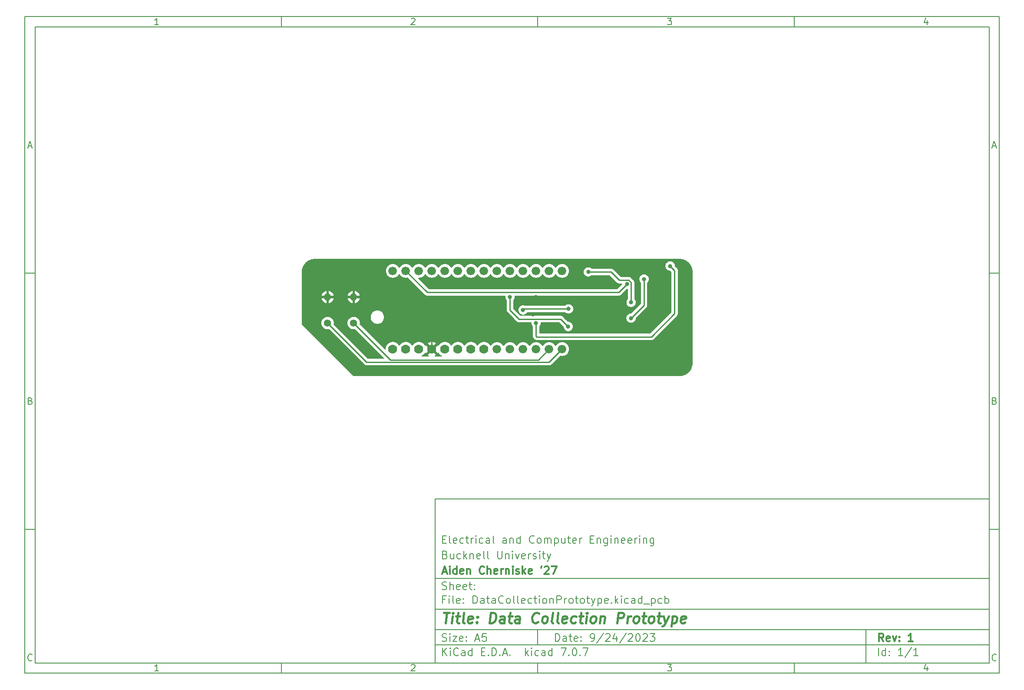
<source format=gbr>
%TF.GenerationSoftware,KiCad,Pcbnew,7.0.7*%
%TF.CreationDate,2023-09-27T12:08:52-04:00*%
%TF.ProjectId,DataCollectionPrototype,44617461-436f-46c6-9c65-6374696f6e50,1*%
%TF.SameCoordinates,Original*%
%TF.FileFunction,Copper,L1,Top*%
%TF.FilePolarity,Positive*%
%FSLAX46Y46*%
G04 Gerber Fmt 4.6, Leading zero omitted, Abs format (unit mm)*
G04 Created by KiCad (PCBNEW 7.0.7) date 2023-09-27 12:08:52*
%MOMM*%
%LPD*%
G01*
G04 APERTURE LIST*
%ADD10C,0.100000*%
%ADD11C,0.150000*%
%ADD12C,0.300000*%
%ADD13C,0.400000*%
%TA.AperFunction,ComponentPad*%
%ADD14C,1.400000*%
%TD*%
%TA.AperFunction,ComponentPad*%
%ADD15O,1.400000X1.400000*%
%TD*%
%TA.AperFunction,ComponentPad*%
%ADD16C,1.778000*%
%TD*%
%TA.AperFunction,ComponentPad*%
%ADD17C,1.676400*%
%TD*%
%TA.AperFunction,ViaPad*%
%ADD18C,0.800000*%
%TD*%
%TA.AperFunction,Conductor*%
%ADD19C,0.250000*%
%TD*%
G04 APERTURE END LIST*
D10*
D11*
X90007200Y-104005800D02*
X198007200Y-104005800D01*
X198007200Y-136005800D01*
X90007200Y-136005800D01*
X90007200Y-104005800D01*
D10*
D11*
X10000000Y-10000000D02*
X200007200Y-10000000D01*
X200007200Y-138005800D01*
X10000000Y-138005800D01*
X10000000Y-10000000D01*
D10*
D11*
X12000000Y-12000000D02*
X198007200Y-12000000D01*
X198007200Y-136005800D01*
X12000000Y-136005800D01*
X12000000Y-12000000D01*
D10*
D11*
X60000000Y-12000000D02*
X60000000Y-10000000D01*
D10*
D11*
X110000000Y-12000000D02*
X110000000Y-10000000D01*
D10*
D11*
X160000000Y-12000000D02*
X160000000Y-10000000D01*
D10*
D11*
X36089160Y-11593604D02*
X35346303Y-11593604D01*
X35717731Y-11593604D02*
X35717731Y-10293604D01*
X35717731Y-10293604D02*
X35593922Y-10479319D01*
X35593922Y-10479319D02*
X35470112Y-10603128D01*
X35470112Y-10603128D02*
X35346303Y-10665033D01*
D10*
D11*
X85346303Y-10417414D02*
X85408207Y-10355509D01*
X85408207Y-10355509D02*
X85532017Y-10293604D01*
X85532017Y-10293604D02*
X85841541Y-10293604D01*
X85841541Y-10293604D02*
X85965350Y-10355509D01*
X85965350Y-10355509D02*
X86027255Y-10417414D01*
X86027255Y-10417414D02*
X86089160Y-10541223D01*
X86089160Y-10541223D02*
X86089160Y-10665033D01*
X86089160Y-10665033D02*
X86027255Y-10850747D01*
X86027255Y-10850747D02*
X85284398Y-11593604D01*
X85284398Y-11593604D02*
X86089160Y-11593604D01*
D10*
D11*
X135284398Y-10293604D02*
X136089160Y-10293604D01*
X136089160Y-10293604D02*
X135655826Y-10788842D01*
X135655826Y-10788842D02*
X135841541Y-10788842D01*
X135841541Y-10788842D02*
X135965350Y-10850747D01*
X135965350Y-10850747D02*
X136027255Y-10912652D01*
X136027255Y-10912652D02*
X136089160Y-11036461D01*
X136089160Y-11036461D02*
X136089160Y-11345985D01*
X136089160Y-11345985D02*
X136027255Y-11469795D01*
X136027255Y-11469795D02*
X135965350Y-11531700D01*
X135965350Y-11531700D02*
X135841541Y-11593604D01*
X135841541Y-11593604D02*
X135470112Y-11593604D01*
X135470112Y-11593604D02*
X135346303Y-11531700D01*
X135346303Y-11531700D02*
X135284398Y-11469795D01*
D10*
D11*
X185965350Y-10726938D02*
X185965350Y-11593604D01*
X185655826Y-10231700D02*
X185346303Y-11160271D01*
X185346303Y-11160271D02*
X186151064Y-11160271D01*
D10*
D11*
X60000000Y-136005800D02*
X60000000Y-138005800D01*
D10*
D11*
X110000000Y-136005800D02*
X110000000Y-138005800D01*
D10*
D11*
X160000000Y-136005800D02*
X160000000Y-138005800D01*
D10*
D11*
X36089160Y-137599404D02*
X35346303Y-137599404D01*
X35717731Y-137599404D02*
X35717731Y-136299404D01*
X35717731Y-136299404D02*
X35593922Y-136485119D01*
X35593922Y-136485119D02*
X35470112Y-136608928D01*
X35470112Y-136608928D02*
X35346303Y-136670833D01*
D10*
D11*
X85346303Y-136423214D02*
X85408207Y-136361309D01*
X85408207Y-136361309D02*
X85532017Y-136299404D01*
X85532017Y-136299404D02*
X85841541Y-136299404D01*
X85841541Y-136299404D02*
X85965350Y-136361309D01*
X85965350Y-136361309D02*
X86027255Y-136423214D01*
X86027255Y-136423214D02*
X86089160Y-136547023D01*
X86089160Y-136547023D02*
X86089160Y-136670833D01*
X86089160Y-136670833D02*
X86027255Y-136856547D01*
X86027255Y-136856547D02*
X85284398Y-137599404D01*
X85284398Y-137599404D02*
X86089160Y-137599404D01*
D10*
D11*
X135284398Y-136299404D02*
X136089160Y-136299404D01*
X136089160Y-136299404D02*
X135655826Y-136794642D01*
X135655826Y-136794642D02*
X135841541Y-136794642D01*
X135841541Y-136794642D02*
X135965350Y-136856547D01*
X135965350Y-136856547D02*
X136027255Y-136918452D01*
X136027255Y-136918452D02*
X136089160Y-137042261D01*
X136089160Y-137042261D02*
X136089160Y-137351785D01*
X136089160Y-137351785D02*
X136027255Y-137475595D01*
X136027255Y-137475595D02*
X135965350Y-137537500D01*
X135965350Y-137537500D02*
X135841541Y-137599404D01*
X135841541Y-137599404D02*
X135470112Y-137599404D01*
X135470112Y-137599404D02*
X135346303Y-137537500D01*
X135346303Y-137537500D02*
X135284398Y-137475595D01*
D10*
D11*
X185965350Y-136732738D02*
X185965350Y-137599404D01*
X185655826Y-136237500D02*
X185346303Y-137166071D01*
X185346303Y-137166071D02*
X186151064Y-137166071D01*
D10*
D11*
X10000000Y-60000000D02*
X12000000Y-60000000D01*
D10*
D11*
X10000000Y-110000000D02*
X12000000Y-110000000D01*
D10*
D11*
X10690476Y-35222176D02*
X11309523Y-35222176D01*
X10566666Y-35593604D02*
X10999999Y-34293604D01*
X10999999Y-34293604D02*
X11433333Y-35593604D01*
D10*
D11*
X11092857Y-84912652D02*
X11278571Y-84974557D01*
X11278571Y-84974557D02*
X11340476Y-85036461D01*
X11340476Y-85036461D02*
X11402380Y-85160271D01*
X11402380Y-85160271D02*
X11402380Y-85345985D01*
X11402380Y-85345985D02*
X11340476Y-85469795D01*
X11340476Y-85469795D02*
X11278571Y-85531700D01*
X11278571Y-85531700D02*
X11154761Y-85593604D01*
X11154761Y-85593604D02*
X10659523Y-85593604D01*
X10659523Y-85593604D02*
X10659523Y-84293604D01*
X10659523Y-84293604D02*
X11092857Y-84293604D01*
X11092857Y-84293604D02*
X11216666Y-84355509D01*
X11216666Y-84355509D02*
X11278571Y-84417414D01*
X11278571Y-84417414D02*
X11340476Y-84541223D01*
X11340476Y-84541223D02*
X11340476Y-84665033D01*
X11340476Y-84665033D02*
X11278571Y-84788842D01*
X11278571Y-84788842D02*
X11216666Y-84850747D01*
X11216666Y-84850747D02*
X11092857Y-84912652D01*
X11092857Y-84912652D02*
X10659523Y-84912652D01*
D10*
D11*
X11402380Y-135469795D02*
X11340476Y-135531700D01*
X11340476Y-135531700D02*
X11154761Y-135593604D01*
X11154761Y-135593604D02*
X11030952Y-135593604D01*
X11030952Y-135593604D02*
X10845238Y-135531700D01*
X10845238Y-135531700D02*
X10721428Y-135407890D01*
X10721428Y-135407890D02*
X10659523Y-135284080D01*
X10659523Y-135284080D02*
X10597619Y-135036461D01*
X10597619Y-135036461D02*
X10597619Y-134850747D01*
X10597619Y-134850747D02*
X10659523Y-134603128D01*
X10659523Y-134603128D02*
X10721428Y-134479319D01*
X10721428Y-134479319D02*
X10845238Y-134355509D01*
X10845238Y-134355509D02*
X11030952Y-134293604D01*
X11030952Y-134293604D02*
X11154761Y-134293604D01*
X11154761Y-134293604D02*
X11340476Y-134355509D01*
X11340476Y-134355509D02*
X11402380Y-134417414D01*
D10*
D11*
X200007200Y-60000000D02*
X198007200Y-60000000D01*
D10*
D11*
X200007200Y-110000000D02*
X198007200Y-110000000D01*
D10*
D11*
X198697676Y-35222176D02*
X199316723Y-35222176D01*
X198573866Y-35593604D02*
X199007199Y-34293604D01*
X199007199Y-34293604D02*
X199440533Y-35593604D01*
D10*
D11*
X199100057Y-84912652D02*
X199285771Y-84974557D01*
X199285771Y-84974557D02*
X199347676Y-85036461D01*
X199347676Y-85036461D02*
X199409580Y-85160271D01*
X199409580Y-85160271D02*
X199409580Y-85345985D01*
X199409580Y-85345985D02*
X199347676Y-85469795D01*
X199347676Y-85469795D02*
X199285771Y-85531700D01*
X199285771Y-85531700D02*
X199161961Y-85593604D01*
X199161961Y-85593604D02*
X198666723Y-85593604D01*
X198666723Y-85593604D02*
X198666723Y-84293604D01*
X198666723Y-84293604D02*
X199100057Y-84293604D01*
X199100057Y-84293604D02*
X199223866Y-84355509D01*
X199223866Y-84355509D02*
X199285771Y-84417414D01*
X199285771Y-84417414D02*
X199347676Y-84541223D01*
X199347676Y-84541223D02*
X199347676Y-84665033D01*
X199347676Y-84665033D02*
X199285771Y-84788842D01*
X199285771Y-84788842D02*
X199223866Y-84850747D01*
X199223866Y-84850747D02*
X199100057Y-84912652D01*
X199100057Y-84912652D02*
X198666723Y-84912652D01*
D10*
D11*
X199409580Y-135469795D02*
X199347676Y-135531700D01*
X199347676Y-135531700D02*
X199161961Y-135593604D01*
X199161961Y-135593604D02*
X199038152Y-135593604D01*
X199038152Y-135593604D02*
X198852438Y-135531700D01*
X198852438Y-135531700D02*
X198728628Y-135407890D01*
X198728628Y-135407890D02*
X198666723Y-135284080D01*
X198666723Y-135284080D02*
X198604819Y-135036461D01*
X198604819Y-135036461D02*
X198604819Y-134850747D01*
X198604819Y-134850747D02*
X198666723Y-134603128D01*
X198666723Y-134603128D02*
X198728628Y-134479319D01*
X198728628Y-134479319D02*
X198852438Y-134355509D01*
X198852438Y-134355509D02*
X199038152Y-134293604D01*
X199038152Y-134293604D02*
X199161961Y-134293604D01*
X199161961Y-134293604D02*
X199347676Y-134355509D01*
X199347676Y-134355509D02*
X199409580Y-134417414D01*
D10*
D11*
X113463026Y-131791928D02*
X113463026Y-130291928D01*
X113463026Y-130291928D02*
X113820169Y-130291928D01*
X113820169Y-130291928D02*
X114034455Y-130363357D01*
X114034455Y-130363357D02*
X114177312Y-130506214D01*
X114177312Y-130506214D02*
X114248741Y-130649071D01*
X114248741Y-130649071D02*
X114320169Y-130934785D01*
X114320169Y-130934785D02*
X114320169Y-131149071D01*
X114320169Y-131149071D02*
X114248741Y-131434785D01*
X114248741Y-131434785D02*
X114177312Y-131577642D01*
X114177312Y-131577642D02*
X114034455Y-131720500D01*
X114034455Y-131720500D02*
X113820169Y-131791928D01*
X113820169Y-131791928D02*
X113463026Y-131791928D01*
X115605884Y-131791928D02*
X115605884Y-131006214D01*
X115605884Y-131006214D02*
X115534455Y-130863357D01*
X115534455Y-130863357D02*
X115391598Y-130791928D01*
X115391598Y-130791928D02*
X115105884Y-130791928D01*
X115105884Y-130791928D02*
X114963026Y-130863357D01*
X115605884Y-131720500D02*
X115463026Y-131791928D01*
X115463026Y-131791928D02*
X115105884Y-131791928D01*
X115105884Y-131791928D02*
X114963026Y-131720500D01*
X114963026Y-131720500D02*
X114891598Y-131577642D01*
X114891598Y-131577642D02*
X114891598Y-131434785D01*
X114891598Y-131434785D02*
X114963026Y-131291928D01*
X114963026Y-131291928D02*
X115105884Y-131220500D01*
X115105884Y-131220500D02*
X115463026Y-131220500D01*
X115463026Y-131220500D02*
X115605884Y-131149071D01*
X116105884Y-130791928D02*
X116677312Y-130791928D01*
X116320169Y-130291928D02*
X116320169Y-131577642D01*
X116320169Y-131577642D02*
X116391598Y-131720500D01*
X116391598Y-131720500D02*
X116534455Y-131791928D01*
X116534455Y-131791928D02*
X116677312Y-131791928D01*
X117748741Y-131720500D02*
X117605884Y-131791928D01*
X117605884Y-131791928D02*
X117320170Y-131791928D01*
X117320170Y-131791928D02*
X117177312Y-131720500D01*
X117177312Y-131720500D02*
X117105884Y-131577642D01*
X117105884Y-131577642D02*
X117105884Y-131006214D01*
X117105884Y-131006214D02*
X117177312Y-130863357D01*
X117177312Y-130863357D02*
X117320170Y-130791928D01*
X117320170Y-130791928D02*
X117605884Y-130791928D01*
X117605884Y-130791928D02*
X117748741Y-130863357D01*
X117748741Y-130863357D02*
X117820170Y-131006214D01*
X117820170Y-131006214D02*
X117820170Y-131149071D01*
X117820170Y-131149071D02*
X117105884Y-131291928D01*
X118463026Y-131649071D02*
X118534455Y-131720500D01*
X118534455Y-131720500D02*
X118463026Y-131791928D01*
X118463026Y-131791928D02*
X118391598Y-131720500D01*
X118391598Y-131720500D02*
X118463026Y-131649071D01*
X118463026Y-131649071D02*
X118463026Y-131791928D01*
X118463026Y-130863357D02*
X118534455Y-130934785D01*
X118534455Y-130934785D02*
X118463026Y-131006214D01*
X118463026Y-131006214D02*
X118391598Y-130934785D01*
X118391598Y-130934785D02*
X118463026Y-130863357D01*
X118463026Y-130863357D02*
X118463026Y-131006214D01*
X120391598Y-131791928D02*
X120677312Y-131791928D01*
X120677312Y-131791928D02*
X120820169Y-131720500D01*
X120820169Y-131720500D02*
X120891598Y-131649071D01*
X120891598Y-131649071D02*
X121034455Y-131434785D01*
X121034455Y-131434785D02*
X121105884Y-131149071D01*
X121105884Y-131149071D02*
X121105884Y-130577642D01*
X121105884Y-130577642D02*
X121034455Y-130434785D01*
X121034455Y-130434785D02*
X120963027Y-130363357D01*
X120963027Y-130363357D02*
X120820169Y-130291928D01*
X120820169Y-130291928D02*
X120534455Y-130291928D01*
X120534455Y-130291928D02*
X120391598Y-130363357D01*
X120391598Y-130363357D02*
X120320169Y-130434785D01*
X120320169Y-130434785D02*
X120248741Y-130577642D01*
X120248741Y-130577642D02*
X120248741Y-130934785D01*
X120248741Y-130934785D02*
X120320169Y-131077642D01*
X120320169Y-131077642D02*
X120391598Y-131149071D01*
X120391598Y-131149071D02*
X120534455Y-131220500D01*
X120534455Y-131220500D02*
X120820169Y-131220500D01*
X120820169Y-131220500D02*
X120963027Y-131149071D01*
X120963027Y-131149071D02*
X121034455Y-131077642D01*
X121034455Y-131077642D02*
X121105884Y-130934785D01*
X122820169Y-130220500D02*
X121534455Y-132149071D01*
X123248741Y-130434785D02*
X123320169Y-130363357D01*
X123320169Y-130363357D02*
X123463027Y-130291928D01*
X123463027Y-130291928D02*
X123820169Y-130291928D01*
X123820169Y-130291928D02*
X123963027Y-130363357D01*
X123963027Y-130363357D02*
X124034455Y-130434785D01*
X124034455Y-130434785D02*
X124105884Y-130577642D01*
X124105884Y-130577642D02*
X124105884Y-130720500D01*
X124105884Y-130720500D02*
X124034455Y-130934785D01*
X124034455Y-130934785D02*
X123177312Y-131791928D01*
X123177312Y-131791928D02*
X124105884Y-131791928D01*
X125391598Y-130791928D02*
X125391598Y-131791928D01*
X125034455Y-130220500D02*
X124677312Y-131291928D01*
X124677312Y-131291928D02*
X125605883Y-131291928D01*
X127248740Y-130220500D02*
X125963026Y-132149071D01*
X127677312Y-130434785D02*
X127748740Y-130363357D01*
X127748740Y-130363357D02*
X127891598Y-130291928D01*
X127891598Y-130291928D02*
X128248740Y-130291928D01*
X128248740Y-130291928D02*
X128391598Y-130363357D01*
X128391598Y-130363357D02*
X128463026Y-130434785D01*
X128463026Y-130434785D02*
X128534455Y-130577642D01*
X128534455Y-130577642D02*
X128534455Y-130720500D01*
X128534455Y-130720500D02*
X128463026Y-130934785D01*
X128463026Y-130934785D02*
X127605883Y-131791928D01*
X127605883Y-131791928D02*
X128534455Y-131791928D01*
X129463026Y-130291928D02*
X129605883Y-130291928D01*
X129605883Y-130291928D02*
X129748740Y-130363357D01*
X129748740Y-130363357D02*
X129820169Y-130434785D01*
X129820169Y-130434785D02*
X129891597Y-130577642D01*
X129891597Y-130577642D02*
X129963026Y-130863357D01*
X129963026Y-130863357D02*
X129963026Y-131220500D01*
X129963026Y-131220500D02*
X129891597Y-131506214D01*
X129891597Y-131506214D02*
X129820169Y-131649071D01*
X129820169Y-131649071D02*
X129748740Y-131720500D01*
X129748740Y-131720500D02*
X129605883Y-131791928D01*
X129605883Y-131791928D02*
X129463026Y-131791928D01*
X129463026Y-131791928D02*
X129320169Y-131720500D01*
X129320169Y-131720500D02*
X129248740Y-131649071D01*
X129248740Y-131649071D02*
X129177311Y-131506214D01*
X129177311Y-131506214D02*
X129105883Y-131220500D01*
X129105883Y-131220500D02*
X129105883Y-130863357D01*
X129105883Y-130863357D02*
X129177311Y-130577642D01*
X129177311Y-130577642D02*
X129248740Y-130434785D01*
X129248740Y-130434785D02*
X129320169Y-130363357D01*
X129320169Y-130363357D02*
X129463026Y-130291928D01*
X130534454Y-130434785D02*
X130605882Y-130363357D01*
X130605882Y-130363357D02*
X130748740Y-130291928D01*
X130748740Y-130291928D02*
X131105882Y-130291928D01*
X131105882Y-130291928D02*
X131248740Y-130363357D01*
X131248740Y-130363357D02*
X131320168Y-130434785D01*
X131320168Y-130434785D02*
X131391597Y-130577642D01*
X131391597Y-130577642D02*
X131391597Y-130720500D01*
X131391597Y-130720500D02*
X131320168Y-130934785D01*
X131320168Y-130934785D02*
X130463025Y-131791928D01*
X130463025Y-131791928D02*
X131391597Y-131791928D01*
X131891596Y-130291928D02*
X132820168Y-130291928D01*
X132820168Y-130291928D02*
X132320168Y-130863357D01*
X132320168Y-130863357D02*
X132534453Y-130863357D01*
X132534453Y-130863357D02*
X132677311Y-130934785D01*
X132677311Y-130934785D02*
X132748739Y-131006214D01*
X132748739Y-131006214D02*
X132820168Y-131149071D01*
X132820168Y-131149071D02*
X132820168Y-131506214D01*
X132820168Y-131506214D02*
X132748739Y-131649071D01*
X132748739Y-131649071D02*
X132677311Y-131720500D01*
X132677311Y-131720500D02*
X132534453Y-131791928D01*
X132534453Y-131791928D02*
X132105882Y-131791928D01*
X132105882Y-131791928D02*
X131963025Y-131720500D01*
X131963025Y-131720500D02*
X131891596Y-131649071D01*
D10*
D11*
X90007200Y-132505800D02*
X198007200Y-132505800D01*
D10*
D11*
X91463026Y-134591928D02*
X91463026Y-133091928D01*
X92320169Y-134591928D02*
X91677312Y-133734785D01*
X92320169Y-133091928D02*
X91463026Y-133949071D01*
X92963026Y-134591928D02*
X92963026Y-133591928D01*
X92963026Y-133091928D02*
X92891598Y-133163357D01*
X92891598Y-133163357D02*
X92963026Y-133234785D01*
X92963026Y-133234785D02*
X93034455Y-133163357D01*
X93034455Y-133163357D02*
X92963026Y-133091928D01*
X92963026Y-133091928D02*
X92963026Y-133234785D01*
X94534455Y-134449071D02*
X94463027Y-134520500D01*
X94463027Y-134520500D02*
X94248741Y-134591928D01*
X94248741Y-134591928D02*
X94105884Y-134591928D01*
X94105884Y-134591928D02*
X93891598Y-134520500D01*
X93891598Y-134520500D02*
X93748741Y-134377642D01*
X93748741Y-134377642D02*
X93677312Y-134234785D01*
X93677312Y-134234785D02*
X93605884Y-133949071D01*
X93605884Y-133949071D02*
X93605884Y-133734785D01*
X93605884Y-133734785D02*
X93677312Y-133449071D01*
X93677312Y-133449071D02*
X93748741Y-133306214D01*
X93748741Y-133306214D02*
X93891598Y-133163357D01*
X93891598Y-133163357D02*
X94105884Y-133091928D01*
X94105884Y-133091928D02*
X94248741Y-133091928D01*
X94248741Y-133091928D02*
X94463027Y-133163357D01*
X94463027Y-133163357D02*
X94534455Y-133234785D01*
X95820170Y-134591928D02*
X95820170Y-133806214D01*
X95820170Y-133806214D02*
X95748741Y-133663357D01*
X95748741Y-133663357D02*
X95605884Y-133591928D01*
X95605884Y-133591928D02*
X95320170Y-133591928D01*
X95320170Y-133591928D02*
X95177312Y-133663357D01*
X95820170Y-134520500D02*
X95677312Y-134591928D01*
X95677312Y-134591928D02*
X95320170Y-134591928D01*
X95320170Y-134591928D02*
X95177312Y-134520500D01*
X95177312Y-134520500D02*
X95105884Y-134377642D01*
X95105884Y-134377642D02*
X95105884Y-134234785D01*
X95105884Y-134234785D02*
X95177312Y-134091928D01*
X95177312Y-134091928D02*
X95320170Y-134020500D01*
X95320170Y-134020500D02*
X95677312Y-134020500D01*
X95677312Y-134020500D02*
X95820170Y-133949071D01*
X97177313Y-134591928D02*
X97177313Y-133091928D01*
X97177313Y-134520500D02*
X97034455Y-134591928D01*
X97034455Y-134591928D02*
X96748741Y-134591928D01*
X96748741Y-134591928D02*
X96605884Y-134520500D01*
X96605884Y-134520500D02*
X96534455Y-134449071D01*
X96534455Y-134449071D02*
X96463027Y-134306214D01*
X96463027Y-134306214D02*
X96463027Y-133877642D01*
X96463027Y-133877642D02*
X96534455Y-133734785D01*
X96534455Y-133734785D02*
X96605884Y-133663357D01*
X96605884Y-133663357D02*
X96748741Y-133591928D01*
X96748741Y-133591928D02*
X97034455Y-133591928D01*
X97034455Y-133591928D02*
X97177313Y-133663357D01*
X99034455Y-133806214D02*
X99534455Y-133806214D01*
X99748741Y-134591928D02*
X99034455Y-134591928D01*
X99034455Y-134591928D02*
X99034455Y-133091928D01*
X99034455Y-133091928D02*
X99748741Y-133091928D01*
X100391598Y-134449071D02*
X100463027Y-134520500D01*
X100463027Y-134520500D02*
X100391598Y-134591928D01*
X100391598Y-134591928D02*
X100320170Y-134520500D01*
X100320170Y-134520500D02*
X100391598Y-134449071D01*
X100391598Y-134449071D02*
X100391598Y-134591928D01*
X101105884Y-134591928D02*
X101105884Y-133091928D01*
X101105884Y-133091928D02*
X101463027Y-133091928D01*
X101463027Y-133091928D02*
X101677313Y-133163357D01*
X101677313Y-133163357D02*
X101820170Y-133306214D01*
X101820170Y-133306214D02*
X101891599Y-133449071D01*
X101891599Y-133449071D02*
X101963027Y-133734785D01*
X101963027Y-133734785D02*
X101963027Y-133949071D01*
X101963027Y-133949071D02*
X101891599Y-134234785D01*
X101891599Y-134234785D02*
X101820170Y-134377642D01*
X101820170Y-134377642D02*
X101677313Y-134520500D01*
X101677313Y-134520500D02*
X101463027Y-134591928D01*
X101463027Y-134591928D02*
X101105884Y-134591928D01*
X102605884Y-134449071D02*
X102677313Y-134520500D01*
X102677313Y-134520500D02*
X102605884Y-134591928D01*
X102605884Y-134591928D02*
X102534456Y-134520500D01*
X102534456Y-134520500D02*
X102605884Y-134449071D01*
X102605884Y-134449071D02*
X102605884Y-134591928D01*
X103248742Y-134163357D02*
X103963028Y-134163357D01*
X103105885Y-134591928D02*
X103605885Y-133091928D01*
X103605885Y-133091928D02*
X104105885Y-134591928D01*
X104605884Y-134449071D02*
X104677313Y-134520500D01*
X104677313Y-134520500D02*
X104605884Y-134591928D01*
X104605884Y-134591928D02*
X104534456Y-134520500D01*
X104534456Y-134520500D02*
X104605884Y-134449071D01*
X104605884Y-134449071D02*
X104605884Y-134591928D01*
X107605884Y-134591928D02*
X107605884Y-133091928D01*
X107748742Y-134020500D02*
X108177313Y-134591928D01*
X108177313Y-133591928D02*
X107605884Y-134163357D01*
X108820170Y-134591928D02*
X108820170Y-133591928D01*
X108820170Y-133091928D02*
X108748742Y-133163357D01*
X108748742Y-133163357D02*
X108820170Y-133234785D01*
X108820170Y-133234785D02*
X108891599Y-133163357D01*
X108891599Y-133163357D02*
X108820170Y-133091928D01*
X108820170Y-133091928D02*
X108820170Y-133234785D01*
X110177314Y-134520500D02*
X110034456Y-134591928D01*
X110034456Y-134591928D02*
X109748742Y-134591928D01*
X109748742Y-134591928D02*
X109605885Y-134520500D01*
X109605885Y-134520500D02*
X109534456Y-134449071D01*
X109534456Y-134449071D02*
X109463028Y-134306214D01*
X109463028Y-134306214D02*
X109463028Y-133877642D01*
X109463028Y-133877642D02*
X109534456Y-133734785D01*
X109534456Y-133734785D02*
X109605885Y-133663357D01*
X109605885Y-133663357D02*
X109748742Y-133591928D01*
X109748742Y-133591928D02*
X110034456Y-133591928D01*
X110034456Y-133591928D02*
X110177314Y-133663357D01*
X111463028Y-134591928D02*
X111463028Y-133806214D01*
X111463028Y-133806214D02*
X111391599Y-133663357D01*
X111391599Y-133663357D02*
X111248742Y-133591928D01*
X111248742Y-133591928D02*
X110963028Y-133591928D01*
X110963028Y-133591928D02*
X110820170Y-133663357D01*
X111463028Y-134520500D02*
X111320170Y-134591928D01*
X111320170Y-134591928D02*
X110963028Y-134591928D01*
X110963028Y-134591928D02*
X110820170Y-134520500D01*
X110820170Y-134520500D02*
X110748742Y-134377642D01*
X110748742Y-134377642D02*
X110748742Y-134234785D01*
X110748742Y-134234785D02*
X110820170Y-134091928D01*
X110820170Y-134091928D02*
X110963028Y-134020500D01*
X110963028Y-134020500D02*
X111320170Y-134020500D01*
X111320170Y-134020500D02*
X111463028Y-133949071D01*
X112820171Y-134591928D02*
X112820171Y-133091928D01*
X112820171Y-134520500D02*
X112677313Y-134591928D01*
X112677313Y-134591928D02*
X112391599Y-134591928D01*
X112391599Y-134591928D02*
X112248742Y-134520500D01*
X112248742Y-134520500D02*
X112177313Y-134449071D01*
X112177313Y-134449071D02*
X112105885Y-134306214D01*
X112105885Y-134306214D02*
X112105885Y-133877642D01*
X112105885Y-133877642D02*
X112177313Y-133734785D01*
X112177313Y-133734785D02*
X112248742Y-133663357D01*
X112248742Y-133663357D02*
X112391599Y-133591928D01*
X112391599Y-133591928D02*
X112677313Y-133591928D01*
X112677313Y-133591928D02*
X112820171Y-133663357D01*
X114534456Y-133091928D02*
X115534456Y-133091928D01*
X115534456Y-133091928D02*
X114891599Y-134591928D01*
X116105884Y-134449071D02*
X116177313Y-134520500D01*
X116177313Y-134520500D02*
X116105884Y-134591928D01*
X116105884Y-134591928D02*
X116034456Y-134520500D01*
X116034456Y-134520500D02*
X116105884Y-134449071D01*
X116105884Y-134449071D02*
X116105884Y-134591928D01*
X117105885Y-133091928D02*
X117248742Y-133091928D01*
X117248742Y-133091928D02*
X117391599Y-133163357D01*
X117391599Y-133163357D02*
X117463028Y-133234785D01*
X117463028Y-133234785D02*
X117534456Y-133377642D01*
X117534456Y-133377642D02*
X117605885Y-133663357D01*
X117605885Y-133663357D02*
X117605885Y-134020500D01*
X117605885Y-134020500D02*
X117534456Y-134306214D01*
X117534456Y-134306214D02*
X117463028Y-134449071D01*
X117463028Y-134449071D02*
X117391599Y-134520500D01*
X117391599Y-134520500D02*
X117248742Y-134591928D01*
X117248742Y-134591928D02*
X117105885Y-134591928D01*
X117105885Y-134591928D02*
X116963028Y-134520500D01*
X116963028Y-134520500D02*
X116891599Y-134449071D01*
X116891599Y-134449071D02*
X116820170Y-134306214D01*
X116820170Y-134306214D02*
X116748742Y-134020500D01*
X116748742Y-134020500D02*
X116748742Y-133663357D01*
X116748742Y-133663357D02*
X116820170Y-133377642D01*
X116820170Y-133377642D02*
X116891599Y-133234785D01*
X116891599Y-133234785D02*
X116963028Y-133163357D01*
X116963028Y-133163357D02*
X117105885Y-133091928D01*
X118248741Y-134449071D02*
X118320170Y-134520500D01*
X118320170Y-134520500D02*
X118248741Y-134591928D01*
X118248741Y-134591928D02*
X118177313Y-134520500D01*
X118177313Y-134520500D02*
X118248741Y-134449071D01*
X118248741Y-134449071D02*
X118248741Y-134591928D01*
X118820170Y-133091928D02*
X119820170Y-133091928D01*
X119820170Y-133091928D02*
X119177313Y-134591928D01*
D10*
D11*
X90007200Y-129505800D02*
X198007200Y-129505800D01*
D10*
D12*
X177418853Y-131784128D02*
X176918853Y-131069842D01*
X176561710Y-131784128D02*
X176561710Y-130284128D01*
X176561710Y-130284128D02*
X177133139Y-130284128D01*
X177133139Y-130284128D02*
X177275996Y-130355557D01*
X177275996Y-130355557D02*
X177347425Y-130426985D01*
X177347425Y-130426985D02*
X177418853Y-130569842D01*
X177418853Y-130569842D02*
X177418853Y-130784128D01*
X177418853Y-130784128D02*
X177347425Y-130926985D01*
X177347425Y-130926985D02*
X177275996Y-130998414D01*
X177275996Y-130998414D02*
X177133139Y-131069842D01*
X177133139Y-131069842D02*
X176561710Y-131069842D01*
X178633139Y-131712700D02*
X178490282Y-131784128D01*
X178490282Y-131784128D02*
X178204568Y-131784128D01*
X178204568Y-131784128D02*
X178061710Y-131712700D01*
X178061710Y-131712700D02*
X177990282Y-131569842D01*
X177990282Y-131569842D02*
X177990282Y-130998414D01*
X177990282Y-130998414D02*
X178061710Y-130855557D01*
X178061710Y-130855557D02*
X178204568Y-130784128D01*
X178204568Y-130784128D02*
X178490282Y-130784128D01*
X178490282Y-130784128D02*
X178633139Y-130855557D01*
X178633139Y-130855557D02*
X178704568Y-130998414D01*
X178704568Y-130998414D02*
X178704568Y-131141271D01*
X178704568Y-131141271D02*
X177990282Y-131284128D01*
X179204567Y-130784128D02*
X179561710Y-131784128D01*
X179561710Y-131784128D02*
X179918853Y-130784128D01*
X180490281Y-131641271D02*
X180561710Y-131712700D01*
X180561710Y-131712700D02*
X180490281Y-131784128D01*
X180490281Y-131784128D02*
X180418853Y-131712700D01*
X180418853Y-131712700D02*
X180490281Y-131641271D01*
X180490281Y-131641271D02*
X180490281Y-131784128D01*
X180490281Y-130855557D02*
X180561710Y-130926985D01*
X180561710Y-130926985D02*
X180490281Y-130998414D01*
X180490281Y-130998414D02*
X180418853Y-130926985D01*
X180418853Y-130926985D02*
X180490281Y-130855557D01*
X180490281Y-130855557D02*
X180490281Y-130998414D01*
X183133139Y-131784128D02*
X182275996Y-131784128D01*
X182704567Y-131784128D02*
X182704567Y-130284128D01*
X182704567Y-130284128D02*
X182561710Y-130498414D01*
X182561710Y-130498414D02*
X182418853Y-130641271D01*
X182418853Y-130641271D02*
X182275996Y-130712700D01*
D10*
D11*
X91391598Y-131720500D02*
X91605884Y-131791928D01*
X91605884Y-131791928D02*
X91963026Y-131791928D01*
X91963026Y-131791928D02*
X92105884Y-131720500D01*
X92105884Y-131720500D02*
X92177312Y-131649071D01*
X92177312Y-131649071D02*
X92248741Y-131506214D01*
X92248741Y-131506214D02*
X92248741Y-131363357D01*
X92248741Y-131363357D02*
X92177312Y-131220500D01*
X92177312Y-131220500D02*
X92105884Y-131149071D01*
X92105884Y-131149071D02*
X91963026Y-131077642D01*
X91963026Y-131077642D02*
X91677312Y-131006214D01*
X91677312Y-131006214D02*
X91534455Y-130934785D01*
X91534455Y-130934785D02*
X91463026Y-130863357D01*
X91463026Y-130863357D02*
X91391598Y-130720500D01*
X91391598Y-130720500D02*
X91391598Y-130577642D01*
X91391598Y-130577642D02*
X91463026Y-130434785D01*
X91463026Y-130434785D02*
X91534455Y-130363357D01*
X91534455Y-130363357D02*
X91677312Y-130291928D01*
X91677312Y-130291928D02*
X92034455Y-130291928D01*
X92034455Y-130291928D02*
X92248741Y-130363357D01*
X92891597Y-131791928D02*
X92891597Y-130791928D01*
X92891597Y-130291928D02*
X92820169Y-130363357D01*
X92820169Y-130363357D02*
X92891597Y-130434785D01*
X92891597Y-130434785D02*
X92963026Y-130363357D01*
X92963026Y-130363357D02*
X92891597Y-130291928D01*
X92891597Y-130291928D02*
X92891597Y-130434785D01*
X93463026Y-130791928D02*
X94248741Y-130791928D01*
X94248741Y-130791928D02*
X93463026Y-131791928D01*
X93463026Y-131791928D02*
X94248741Y-131791928D01*
X95391598Y-131720500D02*
X95248741Y-131791928D01*
X95248741Y-131791928D02*
X94963027Y-131791928D01*
X94963027Y-131791928D02*
X94820169Y-131720500D01*
X94820169Y-131720500D02*
X94748741Y-131577642D01*
X94748741Y-131577642D02*
X94748741Y-131006214D01*
X94748741Y-131006214D02*
X94820169Y-130863357D01*
X94820169Y-130863357D02*
X94963027Y-130791928D01*
X94963027Y-130791928D02*
X95248741Y-130791928D01*
X95248741Y-130791928D02*
X95391598Y-130863357D01*
X95391598Y-130863357D02*
X95463027Y-131006214D01*
X95463027Y-131006214D02*
X95463027Y-131149071D01*
X95463027Y-131149071D02*
X94748741Y-131291928D01*
X96105883Y-131649071D02*
X96177312Y-131720500D01*
X96177312Y-131720500D02*
X96105883Y-131791928D01*
X96105883Y-131791928D02*
X96034455Y-131720500D01*
X96034455Y-131720500D02*
X96105883Y-131649071D01*
X96105883Y-131649071D02*
X96105883Y-131791928D01*
X96105883Y-130863357D02*
X96177312Y-130934785D01*
X96177312Y-130934785D02*
X96105883Y-131006214D01*
X96105883Y-131006214D02*
X96034455Y-130934785D01*
X96034455Y-130934785D02*
X96105883Y-130863357D01*
X96105883Y-130863357D02*
X96105883Y-131006214D01*
X97891598Y-131363357D02*
X98605884Y-131363357D01*
X97748741Y-131791928D02*
X98248741Y-130291928D01*
X98248741Y-130291928D02*
X98748741Y-131791928D01*
X99963026Y-130291928D02*
X99248740Y-130291928D01*
X99248740Y-130291928D02*
X99177312Y-131006214D01*
X99177312Y-131006214D02*
X99248740Y-130934785D01*
X99248740Y-130934785D02*
X99391598Y-130863357D01*
X99391598Y-130863357D02*
X99748740Y-130863357D01*
X99748740Y-130863357D02*
X99891598Y-130934785D01*
X99891598Y-130934785D02*
X99963026Y-131006214D01*
X99963026Y-131006214D02*
X100034455Y-131149071D01*
X100034455Y-131149071D02*
X100034455Y-131506214D01*
X100034455Y-131506214D02*
X99963026Y-131649071D01*
X99963026Y-131649071D02*
X99891598Y-131720500D01*
X99891598Y-131720500D02*
X99748740Y-131791928D01*
X99748740Y-131791928D02*
X99391598Y-131791928D01*
X99391598Y-131791928D02*
X99248740Y-131720500D01*
X99248740Y-131720500D02*
X99177312Y-131649071D01*
D10*
D11*
X176463026Y-134591928D02*
X176463026Y-133091928D01*
X177820170Y-134591928D02*
X177820170Y-133091928D01*
X177820170Y-134520500D02*
X177677312Y-134591928D01*
X177677312Y-134591928D02*
X177391598Y-134591928D01*
X177391598Y-134591928D02*
X177248741Y-134520500D01*
X177248741Y-134520500D02*
X177177312Y-134449071D01*
X177177312Y-134449071D02*
X177105884Y-134306214D01*
X177105884Y-134306214D02*
X177105884Y-133877642D01*
X177105884Y-133877642D02*
X177177312Y-133734785D01*
X177177312Y-133734785D02*
X177248741Y-133663357D01*
X177248741Y-133663357D02*
X177391598Y-133591928D01*
X177391598Y-133591928D02*
X177677312Y-133591928D01*
X177677312Y-133591928D02*
X177820170Y-133663357D01*
X178534455Y-134449071D02*
X178605884Y-134520500D01*
X178605884Y-134520500D02*
X178534455Y-134591928D01*
X178534455Y-134591928D02*
X178463027Y-134520500D01*
X178463027Y-134520500D02*
X178534455Y-134449071D01*
X178534455Y-134449071D02*
X178534455Y-134591928D01*
X178534455Y-133663357D02*
X178605884Y-133734785D01*
X178605884Y-133734785D02*
X178534455Y-133806214D01*
X178534455Y-133806214D02*
X178463027Y-133734785D01*
X178463027Y-133734785D02*
X178534455Y-133663357D01*
X178534455Y-133663357D02*
X178534455Y-133806214D01*
X181177313Y-134591928D02*
X180320170Y-134591928D01*
X180748741Y-134591928D02*
X180748741Y-133091928D01*
X180748741Y-133091928D02*
X180605884Y-133306214D01*
X180605884Y-133306214D02*
X180463027Y-133449071D01*
X180463027Y-133449071D02*
X180320170Y-133520500D01*
X182891598Y-133020500D02*
X181605884Y-134949071D01*
X184177313Y-134591928D02*
X183320170Y-134591928D01*
X183748741Y-134591928D02*
X183748741Y-133091928D01*
X183748741Y-133091928D02*
X183605884Y-133306214D01*
X183605884Y-133306214D02*
X183463027Y-133449071D01*
X183463027Y-133449071D02*
X183320170Y-133520500D01*
D10*
D11*
X90007200Y-125505800D02*
X198007200Y-125505800D01*
D10*
D13*
X91698928Y-126210238D02*
X92841785Y-126210238D01*
X92020357Y-128210238D02*
X92270357Y-126210238D01*
X93258452Y-128210238D02*
X93425119Y-126876904D01*
X93508452Y-126210238D02*
X93401309Y-126305476D01*
X93401309Y-126305476D02*
X93484643Y-126400714D01*
X93484643Y-126400714D02*
X93591786Y-126305476D01*
X93591786Y-126305476D02*
X93508452Y-126210238D01*
X93508452Y-126210238D02*
X93484643Y-126400714D01*
X94091786Y-126876904D02*
X94853690Y-126876904D01*
X94460833Y-126210238D02*
X94246548Y-127924523D01*
X94246548Y-127924523D02*
X94317976Y-128115000D01*
X94317976Y-128115000D02*
X94496548Y-128210238D01*
X94496548Y-128210238D02*
X94687024Y-128210238D01*
X95639405Y-128210238D02*
X95460833Y-128115000D01*
X95460833Y-128115000D02*
X95389405Y-127924523D01*
X95389405Y-127924523D02*
X95603690Y-126210238D01*
X97175119Y-128115000D02*
X96972738Y-128210238D01*
X96972738Y-128210238D02*
X96591785Y-128210238D01*
X96591785Y-128210238D02*
X96413214Y-128115000D01*
X96413214Y-128115000D02*
X96341785Y-127924523D01*
X96341785Y-127924523D02*
X96437024Y-127162619D01*
X96437024Y-127162619D02*
X96556071Y-126972142D01*
X96556071Y-126972142D02*
X96758452Y-126876904D01*
X96758452Y-126876904D02*
X97139404Y-126876904D01*
X97139404Y-126876904D02*
X97317976Y-126972142D01*
X97317976Y-126972142D02*
X97389404Y-127162619D01*
X97389404Y-127162619D02*
X97365595Y-127353095D01*
X97365595Y-127353095D02*
X96389404Y-127543571D01*
X98139405Y-128019761D02*
X98222738Y-128115000D01*
X98222738Y-128115000D02*
X98115595Y-128210238D01*
X98115595Y-128210238D02*
X98032262Y-128115000D01*
X98032262Y-128115000D02*
X98139405Y-128019761D01*
X98139405Y-128019761D02*
X98115595Y-128210238D01*
X98270357Y-126972142D02*
X98353690Y-127067380D01*
X98353690Y-127067380D02*
X98246548Y-127162619D01*
X98246548Y-127162619D02*
X98163214Y-127067380D01*
X98163214Y-127067380D02*
X98270357Y-126972142D01*
X98270357Y-126972142D02*
X98246548Y-127162619D01*
X100591786Y-128210238D02*
X100841786Y-126210238D01*
X100841786Y-126210238D02*
X101317977Y-126210238D01*
X101317977Y-126210238D02*
X101591786Y-126305476D01*
X101591786Y-126305476D02*
X101758453Y-126495952D01*
X101758453Y-126495952D02*
X101829881Y-126686428D01*
X101829881Y-126686428D02*
X101877501Y-127067380D01*
X101877501Y-127067380D02*
X101841786Y-127353095D01*
X101841786Y-127353095D02*
X101698929Y-127734047D01*
X101698929Y-127734047D02*
X101579881Y-127924523D01*
X101579881Y-127924523D02*
X101365596Y-128115000D01*
X101365596Y-128115000D02*
X101067977Y-128210238D01*
X101067977Y-128210238D02*
X100591786Y-128210238D01*
X103448929Y-128210238D02*
X103579881Y-127162619D01*
X103579881Y-127162619D02*
X103508453Y-126972142D01*
X103508453Y-126972142D02*
X103329881Y-126876904D01*
X103329881Y-126876904D02*
X102948929Y-126876904D01*
X102948929Y-126876904D02*
X102746548Y-126972142D01*
X103460834Y-128115000D02*
X103258453Y-128210238D01*
X103258453Y-128210238D02*
X102782262Y-128210238D01*
X102782262Y-128210238D02*
X102603691Y-128115000D01*
X102603691Y-128115000D02*
X102532262Y-127924523D01*
X102532262Y-127924523D02*
X102556072Y-127734047D01*
X102556072Y-127734047D02*
X102675120Y-127543571D01*
X102675120Y-127543571D02*
X102877501Y-127448333D01*
X102877501Y-127448333D02*
X103353691Y-127448333D01*
X103353691Y-127448333D02*
X103556072Y-127353095D01*
X104282263Y-126876904D02*
X105044167Y-126876904D01*
X104651310Y-126210238D02*
X104437025Y-127924523D01*
X104437025Y-127924523D02*
X104508453Y-128115000D01*
X104508453Y-128115000D02*
X104687025Y-128210238D01*
X104687025Y-128210238D02*
X104877501Y-128210238D01*
X106401310Y-128210238D02*
X106532262Y-127162619D01*
X106532262Y-127162619D02*
X106460834Y-126972142D01*
X106460834Y-126972142D02*
X106282262Y-126876904D01*
X106282262Y-126876904D02*
X105901310Y-126876904D01*
X105901310Y-126876904D02*
X105698929Y-126972142D01*
X106413215Y-128115000D02*
X106210834Y-128210238D01*
X106210834Y-128210238D02*
X105734643Y-128210238D01*
X105734643Y-128210238D02*
X105556072Y-128115000D01*
X105556072Y-128115000D02*
X105484643Y-127924523D01*
X105484643Y-127924523D02*
X105508453Y-127734047D01*
X105508453Y-127734047D02*
X105627501Y-127543571D01*
X105627501Y-127543571D02*
X105829882Y-127448333D01*
X105829882Y-127448333D02*
X106306072Y-127448333D01*
X106306072Y-127448333D02*
X106508453Y-127353095D01*
X110044168Y-128019761D02*
X109937025Y-128115000D01*
X109937025Y-128115000D02*
X109639406Y-128210238D01*
X109639406Y-128210238D02*
X109448930Y-128210238D01*
X109448930Y-128210238D02*
X109175120Y-128115000D01*
X109175120Y-128115000D02*
X109008454Y-127924523D01*
X109008454Y-127924523D02*
X108937025Y-127734047D01*
X108937025Y-127734047D02*
X108889406Y-127353095D01*
X108889406Y-127353095D02*
X108925120Y-127067380D01*
X108925120Y-127067380D02*
X109067977Y-126686428D01*
X109067977Y-126686428D02*
X109187025Y-126495952D01*
X109187025Y-126495952D02*
X109401311Y-126305476D01*
X109401311Y-126305476D02*
X109698930Y-126210238D01*
X109698930Y-126210238D02*
X109889406Y-126210238D01*
X109889406Y-126210238D02*
X110163216Y-126305476D01*
X110163216Y-126305476D02*
X110246549Y-126400714D01*
X111163216Y-128210238D02*
X110984644Y-128115000D01*
X110984644Y-128115000D02*
X110901311Y-128019761D01*
X110901311Y-128019761D02*
X110829882Y-127829285D01*
X110829882Y-127829285D02*
X110901311Y-127257857D01*
X110901311Y-127257857D02*
X111020358Y-127067380D01*
X111020358Y-127067380D02*
X111127501Y-126972142D01*
X111127501Y-126972142D02*
X111329882Y-126876904D01*
X111329882Y-126876904D02*
X111615596Y-126876904D01*
X111615596Y-126876904D02*
X111794168Y-126972142D01*
X111794168Y-126972142D02*
X111877501Y-127067380D01*
X111877501Y-127067380D02*
X111948930Y-127257857D01*
X111948930Y-127257857D02*
X111877501Y-127829285D01*
X111877501Y-127829285D02*
X111758454Y-128019761D01*
X111758454Y-128019761D02*
X111651311Y-128115000D01*
X111651311Y-128115000D02*
X111448930Y-128210238D01*
X111448930Y-128210238D02*
X111163216Y-128210238D01*
X112972740Y-128210238D02*
X112794168Y-128115000D01*
X112794168Y-128115000D02*
X112722740Y-127924523D01*
X112722740Y-127924523D02*
X112937025Y-126210238D01*
X114020359Y-128210238D02*
X113841787Y-128115000D01*
X113841787Y-128115000D02*
X113770359Y-127924523D01*
X113770359Y-127924523D02*
X113984644Y-126210238D01*
X115556073Y-128115000D02*
X115353692Y-128210238D01*
X115353692Y-128210238D02*
X114972739Y-128210238D01*
X114972739Y-128210238D02*
X114794168Y-128115000D01*
X114794168Y-128115000D02*
X114722739Y-127924523D01*
X114722739Y-127924523D02*
X114817978Y-127162619D01*
X114817978Y-127162619D02*
X114937025Y-126972142D01*
X114937025Y-126972142D02*
X115139406Y-126876904D01*
X115139406Y-126876904D02*
X115520358Y-126876904D01*
X115520358Y-126876904D02*
X115698930Y-126972142D01*
X115698930Y-126972142D02*
X115770358Y-127162619D01*
X115770358Y-127162619D02*
X115746549Y-127353095D01*
X115746549Y-127353095D02*
X114770358Y-127543571D01*
X117365597Y-128115000D02*
X117163216Y-128210238D01*
X117163216Y-128210238D02*
X116782264Y-128210238D01*
X116782264Y-128210238D02*
X116603692Y-128115000D01*
X116603692Y-128115000D02*
X116520359Y-128019761D01*
X116520359Y-128019761D02*
X116448930Y-127829285D01*
X116448930Y-127829285D02*
X116520359Y-127257857D01*
X116520359Y-127257857D02*
X116639406Y-127067380D01*
X116639406Y-127067380D02*
X116746549Y-126972142D01*
X116746549Y-126972142D02*
X116948930Y-126876904D01*
X116948930Y-126876904D02*
X117329883Y-126876904D01*
X117329883Y-126876904D02*
X117508454Y-126972142D01*
X118091788Y-126876904D02*
X118853692Y-126876904D01*
X118460835Y-126210238D02*
X118246550Y-127924523D01*
X118246550Y-127924523D02*
X118317978Y-128115000D01*
X118317978Y-128115000D02*
X118496550Y-128210238D01*
X118496550Y-128210238D02*
X118687026Y-128210238D01*
X119353692Y-128210238D02*
X119520359Y-126876904D01*
X119603692Y-126210238D02*
X119496549Y-126305476D01*
X119496549Y-126305476D02*
X119579883Y-126400714D01*
X119579883Y-126400714D02*
X119687026Y-126305476D01*
X119687026Y-126305476D02*
X119603692Y-126210238D01*
X119603692Y-126210238D02*
X119579883Y-126400714D01*
X120591788Y-128210238D02*
X120413216Y-128115000D01*
X120413216Y-128115000D02*
X120329883Y-128019761D01*
X120329883Y-128019761D02*
X120258454Y-127829285D01*
X120258454Y-127829285D02*
X120329883Y-127257857D01*
X120329883Y-127257857D02*
X120448930Y-127067380D01*
X120448930Y-127067380D02*
X120556073Y-126972142D01*
X120556073Y-126972142D02*
X120758454Y-126876904D01*
X120758454Y-126876904D02*
X121044168Y-126876904D01*
X121044168Y-126876904D02*
X121222740Y-126972142D01*
X121222740Y-126972142D02*
X121306073Y-127067380D01*
X121306073Y-127067380D02*
X121377502Y-127257857D01*
X121377502Y-127257857D02*
X121306073Y-127829285D01*
X121306073Y-127829285D02*
X121187026Y-128019761D01*
X121187026Y-128019761D02*
X121079883Y-128115000D01*
X121079883Y-128115000D02*
X120877502Y-128210238D01*
X120877502Y-128210238D02*
X120591788Y-128210238D01*
X122282264Y-126876904D02*
X122115597Y-128210238D01*
X122258454Y-127067380D02*
X122365597Y-126972142D01*
X122365597Y-126972142D02*
X122567978Y-126876904D01*
X122567978Y-126876904D02*
X122853692Y-126876904D01*
X122853692Y-126876904D02*
X123032264Y-126972142D01*
X123032264Y-126972142D02*
X123103692Y-127162619D01*
X123103692Y-127162619D02*
X122972740Y-128210238D01*
X125448931Y-128210238D02*
X125698931Y-126210238D01*
X125698931Y-126210238D02*
X126460836Y-126210238D01*
X126460836Y-126210238D02*
X126639407Y-126305476D01*
X126639407Y-126305476D02*
X126722741Y-126400714D01*
X126722741Y-126400714D02*
X126794169Y-126591190D01*
X126794169Y-126591190D02*
X126758455Y-126876904D01*
X126758455Y-126876904D02*
X126639407Y-127067380D01*
X126639407Y-127067380D02*
X126532265Y-127162619D01*
X126532265Y-127162619D02*
X126329884Y-127257857D01*
X126329884Y-127257857D02*
X125567979Y-127257857D01*
X127448931Y-128210238D02*
X127615598Y-126876904D01*
X127567979Y-127257857D02*
X127687026Y-127067380D01*
X127687026Y-127067380D02*
X127794169Y-126972142D01*
X127794169Y-126972142D02*
X127996550Y-126876904D01*
X127996550Y-126876904D02*
X128187026Y-126876904D01*
X128972741Y-128210238D02*
X128794169Y-128115000D01*
X128794169Y-128115000D02*
X128710836Y-128019761D01*
X128710836Y-128019761D02*
X128639407Y-127829285D01*
X128639407Y-127829285D02*
X128710836Y-127257857D01*
X128710836Y-127257857D02*
X128829883Y-127067380D01*
X128829883Y-127067380D02*
X128937026Y-126972142D01*
X128937026Y-126972142D02*
X129139407Y-126876904D01*
X129139407Y-126876904D02*
X129425121Y-126876904D01*
X129425121Y-126876904D02*
X129603693Y-126972142D01*
X129603693Y-126972142D02*
X129687026Y-127067380D01*
X129687026Y-127067380D02*
X129758455Y-127257857D01*
X129758455Y-127257857D02*
X129687026Y-127829285D01*
X129687026Y-127829285D02*
X129567979Y-128019761D01*
X129567979Y-128019761D02*
X129460836Y-128115000D01*
X129460836Y-128115000D02*
X129258455Y-128210238D01*
X129258455Y-128210238D02*
X128972741Y-128210238D01*
X130377503Y-126876904D02*
X131139407Y-126876904D01*
X130746550Y-126210238D02*
X130532265Y-127924523D01*
X130532265Y-127924523D02*
X130603693Y-128115000D01*
X130603693Y-128115000D02*
X130782265Y-128210238D01*
X130782265Y-128210238D02*
X130972741Y-128210238D01*
X131925122Y-128210238D02*
X131746550Y-128115000D01*
X131746550Y-128115000D02*
X131663217Y-128019761D01*
X131663217Y-128019761D02*
X131591788Y-127829285D01*
X131591788Y-127829285D02*
X131663217Y-127257857D01*
X131663217Y-127257857D02*
X131782264Y-127067380D01*
X131782264Y-127067380D02*
X131889407Y-126972142D01*
X131889407Y-126972142D02*
X132091788Y-126876904D01*
X132091788Y-126876904D02*
X132377502Y-126876904D01*
X132377502Y-126876904D02*
X132556074Y-126972142D01*
X132556074Y-126972142D02*
X132639407Y-127067380D01*
X132639407Y-127067380D02*
X132710836Y-127257857D01*
X132710836Y-127257857D02*
X132639407Y-127829285D01*
X132639407Y-127829285D02*
X132520360Y-128019761D01*
X132520360Y-128019761D02*
X132413217Y-128115000D01*
X132413217Y-128115000D02*
X132210836Y-128210238D01*
X132210836Y-128210238D02*
X131925122Y-128210238D01*
X133329884Y-126876904D02*
X134091788Y-126876904D01*
X133698931Y-126210238D02*
X133484646Y-127924523D01*
X133484646Y-127924523D02*
X133556074Y-128115000D01*
X133556074Y-128115000D02*
X133734646Y-128210238D01*
X133734646Y-128210238D02*
X133925122Y-128210238D01*
X134567979Y-126876904D02*
X134877503Y-128210238D01*
X135520360Y-126876904D02*
X134877503Y-128210238D01*
X134877503Y-128210238D02*
X134627503Y-128686428D01*
X134627503Y-128686428D02*
X134520360Y-128781666D01*
X134520360Y-128781666D02*
X134317979Y-128876904D01*
X136282265Y-126876904D02*
X136032265Y-128876904D01*
X136270360Y-126972142D02*
X136472741Y-126876904D01*
X136472741Y-126876904D02*
X136853693Y-126876904D01*
X136853693Y-126876904D02*
X137032265Y-126972142D01*
X137032265Y-126972142D02*
X137115598Y-127067380D01*
X137115598Y-127067380D02*
X137187027Y-127257857D01*
X137187027Y-127257857D02*
X137115598Y-127829285D01*
X137115598Y-127829285D02*
X136996551Y-128019761D01*
X136996551Y-128019761D02*
X136889408Y-128115000D01*
X136889408Y-128115000D02*
X136687027Y-128210238D01*
X136687027Y-128210238D02*
X136306074Y-128210238D01*
X136306074Y-128210238D02*
X136127503Y-128115000D01*
X138698932Y-128115000D02*
X138496551Y-128210238D01*
X138496551Y-128210238D02*
X138115598Y-128210238D01*
X138115598Y-128210238D02*
X137937027Y-128115000D01*
X137937027Y-128115000D02*
X137865598Y-127924523D01*
X137865598Y-127924523D02*
X137960837Y-127162619D01*
X137960837Y-127162619D02*
X138079884Y-126972142D01*
X138079884Y-126972142D02*
X138282265Y-126876904D01*
X138282265Y-126876904D02*
X138663217Y-126876904D01*
X138663217Y-126876904D02*
X138841789Y-126972142D01*
X138841789Y-126972142D02*
X138913217Y-127162619D01*
X138913217Y-127162619D02*
X138889408Y-127353095D01*
X138889408Y-127353095D02*
X137913217Y-127543571D01*
D10*
D11*
X91963026Y-123606214D02*
X91463026Y-123606214D01*
X91463026Y-124391928D02*
X91463026Y-122891928D01*
X91463026Y-122891928D02*
X92177312Y-122891928D01*
X92748740Y-124391928D02*
X92748740Y-123391928D01*
X92748740Y-122891928D02*
X92677312Y-122963357D01*
X92677312Y-122963357D02*
X92748740Y-123034785D01*
X92748740Y-123034785D02*
X92820169Y-122963357D01*
X92820169Y-122963357D02*
X92748740Y-122891928D01*
X92748740Y-122891928D02*
X92748740Y-123034785D01*
X93677312Y-124391928D02*
X93534455Y-124320500D01*
X93534455Y-124320500D02*
X93463026Y-124177642D01*
X93463026Y-124177642D02*
X93463026Y-122891928D01*
X94820169Y-124320500D02*
X94677312Y-124391928D01*
X94677312Y-124391928D02*
X94391598Y-124391928D01*
X94391598Y-124391928D02*
X94248740Y-124320500D01*
X94248740Y-124320500D02*
X94177312Y-124177642D01*
X94177312Y-124177642D02*
X94177312Y-123606214D01*
X94177312Y-123606214D02*
X94248740Y-123463357D01*
X94248740Y-123463357D02*
X94391598Y-123391928D01*
X94391598Y-123391928D02*
X94677312Y-123391928D01*
X94677312Y-123391928D02*
X94820169Y-123463357D01*
X94820169Y-123463357D02*
X94891598Y-123606214D01*
X94891598Y-123606214D02*
X94891598Y-123749071D01*
X94891598Y-123749071D02*
X94177312Y-123891928D01*
X95534454Y-124249071D02*
X95605883Y-124320500D01*
X95605883Y-124320500D02*
X95534454Y-124391928D01*
X95534454Y-124391928D02*
X95463026Y-124320500D01*
X95463026Y-124320500D02*
X95534454Y-124249071D01*
X95534454Y-124249071D02*
X95534454Y-124391928D01*
X95534454Y-123463357D02*
X95605883Y-123534785D01*
X95605883Y-123534785D02*
X95534454Y-123606214D01*
X95534454Y-123606214D02*
X95463026Y-123534785D01*
X95463026Y-123534785D02*
X95534454Y-123463357D01*
X95534454Y-123463357D02*
X95534454Y-123606214D01*
X97391597Y-124391928D02*
X97391597Y-122891928D01*
X97391597Y-122891928D02*
X97748740Y-122891928D01*
X97748740Y-122891928D02*
X97963026Y-122963357D01*
X97963026Y-122963357D02*
X98105883Y-123106214D01*
X98105883Y-123106214D02*
X98177312Y-123249071D01*
X98177312Y-123249071D02*
X98248740Y-123534785D01*
X98248740Y-123534785D02*
X98248740Y-123749071D01*
X98248740Y-123749071D02*
X98177312Y-124034785D01*
X98177312Y-124034785D02*
X98105883Y-124177642D01*
X98105883Y-124177642D02*
X97963026Y-124320500D01*
X97963026Y-124320500D02*
X97748740Y-124391928D01*
X97748740Y-124391928D02*
X97391597Y-124391928D01*
X99534455Y-124391928D02*
X99534455Y-123606214D01*
X99534455Y-123606214D02*
X99463026Y-123463357D01*
X99463026Y-123463357D02*
X99320169Y-123391928D01*
X99320169Y-123391928D02*
X99034455Y-123391928D01*
X99034455Y-123391928D02*
X98891597Y-123463357D01*
X99534455Y-124320500D02*
X99391597Y-124391928D01*
X99391597Y-124391928D02*
X99034455Y-124391928D01*
X99034455Y-124391928D02*
X98891597Y-124320500D01*
X98891597Y-124320500D02*
X98820169Y-124177642D01*
X98820169Y-124177642D02*
X98820169Y-124034785D01*
X98820169Y-124034785D02*
X98891597Y-123891928D01*
X98891597Y-123891928D02*
X99034455Y-123820500D01*
X99034455Y-123820500D02*
X99391597Y-123820500D01*
X99391597Y-123820500D02*
X99534455Y-123749071D01*
X100034455Y-123391928D02*
X100605883Y-123391928D01*
X100248740Y-122891928D02*
X100248740Y-124177642D01*
X100248740Y-124177642D02*
X100320169Y-124320500D01*
X100320169Y-124320500D02*
X100463026Y-124391928D01*
X100463026Y-124391928D02*
X100605883Y-124391928D01*
X101748741Y-124391928D02*
X101748741Y-123606214D01*
X101748741Y-123606214D02*
X101677312Y-123463357D01*
X101677312Y-123463357D02*
X101534455Y-123391928D01*
X101534455Y-123391928D02*
X101248741Y-123391928D01*
X101248741Y-123391928D02*
X101105883Y-123463357D01*
X101748741Y-124320500D02*
X101605883Y-124391928D01*
X101605883Y-124391928D02*
X101248741Y-124391928D01*
X101248741Y-124391928D02*
X101105883Y-124320500D01*
X101105883Y-124320500D02*
X101034455Y-124177642D01*
X101034455Y-124177642D02*
X101034455Y-124034785D01*
X101034455Y-124034785D02*
X101105883Y-123891928D01*
X101105883Y-123891928D02*
X101248741Y-123820500D01*
X101248741Y-123820500D02*
X101605883Y-123820500D01*
X101605883Y-123820500D02*
X101748741Y-123749071D01*
X103320169Y-124249071D02*
X103248741Y-124320500D01*
X103248741Y-124320500D02*
X103034455Y-124391928D01*
X103034455Y-124391928D02*
X102891598Y-124391928D01*
X102891598Y-124391928D02*
X102677312Y-124320500D01*
X102677312Y-124320500D02*
X102534455Y-124177642D01*
X102534455Y-124177642D02*
X102463026Y-124034785D01*
X102463026Y-124034785D02*
X102391598Y-123749071D01*
X102391598Y-123749071D02*
X102391598Y-123534785D01*
X102391598Y-123534785D02*
X102463026Y-123249071D01*
X102463026Y-123249071D02*
X102534455Y-123106214D01*
X102534455Y-123106214D02*
X102677312Y-122963357D01*
X102677312Y-122963357D02*
X102891598Y-122891928D01*
X102891598Y-122891928D02*
X103034455Y-122891928D01*
X103034455Y-122891928D02*
X103248741Y-122963357D01*
X103248741Y-122963357D02*
X103320169Y-123034785D01*
X104177312Y-124391928D02*
X104034455Y-124320500D01*
X104034455Y-124320500D02*
X103963026Y-124249071D01*
X103963026Y-124249071D02*
X103891598Y-124106214D01*
X103891598Y-124106214D02*
X103891598Y-123677642D01*
X103891598Y-123677642D02*
X103963026Y-123534785D01*
X103963026Y-123534785D02*
X104034455Y-123463357D01*
X104034455Y-123463357D02*
X104177312Y-123391928D01*
X104177312Y-123391928D02*
X104391598Y-123391928D01*
X104391598Y-123391928D02*
X104534455Y-123463357D01*
X104534455Y-123463357D02*
X104605884Y-123534785D01*
X104605884Y-123534785D02*
X104677312Y-123677642D01*
X104677312Y-123677642D02*
X104677312Y-124106214D01*
X104677312Y-124106214D02*
X104605884Y-124249071D01*
X104605884Y-124249071D02*
X104534455Y-124320500D01*
X104534455Y-124320500D02*
X104391598Y-124391928D01*
X104391598Y-124391928D02*
X104177312Y-124391928D01*
X105534455Y-124391928D02*
X105391598Y-124320500D01*
X105391598Y-124320500D02*
X105320169Y-124177642D01*
X105320169Y-124177642D02*
X105320169Y-122891928D01*
X106320169Y-124391928D02*
X106177312Y-124320500D01*
X106177312Y-124320500D02*
X106105883Y-124177642D01*
X106105883Y-124177642D02*
X106105883Y-122891928D01*
X107463026Y-124320500D02*
X107320169Y-124391928D01*
X107320169Y-124391928D02*
X107034455Y-124391928D01*
X107034455Y-124391928D02*
X106891597Y-124320500D01*
X106891597Y-124320500D02*
X106820169Y-124177642D01*
X106820169Y-124177642D02*
X106820169Y-123606214D01*
X106820169Y-123606214D02*
X106891597Y-123463357D01*
X106891597Y-123463357D02*
X107034455Y-123391928D01*
X107034455Y-123391928D02*
X107320169Y-123391928D01*
X107320169Y-123391928D02*
X107463026Y-123463357D01*
X107463026Y-123463357D02*
X107534455Y-123606214D01*
X107534455Y-123606214D02*
X107534455Y-123749071D01*
X107534455Y-123749071D02*
X106820169Y-123891928D01*
X108820169Y-124320500D02*
X108677311Y-124391928D01*
X108677311Y-124391928D02*
X108391597Y-124391928D01*
X108391597Y-124391928D02*
X108248740Y-124320500D01*
X108248740Y-124320500D02*
X108177311Y-124249071D01*
X108177311Y-124249071D02*
X108105883Y-124106214D01*
X108105883Y-124106214D02*
X108105883Y-123677642D01*
X108105883Y-123677642D02*
X108177311Y-123534785D01*
X108177311Y-123534785D02*
X108248740Y-123463357D01*
X108248740Y-123463357D02*
X108391597Y-123391928D01*
X108391597Y-123391928D02*
X108677311Y-123391928D01*
X108677311Y-123391928D02*
X108820169Y-123463357D01*
X109248740Y-123391928D02*
X109820168Y-123391928D01*
X109463025Y-122891928D02*
X109463025Y-124177642D01*
X109463025Y-124177642D02*
X109534454Y-124320500D01*
X109534454Y-124320500D02*
X109677311Y-124391928D01*
X109677311Y-124391928D02*
X109820168Y-124391928D01*
X110320168Y-124391928D02*
X110320168Y-123391928D01*
X110320168Y-122891928D02*
X110248740Y-122963357D01*
X110248740Y-122963357D02*
X110320168Y-123034785D01*
X110320168Y-123034785D02*
X110391597Y-122963357D01*
X110391597Y-122963357D02*
X110320168Y-122891928D01*
X110320168Y-122891928D02*
X110320168Y-123034785D01*
X111248740Y-124391928D02*
X111105883Y-124320500D01*
X111105883Y-124320500D02*
X111034454Y-124249071D01*
X111034454Y-124249071D02*
X110963026Y-124106214D01*
X110963026Y-124106214D02*
X110963026Y-123677642D01*
X110963026Y-123677642D02*
X111034454Y-123534785D01*
X111034454Y-123534785D02*
X111105883Y-123463357D01*
X111105883Y-123463357D02*
X111248740Y-123391928D01*
X111248740Y-123391928D02*
X111463026Y-123391928D01*
X111463026Y-123391928D02*
X111605883Y-123463357D01*
X111605883Y-123463357D02*
X111677312Y-123534785D01*
X111677312Y-123534785D02*
X111748740Y-123677642D01*
X111748740Y-123677642D02*
X111748740Y-124106214D01*
X111748740Y-124106214D02*
X111677312Y-124249071D01*
X111677312Y-124249071D02*
X111605883Y-124320500D01*
X111605883Y-124320500D02*
X111463026Y-124391928D01*
X111463026Y-124391928D02*
X111248740Y-124391928D01*
X112391597Y-123391928D02*
X112391597Y-124391928D01*
X112391597Y-123534785D02*
X112463026Y-123463357D01*
X112463026Y-123463357D02*
X112605883Y-123391928D01*
X112605883Y-123391928D02*
X112820169Y-123391928D01*
X112820169Y-123391928D02*
X112963026Y-123463357D01*
X112963026Y-123463357D02*
X113034455Y-123606214D01*
X113034455Y-123606214D02*
X113034455Y-124391928D01*
X113748740Y-124391928D02*
X113748740Y-122891928D01*
X113748740Y-122891928D02*
X114320169Y-122891928D01*
X114320169Y-122891928D02*
X114463026Y-122963357D01*
X114463026Y-122963357D02*
X114534455Y-123034785D01*
X114534455Y-123034785D02*
X114605883Y-123177642D01*
X114605883Y-123177642D02*
X114605883Y-123391928D01*
X114605883Y-123391928D02*
X114534455Y-123534785D01*
X114534455Y-123534785D02*
X114463026Y-123606214D01*
X114463026Y-123606214D02*
X114320169Y-123677642D01*
X114320169Y-123677642D02*
X113748740Y-123677642D01*
X115248740Y-124391928D02*
X115248740Y-123391928D01*
X115248740Y-123677642D02*
X115320169Y-123534785D01*
X115320169Y-123534785D02*
X115391598Y-123463357D01*
X115391598Y-123463357D02*
X115534455Y-123391928D01*
X115534455Y-123391928D02*
X115677312Y-123391928D01*
X116391597Y-124391928D02*
X116248740Y-124320500D01*
X116248740Y-124320500D02*
X116177311Y-124249071D01*
X116177311Y-124249071D02*
X116105883Y-124106214D01*
X116105883Y-124106214D02*
X116105883Y-123677642D01*
X116105883Y-123677642D02*
X116177311Y-123534785D01*
X116177311Y-123534785D02*
X116248740Y-123463357D01*
X116248740Y-123463357D02*
X116391597Y-123391928D01*
X116391597Y-123391928D02*
X116605883Y-123391928D01*
X116605883Y-123391928D02*
X116748740Y-123463357D01*
X116748740Y-123463357D02*
X116820169Y-123534785D01*
X116820169Y-123534785D02*
X116891597Y-123677642D01*
X116891597Y-123677642D02*
X116891597Y-124106214D01*
X116891597Y-124106214D02*
X116820169Y-124249071D01*
X116820169Y-124249071D02*
X116748740Y-124320500D01*
X116748740Y-124320500D02*
X116605883Y-124391928D01*
X116605883Y-124391928D02*
X116391597Y-124391928D01*
X117320169Y-123391928D02*
X117891597Y-123391928D01*
X117534454Y-122891928D02*
X117534454Y-124177642D01*
X117534454Y-124177642D02*
X117605883Y-124320500D01*
X117605883Y-124320500D02*
X117748740Y-124391928D01*
X117748740Y-124391928D02*
X117891597Y-124391928D01*
X118605883Y-124391928D02*
X118463026Y-124320500D01*
X118463026Y-124320500D02*
X118391597Y-124249071D01*
X118391597Y-124249071D02*
X118320169Y-124106214D01*
X118320169Y-124106214D02*
X118320169Y-123677642D01*
X118320169Y-123677642D02*
X118391597Y-123534785D01*
X118391597Y-123534785D02*
X118463026Y-123463357D01*
X118463026Y-123463357D02*
X118605883Y-123391928D01*
X118605883Y-123391928D02*
X118820169Y-123391928D01*
X118820169Y-123391928D02*
X118963026Y-123463357D01*
X118963026Y-123463357D02*
X119034455Y-123534785D01*
X119034455Y-123534785D02*
X119105883Y-123677642D01*
X119105883Y-123677642D02*
X119105883Y-124106214D01*
X119105883Y-124106214D02*
X119034455Y-124249071D01*
X119034455Y-124249071D02*
X118963026Y-124320500D01*
X118963026Y-124320500D02*
X118820169Y-124391928D01*
X118820169Y-124391928D02*
X118605883Y-124391928D01*
X119534455Y-123391928D02*
X120105883Y-123391928D01*
X119748740Y-122891928D02*
X119748740Y-124177642D01*
X119748740Y-124177642D02*
X119820169Y-124320500D01*
X119820169Y-124320500D02*
X119963026Y-124391928D01*
X119963026Y-124391928D02*
X120105883Y-124391928D01*
X120463026Y-123391928D02*
X120820169Y-124391928D01*
X121177312Y-123391928D02*
X120820169Y-124391928D01*
X120820169Y-124391928D02*
X120677312Y-124749071D01*
X120677312Y-124749071D02*
X120605883Y-124820500D01*
X120605883Y-124820500D02*
X120463026Y-124891928D01*
X121748740Y-123391928D02*
X121748740Y-124891928D01*
X121748740Y-123463357D02*
X121891598Y-123391928D01*
X121891598Y-123391928D02*
X122177312Y-123391928D01*
X122177312Y-123391928D02*
X122320169Y-123463357D01*
X122320169Y-123463357D02*
X122391598Y-123534785D01*
X122391598Y-123534785D02*
X122463026Y-123677642D01*
X122463026Y-123677642D02*
X122463026Y-124106214D01*
X122463026Y-124106214D02*
X122391598Y-124249071D01*
X122391598Y-124249071D02*
X122320169Y-124320500D01*
X122320169Y-124320500D02*
X122177312Y-124391928D01*
X122177312Y-124391928D02*
X121891598Y-124391928D01*
X121891598Y-124391928D02*
X121748740Y-124320500D01*
X123677312Y-124320500D02*
X123534455Y-124391928D01*
X123534455Y-124391928D02*
X123248741Y-124391928D01*
X123248741Y-124391928D02*
X123105883Y-124320500D01*
X123105883Y-124320500D02*
X123034455Y-124177642D01*
X123034455Y-124177642D02*
X123034455Y-123606214D01*
X123034455Y-123606214D02*
X123105883Y-123463357D01*
X123105883Y-123463357D02*
X123248741Y-123391928D01*
X123248741Y-123391928D02*
X123534455Y-123391928D01*
X123534455Y-123391928D02*
X123677312Y-123463357D01*
X123677312Y-123463357D02*
X123748741Y-123606214D01*
X123748741Y-123606214D02*
X123748741Y-123749071D01*
X123748741Y-123749071D02*
X123034455Y-123891928D01*
X124391597Y-124249071D02*
X124463026Y-124320500D01*
X124463026Y-124320500D02*
X124391597Y-124391928D01*
X124391597Y-124391928D02*
X124320169Y-124320500D01*
X124320169Y-124320500D02*
X124391597Y-124249071D01*
X124391597Y-124249071D02*
X124391597Y-124391928D01*
X125105883Y-124391928D02*
X125105883Y-122891928D01*
X125248741Y-123820500D02*
X125677312Y-124391928D01*
X125677312Y-123391928D02*
X125105883Y-123963357D01*
X126320169Y-124391928D02*
X126320169Y-123391928D01*
X126320169Y-122891928D02*
X126248741Y-122963357D01*
X126248741Y-122963357D02*
X126320169Y-123034785D01*
X126320169Y-123034785D02*
X126391598Y-122963357D01*
X126391598Y-122963357D02*
X126320169Y-122891928D01*
X126320169Y-122891928D02*
X126320169Y-123034785D01*
X127677313Y-124320500D02*
X127534455Y-124391928D01*
X127534455Y-124391928D02*
X127248741Y-124391928D01*
X127248741Y-124391928D02*
X127105884Y-124320500D01*
X127105884Y-124320500D02*
X127034455Y-124249071D01*
X127034455Y-124249071D02*
X126963027Y-124106214D01*
X126963027Y-124106214D02*
X126963027Y-123677642D01*
X126963027Y-123677642D02*
X127034455Y-123534785D01*
X127034455Y-123534785D02*
X127105884Y-123463357D01*
X127105884Y-123463357D02*
X127248741Y-123391928D01*
X127248741Y-123391928D02*
X127534455Y-123391928D01*
X127534455Y-123391928D02*
X127677313Y-123463357D01*
X128963027Y-124391928D02*
X128963027Y-123606214D01*
X128963027Y-123606214D02*
X128891598Y-123463357D01*
X128891598Y-123463357D02*
X128748741Y-123391928D01*
X128748741Y-123391928D02*
X128463027Y-123391928D01*
X128463027Y-123391928D02*
X128320169Y-123463357D01*
X128963027Y-124320500D02*
X128820169Y-124391928D01*
X128820169Y-124391928D02*
X128463027Y-124391928D01*
X128463027Y-124391928D02*
X128320169Y-124320500D01*
X128320169Y-124320500D02*
X128248741Y-124177642D01*
X128248741Y-124177642D02*
X128248741Y-124034785D01*
X128248741Y-124034785D02*
X128320169Y-123891928D01*
X128320169Y-123891928D02*
X128463027Y-123820500D01*
X128463027Y-123820500D02*
X128820169Y-123820500D01*
X128820169Y-123820500D02*
X128963027Y-123749071D01*
X130320170Y-124391928D02*
X130320170Y-122891928D01*
X130320170Y-124320500D02*
X130177312Y-124391928D01*
X130177312Y-124391928D02*
X129891598Y-124391928D01*
X129891598Y-124391928D02*
X129748741Y-124320500D01*
X129748741Y-124320500D02*
X129677312Y-124249071D01*
X129677312Y-124249071D02*
X129605884Y-124106214D01*
X129605884Y-124106214D02*
X129605884Y-123677642D01*
X129605884Y-123677642D02*
X129677312Y-123534785D01*
X129677312Y-123534785D02*
X129748741Y-123463357D01*
X129748741Y-123463357D02*
X129891598Y-123391928D01*
X129891598Y-123391928D02*
X130177312Y-123391928D01*
X130177312Y-123391928D02*
X130320170Y-123463357D01*
X130677313Y-124534785D02*
X131820170Y-124534785D01*
X132177312Y-123391928D02*
X132177312Y-124891928D01*
X132177312Y-123463357D02*
X132320170Y-123391928D01*
X132320170Y-123391928D02*
X132605884Y-123391928D01*
X132605884Y-123391928D02*
X132748741Y-123463357D01*
X132748741Y-123463357D02*
X132820170Y-123534785D01*
X132820170Y-123534785D02*
X132891598Y-123677642D01*
X132891598Y-123677642D02*
X132891598Y-124106214D01*
X132891598Y-124106214D02*
X132820170Y-124249071D01*
X132820170Y-124249071D02*
X132748741Y-124320500D01*
X132748741Y-124320500D02*
X132605884Y-124391928D01*
X132605884Y-124391928D02*
X132320170Y-124391928D01*
X132320170Y-124391928D02*
X132177312Y-124320500D01*
X134177313Y-124320500D02*
X134034455Y-124391928D01*
X134034455Y-124391928D02*
X133748741Y-124391928D01*
X133748741Y-124391928D02*
X133605884Y-124320500D01*
X133605884Y-124320500D02*
X133534455Y-124249071D01*
X133534455Y-124249071D02*
X133463027Y-124106214D01*
X133463027Y-124106214D02*
X133463027Y-123677642D01*
X133463027Y-123677642D02*
X133534455Y-123534785D01*
X133534455Y-123534785D02*
X133605884Y-123463357D01*
X133605884Y-123463357D02*
X133748741Y-123391928D01*
X133748741Y-123391928D02*
X134034455Y-123391928D01*
X134034455Y-123391928D02*
X134177313Y-123463357D01*
X134820169Y-124391928D02*
X134820169Y-122891928D01*
X134820169Y-123463357D02*
X134963027Y-123391928D01*
X134963027Y-123391928D02*
X135248741Y-123391928D01*
X135248741Y-123391928D02*
X135391598Y-123463357D01*
X135391598Y-123463357D02*
X135463027Y-123534785D01*
X135463027Y-123534785D02*
X135534455Y-123677642D01*
X135534455Y-123677642D02*
X135534455Y-124106214D01*
X135534455Y-124106214D02*
X135463027Y-124249071D01*
X135463027Y-124249071D02*
X135391598Y-124320500D01*
X135391598Y-124320500D02*
X135248741Y-124391928D01*
X135248741Y-124391928D02*
X134963027Y-124391928D01*
X134963027Y-124391928D02*
X134820169Y-124320500D01*
D10*
D11*
X90007200Y-119505800D02*
X198007200Y-119505800D01*
D10*
D11*
X91391598Y-121620500D02*
X91605884Y-121691928D01*
X91605884Y-121691928D02*
X91963026Y-121691928D01*
X91963026Y-121691928D02*
X92105884Y-121620500D01*
X92105884Y-121620500D02*
X92177312Y-121549071D01*
X92177312Y-121549071D02*
X92248741Y-121406214D01*
X92248741Y-121406214D02*
X92248741Y-121263357D01*
X92248741Y-121263357D02*
X92177312Y-121120500D01*
X92177312Y-121120500D02*
X92105884Y-121049071D01*
X92105884Y-121049071D02*
X91963026Y-120977642D01*
X91963026Y-120977642D02*
X91677312Y-120906214D01*
X91677312Y-120906214D02*
X91534455Y-120834785D01*
X91534455Y-120834785D02*
X91463026Y-120763357D01*
X91463026Y-120763357D02*
X91391598Y-120620500D01*
X91391598Y-120620500D02*
X91391598Y-120477642D01*
X91391598Y-120477642D02*
X91463026Y-120334785D01*
X91463026Y-120334785D02*
X91534455Y-120263357D01*
X91534455Y-120263357D02*
X91677312Y-120191928D01*
X91677312Y-120191928D02*
X92034455Y-120191928D01*
X92034455Y-120191928D02*
X92248741Y-120263357D01*
X92891597Y-121691928D02*
X92891597Y-120191928D01*
X93534455Y-121691928D02*
X93534455Y-120906214D01*
X93534455Y-120906214D02*
X93463026Y-120763357D01*
X93463026Y-120763357D02*
X93320169Y-120691928D01*
X93320169Y-120691928D02*
X93105883Y-120691928D01*
X93105883Y-120691928D02*
X92963026Y-120763357D01*
X92963026Y-120763357D02*
X92891597Y-120834785D01*
X94820169Y-121620500D02*
X94677312Y-121691928D01*
X94677312Y-121691928D02*
X94391598Y-121691928D01*
X94391598Y-121691928D02*
X94248740Y-121620500D01*
X94248740Y-121620500D02*
X94177312Y-121477642D01*
X94177312Y-121477642D02*
X94177312Y-120906214D01*
X94177312Y-120906214D02*
X94248740Y-120763357D01*
X94248740Y-120763357D02*
X94391598Y-120691928D01*
X94391598Y-120691928D02*
X94677312Y-120691928D01*
X94677312Y-120691928D02*
X94820169Y-120763357D01*
X94820169Y-120763357D02*
X94891598Y-120906214D01*
X94891598Y-120906214D02*
X94891598Y-121049071D01*
X94891598Y-121049071D02*
X94177312Y-121191928D01*
X96105883Y-121620500D02*
X95963026Y-121691928D01*
X95963026Y-121691928D02*
X95677312Y-121691928D01*
X95677312Y-121691928D02*
X95534454Y-121620500D01*
X95534454Y-121620500D02*
X95463026Y-121477642D01*
X95463026Y-121477642D02*
X95463026Y-120906214D01*
X95463026Y-120906214D02*
X95534454Y-120763357D01*
X95534454Y-120763357D02*
X95677312Y-120691928D01*
X95677312Y-120691928D02*
X95963026Y-120691928D01*
X95963026Y-120691928D02*
X96105883Y-120763357D01*
X96105883Y-120763357D02*
X96177312Y-120906214D01*
X96177312Y-120906214D02*
X96177312Y-121049071D01*
X96177312Y-121049071D02*
X95463026Y-121191928D01*
X96605883Y-120691928D02*
X97177311Y-120691928D01*
X96820168Y-120191928D02*
X96820168Y-121477642D01*
X96820168Y-121477642D02*
X96891597Y-121620500D01*
X96891597Y-121620500D02*
X97034454Y-121691928D01*
X97034454Y-121691928D02*
X97177311Y-121691928D01*
X97677311Y-121549071D02*
X97748740Y-121620500D01*
X97748740Y-121620500D02*
X97677311Y-121691928D01*
X97677311Y-121691928D02*
X97605883Y-121620500D01*
X97605883Y-121620500D02*
X97677311Y-121549071D01*
X97677311Y-121549071D02*
X97677311Y-121691928D01*
X97677311Y-120763357D02*
X97748740Y-120834785D01*
X97748740Y-120834785D02*
X97677311Y-120906214D01*
X97677311Y-120906214D02*
X97605883Y-120834785D01*
X97605883Y-120834785D02*
X97677311Y-120763357D01*
X97677311Y-120763357D02*
X97677311Y-120906214D01*
D10*
D12*
X91490282Y-118255557D02*
X92204568Y-118255557D01*
X91347425Y-118684128D02*
X91847425Y-117184128D01*
X91847425Y-117184128D02*
X92347425Y-118684128D01*
X92847424Y-118684128D02*
X92847424Y-117684128D01*
X92847424Y-117184128D02*
X92775996Y-117255557D01*
X92775996Y-117255557D02*
X92847424Y-117326985D01*
X92847424Y-117326985D02*
X92918853Y-117255557D01*
X92918853Y-117255557D02*
X92847424Y-117184128D01*
X92847424Y-117184128D02*
X92847424Y-117326985D01*
X94204568Y-118684128D02*
X94204568Y-117184128D01*
X94204568Y-118612700D02*
X94061710Y-118684128D01*
X94061710Y-118684128D02*
X93775996Y-118684128D01*
X93775996Y-118684128D02*
X93633139Y-118612700D01*
X93633139Y-118612700D02*
X93561710Y-118541271D01*
X93561710Y-118541271D02*
X93490282Y-118398414D01*
X93490282Y-118398414D02*
X93490282Y-117969842D01*
X93490282Y-117969842D02*
X93561710Y-117826985D01*
X93561710Y-117826985D02*
X93633139Y-117755557D01*
X93633139Y-117755557D02*
X93775996Y-117684128D01*
X93775996Y-117684128D02*
X94061710Y-117684128D01*
X94061710Y-117684128D02*
X94204568Y-117755557D01*
X95490282Y-118612700D02*
X95347425Y-118684128D01*
X95347425Y-118684128D02*
X95061711Y-118684128D01*
X95061711Y-118684128D02*
X94918853Y-118612700D01*
X94918853Y-118612700D02*
X94847425Y-118469842D01*
X94847425Y-118469842D02*
X94847425Y-117898414D01*
X94847425Y-117898414D02*
X94918853Y-117755557D01*
X94918853Y-117755557D02*
X95061711Y-117684128D01*
X95061711Y-117684128D02*
X95347425Y-117684128D01*
X95347425Y-117684128D02*
X95490282Y-117755557D01*
X95490282Y-117755557D02*
X95561711Y-117898414D01*
X95561711Y-117898414D02*
X95561711Y-118041271D01*
X95561711Y-118041271D02*
X94847425Y-118184128D01*
X96204567Y-117684128D02*
X96204567Y-118684128D01*
X96204567Y-117826985D02*
X96275996Y-117755557D01*
X96275996Y-117755557D02*
X96418853Y-117684128D01*
X96418853Y-117684128D02*
X96633139Y-117684128D01*
X96633139Y-117684128D02*
X96775996Y-117755557D01*
X96775996Y-117755557D02*
X96847425Y-117898414D01*
X96847425Y-117898414D02*
X96847425Y-118684128D01*
X99561710Y-118541271D02*
X99490282Y-118612700D01*
X99490282Y-118612700D02*
X99275996Y-118684128D01*
X99275996Y-118684128D02*
X99133139Y-118684128D01*
X99133139Y-118684128D02*
X98918853Y-118612700D01*
X98918853Y-118612700D02*
X98775996Y-118469842D01*
X98775996Y-118469842D02*
X98704567Y-118326985D01*
X98704567Y-118326985D02*
X98633139Y-118041271D01*
X98633139Y-118041271D02*
X98633139Y-117826985D01*
X98633139Y-117826985D02*
X98704567Y-117541271D01*
X98704567Y-117541271D02*
X98775996Y-117398414D01*
X98775996Y-117398414D02*
X98918853Y-117255557D01*
X98918853Y-117255557D02*
X99133139Y-117184128D01*
X99133139Y-117184128D02*
X99275996Y-117184128D01*
X99275996Y-117184128D02*
X99490282Y-117255557D01*
X99490282Y-117255557D02*
X99561710Y-117326985D01*
X100204567Y-118684128D02*
X100204567Y-117184128D01*
X100847425Y-118684128D02*
X100847425Y-117898414D01*
X100847425Y-117898414D02*
X100775996Y-117755557D01*
X100775996Y-117755557D02*
X100633139Y-117684128D01*
X100633139Y-117684128D02*
X100418853Y-117684128D01*
X100418853Y-117684128D02*
X100275996Y-117755557D01*
X100275996Y-117755557D02*
X100204567Y-117826985D01*
X102133139Y-118612700D02*
X101990282Y-118684128D01*
X101990282Y-118684128D02*
X101704568Y-118684128D01*
X101704568Y-118684128D02*
X101561710Y-118612700D01*
X101561710Y-118612700D02*
X101490282Y-118469842D01*
X101490282Y-118469842D02*
X101490282Y-117898414D01*
X101490282Y-117898414D02*
X101561710Y-117755557D01*
X101561710Y-117755557D02*
X101704568Y-117684128D01*
X101704568Y-117684128D02*
X101990282Y-117684128D01*
X101990282Y-117684128D02*
X102133139Y-117755557D01*
X102133139Y-117755557D02*
X102204568Y-117898414D01*
X102204568Y-117898414D02*
X102204568Y-118041271D01*
X102204568Y-118041271D02*
X101490282Y-118184128D01*
X102847424Y-118684128D02*
X102847424Y-117684128D01*
X102847424Y-117969842D02*
X102918853Y-117826985D01*
X102918853Y-117826985D02*
X102990282Y-117755557D01*
X102990282Y-117755557D02*
X103133139Y-117684128D01*
X103133139Y-117684128D02*
X103275996Y-117684128D01*
X103775995Y-117684128D02*
X103775995Y-118684128D01*
X103775995Y-117826985D02*
X103847424Y-117755557D01*
X103847424Y-117755557D02*
X103990281Y-117684128D01*
X103990281Y-117684128D02*
X104204567Y-117684128D01*
X104204567Y-117684128D02*
X104347424Y-117755557D01*
X104347424Y-117755557D02*
X104418853Y-117898414D01*
X104418853Y-117898414D02*
X104418853Y-118684128D01*
X105133138Y-118684128D02*
X105133138Y-117684128D01*
X105133138Y-117184128D02*
X105061710Y-117255557D01*
X105061710Y-117255557D02*
X105133138Y-117326985D01*
X105133138Y-117326985D02*
X105204567Y-117255557D01*
X105204567Y-117255557D02*
X105133138Y-117184128D01*
X105133138Y-117184128D02*
X105133138Y-117326985D01*
X105775996Y-118612700D02*
X105918853Y-118684128D01*
X105918853Y-118684128D02*
X106204567Y-118684128D01*
X106204567Y-118684128D02*
X106347424Y-118612700D01*
X106347424Y-118612700D02*
X106418853Y-118469842D01*
X106418853Y-118469842D02*
X106418853Y-118398414D01*
X106418853Y-118398414D02*
X106347424Y-118255557D01*
X106347424Y-118255557D02*
X106204567Y-118184128D01*
X106204567Y-118184128D02*
X105990282Y-118184128D01*
X105990282Y-118184128D02*
X105847424Y-118112700D01*
X105847424Y-118112700D02*
X105775996Y-117969842D01*
X105775996Y-117969842D02*
X105775996Y-117898414D01*
X105775996Y-117898414D02*
X105847424Y-117755557D01*
X105847424Y-117755557D02*
X105990282Y-117684128D01*
X105990282Y-117684128D02*
X106204567Y-117684128D01*
X106204567Y-117684128D02*
X106347424Y-117755557D01*
X107061710Y-118684128D02*
X107061710Y-117184128D01*
X107204568Y-118112700D02*
X107633139Y-118684128D01*
X107633139Y-117684128D02*
X107061710Y-118255557D01*
X108847425Y-118612700D02*
X108704568Y-118684128D01*
X108704568Y-118684128D02*
X108418854Y-118684128D01*
X108418854Y-118684128D02*
X108275996Y-118612700D01*
X108275996Y-118612700D02*
X108204568Y-118469842D01*
X108204568Y-118469842D02*
X108204568Y-117898414D01*
X108204568Y-117898414D02*
X108275996Y-117755557D01*
X108275996Y-117755557D02*
X108418854Y-117684128D01*
X108418854Y-117684128D02*
X108704568Y-117684128D01*
X108704568Y-117684128D02*
X108847425Y-117755557D01*
X108847425Y-117755557D02*
X108918854Y-117898414D01*
X108918854Y-117898414D02*
X108918854Y-118041271D01*
X108918854Y-118041271D02*
X108204568Y-118184128D01*
X110775996Y-117184128D02*
X110633139Y-117469842D01*
X111347425Y-117326985D02*
X111418853Y-117255557D01*
X111418853Y-117255557D02*
X111561711Y-117184128D01*
X111561711Y-117184128D02*
X111918853Y-117184128D01*
X111918853Y-117184128D02*
X112061711Y-117255557D01*
X112061711Y-117255557D02*
X112133139Y-117326985D01*
X112133139Y-117326985D02*
X112204568Y-117469842D01*
X112204568Y-117469842D02*
X112204568Y-117612700D01*
X112204568Y-117612700D02*
X112133139Y-117826985D01*
X112133139Y-117826985D02*
X111275996Y-118684128D01*
X111275996Y-118684128D02*
X112204568Y-118684128D01*
X112704567Y-117184128D02*
X113704567Y-117184128D01*
X113704567Y-117184128D02*
X113061710Y-118684128D01*
D10*
D11*
X91963026Y-114906214D02*
X92177312Y-114977642D01*
X92177312Y-114977642D02*
X92248741Y-115049071D01*
X92248741Y-115049071D02*
X92320169Y-115191928D01*
X92320169Y-115191928D02*
X92320169Y-115406214D01*
X92320169Y-115406214D02*
X92248741Y-115549071D01*
X92248741Y-115549071D02*
X92177312Y-115620500D01*
X92177312Y-115620500D02*
X92034455Y-115691928D01*
X92034455Y-115691928D02*
X91463026Y-115691928D01*
X91463026Y-115691928D02*
X91463026Y-114191928D01*
X91463026Y-114191928D02*
X91963026Y-114191928D01*
X91963026Y-114191928D02*
X92105884Y-114263357D01*
X92105884Y-114263357D02*
X92177312Y-114334785D01*
X92177312Y-114334785D02*
X92248741Y-114477642D01*
X92248741Y-114477642D02*
X92248741Y-114620500D01*
X92248741Y-114620500D02*
X92177312Y-114763357D01*
X92177312Y-114763357D02*
X92105884Y-114834785D01*
X92105884Y-114834785D02*
X91963026Y-114906214D01*
X91963026Y-114906214D02*
X91463026Y-114906214D01*
X93605884Y-114691928D02*
X93605884Y-115691928D01*
X92963026Y-114691928D02*
X92963026Y-115477642D01*
X92963026Y-115477642D02*
X93034455Y-115620500D01*
X93034455Y-115620500D02*
X93177312Y-115691928D01*
X93177312Y-115691928D02*
X93391598Y-115691928D01*
X93391598Y-115691928D02*
X93534455Y-115620500D01*
X93534455Y-115620500D02*
X93605884Y-115549071D01*
X94963027Y-115620500D02*
X94820169Y-115691928D01*
X94820169Y-115691928D02*
X94534455Y-115691928D01*
X94534455Y-115691928D02*
X94391598Y-115620500D01*
X94391598Y-115620500D02*
X94320169Y-115549071D01*
X94320169Y-115549071D02*
X94248741Y-115406214D01*
X94248741Y-115406214D02*
X94248741Y-114977642D01*
X94248741Y-114977642D02*
X94320169Y-114834785D01*
X94320169Y-114834785D02*
X94391598Y-114763357D01*
X94391598Y-114763357D02*
X94534455Y-114691928D01*
X94534455Y-114691928D02*
X94820169Y-114691928D01*
X94820169Y-114691928D02*
X94963027Y-114763357D01*
X95605883Y-115691928D02*
X95605883Y-114191928D01*
X95748741Y-115120500D02*
X96177312Y-115691928D01*
X96177312Y-114691928D02*
X95605883Y-115263357D01*
X96820169Y-114691928D02*
X96820169Y-115691928D01*
X96820169Y-114834785D02*
X96891598Y-114763357D01*
X96891598Y-114763357D02*
X97034455Y-114691928D01*
X97034455Y-114691928D02*
X97248741Y-114691928D01*
X97248741Y-114691928D02*
X97391598Y-114763357D01*
X97391598Y-114763357D02*
X97463027Y-114906214D01*
X97463027Y-114906214D02*
X97463027Y-115691928D01*
X98748741Y-115620500D02*
X98605884Y-115691928D01*
X98605884Y-115691928D02*
X98320170Y-115691928D01*
X98320170Y-115691928D02*
X98177312Y-115620500D01*
X98177312Y-115620500D02*
X98105884Y-115477642D01*
X98105884Y-115477642D02*
X98105884Y-114906214D01*
X98105884Y-114906214D02*
X98177312Y-114763357D01*
X98177312Y-114763357D02*
X98320170Y-114691928D01*
X98320170Y-114691928D02*
X98605884Y-114691928D01*
X98605884Y-114691928D02*
X98748741Y-114763357D01*
X98748741Y-114763357D02*
X98820170Y-114906214D01*
X98820170Y-114906214D02*
X98820170Y-115049071D01*
X98820170Y-115049071D02*
X98105884Y-115191928D01*
X99677312Y-115691928D02*
X99534455Y-115620500D01*
X99534455Y-115620500D02*
X99463026Y-115477642D01*
X99463026Y-115477642D02*
X99463026Y-114191928D01*
X100463026Y-115691928D02*
X100320169Y-115620500D01*
X100320169Y-115620500D02*
X100248740Y-115477642D01*
X100248740Y-115477642D02*
X100248740Y-114191928D01*
X102177311Y-114191928D02*
X102177311Y-115406214D01*
X102177311Y-115406214D02*
X102248740Y-115549071D01*
X102248740Y-115549071D02*
X102320169Y-115620500D01*
X102320169Y-115620500D02*
X102463026Y-115691928D01*
X102463026Y-115691928D02*
X102748740Y-115691928D01*
X102748740Y-115691928D02*
X102891597Y-115620500D01*
X102891597Y-115620500D02*
X102963026Y-115549071D01*
X102963026Y-115549071D02*
X103034454Y-115406214D01*
X103034454Y-115406214D02*
X103034454Y-114191928D01*
X103748740Y-114691928D02*
X103748740Y-115691928D01*
X103748740Y-114834785D02*
X103820169Y-114763357D01*
X103820169Y-114763357D02*
X103963026Y-114691928D01*
X103963026Y-114691928D02*
X104177312Y-114691928D01*
X104177312Y-114691928D02*
X104320169Y-114763357D01*
X104320169Y-114763357D02*
X104391598Y-114906214D01*
X104391598Y-114906214D02*
X104391598Y-115691928D01*
X105105883Y-115691928D02*
X105105883Y-114691928D01*
X105105883Y-114191928D02*
X105034455Y-114263357D01*
X105034455Y-114263357D02*
X105105883Y-114334785D01*
X105105883Y-114334785D02*
X105177312Y-114263357D01*
X105177312Y-114263357D02*
X105105883Y-114191928D01*
X105105883Y-114191928D02*
X105105883Y-114334785D01*
X105677312Y-114691928D02*
X106034455Y-115691928D01*
X106034455Y-115691928D02*
X106391598Y-114691928D01*
X107534455Y-115620500D02*
X107391598Y-115691928D01*
X107391598Y-115691928D02*
X107105884Y-115691928D01*
X107105884Y-115691928D02*
X106963026Y-115620500D01*
X106963026Y-115620500D02*
X106891598Y-115477642D01*
X106891598Y-115477642D02*
X106891598Y-114906214D01*
X106891598Y-114906214D02*
X106963026Y-114763357D01*
X106963026Y-114763357D02*
X107105884Y-114691928D01*
X107105884Y-114691928D02*
X107391598Y-114691928D01*
X107391598Y-114691928D02*
X107534455Y-114763357D01*
X107534455Y-114763357D02*
X107605884Y-114906214D01*
X107605884Y-114906214D02*
X107605884Y-115049071D01*
X107605884Y-115049071D02*
X106891598Y-115191928D01*
X108248740Y-115691928D02*
X108248740Y-114691928D01*
X108248740Y-114977642D02*
X108320169Y-114834785D01*
X108320169Y-114834785D02*
X108391598Y-114763357D01*
X108391598Y-114763357D02*
X108534455Y-114691928D01*
X108534455Y-114691928D02*
X108677312Y-114691928D01*
X109105883Y-115620500D02*
X109248740Y-115691928D01*
X109248740Y-115691928D02*
X109534454Y-115691928D01*
X109534454Y-115691928D02*
X109677311Y-115620500D01*
X109677311Y-115620500D02*
X109748740Y-115477642D01*
X109748740Y-115477642D02*
X109748740Y-115406214D01*
X109748740Y-115406214D02*
X109677311Y-115263357D01*
X109677311Y-115263357D02*
X109534454Y-115191928D01*
X109534454Y-115191928D02*
X109320169Y-115191928D01*
X109320169Y-115191928D02*
X109177311Y-115120500D01*
X109177311Y-115120500D02*
X109105883Y-114977642D01*
X109105883Y-114977642D02*
X109105883Y-114906214D01*
X109105883Y-114906214D02*
X109177311Y-114763357D01*
X109177311Y-114763357D02*
X109320169Y-114691928D01*
X109320169Y-114691928D02*
X109534454Y-114691928D01*
X109534454Y-114691928D02*
X109677311Y-114763357D01*
X110391597Y-115691928D02*
X110391597Y-114691928D01*
X110391597Y-114191928D02*
X110320169Y-114263357D01*
X110320169Y-114263357D02*
X110391597Y-114334785D01*
X110391597Y-114334785D02*
X110463026Y-114263357D01*
X110463026Y-114263357D02*
X110391597Y-114191928D01*
X110391597Y-114191928D02*
X110391597Y-114334785D01*
X110891598Y-114691928D02*
X111463026Y-114691928D01*
X111105883Y-114191928D02*
X111105883Y-115477642D01*
X111105883Y-115477642D02*
X111177312Y-115620500D01*
X111177312Y-115620500D02*
X111320169Y-115691928D01*
X111320169Y-115691928D02*
X111463026Y-115691928D01*
X111820169Y-114691928D02*
X112177312Y-115691928D01*
X112534455Y-114691928D02*
X112177312Y-115691928D01*
X112177312Y-115691928D02*
X112034455Y-116049071D01*
X112034455Y-116049071D02*
X111963026Y-116120500D01*
X111963026Y-116120500D02*
X111820169Y-116191928D01*
D10*
D11*
X91463026Y-111906214D02*
X91963026Y-111906214D01*
X92177312Y-112691928D02*
X91463026Y-112691928D01*
X91463026Y-112691928D02*
X91463026Y-111191928D01*
X91463026Y-111191928D02*
X92177312Y-111191928D01*
X93034455Y-112691928D02*
X92891598Y-112620500D01*
X92891598Y-112620500D02*
X92820169Y-112477642D01*
X92820169Y-112477642D02*
X92820169Y-111191928D01*
X94177312Y-112620500D02*
X94034455Y-112691928D01*
X94034455Y-112691928D02*
X93748741Y-112691928D01*
X93748741Y-112691928D02*
X93605883Y-112620500D01*
X93605883Y-112620500D02*
X93534455Y-112477642D01*
X93534455Y-112477642D02*
X93534455Y-111906214D01*
X93534455Y-111906214D02*
X93605883Y-111763357D01*
X93605883Y-111763357D02*
X93748741Y-111691928D01*
X93748741Y-111691928D02*
X94034455Y-111691928D01*
X94034455Y-111691928D02*
X94177312Y-111763357D01*
X94177312Y-111763357D02*
X94248741Y-111906214D01*
X94248741Y-111906214D02*
X94248741Y-112049071D01*
X94248741Y-112049071D02*
X93534455Y-112191928D01*
X95534455Y-112620500D02*
X95391597Y-112691928D01*
X95391597Y-112691928D02*
X95105883Y-112691928D01*
X95105883Y-112691928D02*
X94963026Y-112620500D01*
X94963026Y-112620500D02*
X94891597Y-112549071D01*
X94891597Y-112549071D02*
X94820169Y-112406214D01*
X94820169Y-112406214D02*
X94820169Y-111977642D01*
X94820169Y-111977642D02*
X94891597Y-111834785D01*
X94891597Y-111834785D02*
X94963026Y-111763357D01*
X94963026Y-111763357D02*
X95105883Y-111691928D01*
X95105883Y-111691928D02*
X95391597Y-111691928D01*
X95391597Y-111691928D02*
X95534455Y-111763357D01*
X95963026Y-111691928D02*
X96534454Y-111691928D01*
X96177311Y-111191928D02*
X96177311Y-112477642D01*
X96177311Y-112477642D02*
X96248740Y-112620500D01*
X96248740Y-112620500D02*
X96391597Y-112691928D01*
X96391597Y-112691928D02*
X96534454Y-112691928D01*
X97034454Y-112691928D02*
X97034454Y-111691928D01*
X97034454Y-111977642D02*
X97105883Y-111834785D01*
X97105883Y-111834785D02*
X97177312Y-111763357D01*
X97177312Y-111763357D02*
X97320169Y-111691928D01*
X97320169Y-111691928D02*
X97463026Y-111691928D01*
X97963025Y-112691928D02*
X97963025Y-111691928D01*
X97963025Y-111191928D02*
X97891597Y-111263357D01*
X97891597Y-111263357D02*
X97963025Y-111334785D01*
X97963025Y-111334785D02*
X98034454Y-111263357D01*
X98034454Y-111263357D02*
X97963025Y-111191928D01*
X97963025Y-111191928D02*
X97963025Y-111334785D01*
X99320169Y-112620500D02*
X99177311Y-112691928D01*
X99177311Y-112691928D02*
X98891597Y-112691928D01*
X98891597Y-112691928D02*
X98748740Y-112620500D01*
X98748740Y-112620500D02*
X98677311Y-112549071D01*
X98677311Y-112549071D02*
X98605883Y-112406214D01*
X98605883Y-112406214D02*
X98605883Y-111977642D01*
X98605883Y-111977642D02*
X98677311Y-111834785D01*
X98677311Y-111834785D02*
X98748740Y-111763357D01*
X98748740Y-111763357D02*
X98891597Y-111691928D01*
X98891597Y-111691928D02*
X99177311Y-111691928D01*
X99177311Y-111691928D02*
X99320169Y-111763357D01*
X100605883Y-112691928D02*
X100605883Y-111906214D01*
X100605883Y-111906214D02*
X100534454Y-111763357D01*
X100534454Y-111763357D02*
X100391597Y-111691928D01*
X100391597Y-111691928D02*
X100105883Y-111691928D01*
X100105883Y-111691928D02*
X99963025Y-111763357D01*
X100605883Y-112620500D02*
X100463025Y-112691928D01*
X100463025Y-112691928D02*
X100105883Y-112691928D01*
X100105883Y-112691928D02*
X99963025Y-112620500D01*
X99963025Y-112620500D02*
X99891597Y-112477642D01*
X99891597Y-112477642D02*
X99891597Y-112334785D01*
X99891597Y-112334785D02*
X99963025Y-112191928D01*
X99963025Y-112191928D02*
X100105883Y-112120500D01*
X100105883Y-112120500D02*
X100463025Y-112120500D01*
X100463025Y-112120500D02*
X100605883Y-112049071D01*
X101534454Y-112691928D02*
X101391597Y-112620500D01*
X101391597Y-112620500D02*
X101320168Y-112477642D01*
X101320168Y-112477642D02*
X101320168Y-111191928D01*
X103891597Y-112691928D02*
X103891597Y-111906214D01*
X103891597Y-111906214D02*
X103820168Y-111763357D01*
X103820168Y-111763357D02*
X103677311Y-111691928D01*
X103677311Y-111691928D02*
X103391597Y-111691928D01*
X103391597Y-111691928D02*
X103248739Y-111763357D01*
X103891597Y-112620500D02*
X103748739Y-112691928D01*
X103748739Y-112691928D02*
X103391597Y-112691928D01*
X103391597Y-112691928D02*
X103248739Y-112620500D01*
X103248739Y-112620500D02*
X103177311Y-112477642D01*
X103177311Y-112477642D02*
X103177311Y-112334785D01*
X103177311Y-112334785D02*
X103248739Y-112191928D01*
X103248739Y-112191928D02*
X103391597Y-112120500D01*
X103391597Y-112120500D02*
X103748739Y-112120500D01*
X103748739Y-112120500D02*
X103891597Y-112049071D01*
X104605882Y-111691928D02*
X104605882Y-112691928D01*
X104605882Y-111834785D02*
X104677311Y-111763357D01*
X104677311Y-111763357D02*
X104820168Y-111691928D01*
X104820168Y-111691928D02*
X105034454Y-111691928D01*
X105034454Y-111691928D02*
X105177311Y-111763357D01*
X105177311Y-111763357D02*
X105248740Y-111906214D01*
X105248740Y-111906214D02*
X105248740Y-112691928D01*
X106605883Y-112691928D02*
X106605883Y-111191928D01*
X106605883Y-112620500D02*
X106463025Y-112691928D01*
X106463025Y-112691928D02*
X106177311Y-112691928D01*
X106177311Y-112691928D02*
X106034454Y-112620500D01*
X106034454Y-112620500D02*
X105963025Y-112549071D01*
X105963025Y-112549071D02*
X105891597Y-112406214D01*
X105891597Y-112406214D02*
X105891597Y-111977642D01*
X105891597Y-111977642D02*
X105963025Y-111834785D01*
X105963025Y-111834785D02*
X106034454Y-111763357D01*
X106034454Y-111763357D02*
X106177311Y-111691928D01*
X106177311Y-111691928D02*
X106463025Y-111691928D01*
X106463025Y-111691928D02*
X106605883Y-111763357D01*
X109320168Y-112549071D02*
X109248740Y-112620500D01*
X109248740Y-112620500D02*
X109034454Y-112691928D01*
X109034454Y-112691928D02*
X108891597Y-112691928D01*
X108891597Y-112691928D02*
X108677311Y-112620500D01*
X108677311Y-112620500D02*
X108534454Y-112477642D01*
X108534454Y-112477642D02*
X108463025Y-112334785D01*
X108463025Y-112334785D02*
X108391597Y-112049071D01*
X108391597Y-112049071D02*
X108391597Y-111834785D01*
X108391597Y-111834785D02*
X108463025Y-111549071D01*
X108463025Y-111549071D02*
X108534454Y-111406214D01*
X108534454Y-111406214D02*
X108677311Y-111263357D01*
X108677311Y-111263357D02*
X108891597Y-111191928D01*
X108891597Y-111191928D02*
X109034454Y-111191928D01*
X109034454Y-111191928D02*
X109248740Y-111263357D01*
X109248740Y-111263357D02*
X109320168Y-111334785D01*
X110177311Y-112691928D02*
X110034454Y-112620500D01*
X110034454Y-112620500D02*
X109963025Y-112549071D01*
X109963025Y-112549071D02*
X109891597Y-112406214D01*
X109891597Y-112406214D02*
X109891597Y-111977642D01*
X109891597Y-111977642D02*
X109963025Y-111834785D01*
X109963025Y-111834785D02*
X110034454Y-111763357D01*
X110034454Y-111763357D02*
X110177311Y-111691928D01*
X110177311Y-111691928D02*
X110391597Y-111691928D01*
X110391597Y-111691928D02*
X110534454Y-111763357D01*
X110534454Y-111763357D02*
X110605883Y-111834785D01*
X110605883Y-111834785D02*
X110677311Y-111977642D01*
X110677311Y-111977642D02*
X110677311Y-112406214D01*
X110677311Y-112406214D02*
X110605883Y-112549071D01*
X110605883Y-112549071D02*
X110534454Y-112620500D01*
X110534454Y-112620500D02*
X110391597Y-112691928D01*
X110391597Y-112691928D02*
X110177311Y-112691928D01*
X111320168Y-112691928D02*
X111320168Y-111691928D01*
X111320168Y-111834785D02*
X111391597Y-111763357D01*
X111391597Y-111763357D02*
X111534454Y-111691928D01*
X111534454Y-111691928D02*
X111748740Y-111691928D01*
X111748740Y-111691928D02*
X111891597Y-111763357D01*
X111891597Y-111763357D02*
X111963026Y-111906214D01*
X111963026Y-111906214D02*
X111963026Y-112691928D01*
X111963026Y-111906214D02*
X112034454Y-111763357D01*
X112034454Y-111763357D02*
X112177311Y-111691928D01*
X112177311Y-111691928D02*
X112391597Y-111691928D01*
X112391597Y-111691928D02*
X112534454Y-111763357D01*
X112534454Y-111763357D02*
X112605883Y-111906214D01*
X112605883Y-111906214D02*
X112605883Y-112691928D01*
X113320168Y-111691928D02*
X113320168Y-113191928D01*
X113320168Y-111763357D02*
X113463026Y-111691928D01*
X113463026Y-111691928D02*
X113748740Y-111691928D01*
X113748740Y-111691928D02*
X113891597Y-111763357D01*
X113891597Y-111763357D02*
X113963026Y-111834785D01*
X113963026Y-111834785D02*
X114034454Y-111977642D01*
X114034454Y-111977642D02*
X114034454Y-112406214D01*
X114034454Y-112406214D02*
X113963026Y-112549071D01*
X113963026Y-112549071D02*
X113891597Y-112620500D01*
X113891597Y-112620500D02*
X113748740Y-112691928D01*
X113748740Y-112691928D02*
X113463026Y-112691928D01*
X113463026Y-112691928D02*
X113320168Y-112620500D01*
X115320169Y-111691928D02*
X115320169Y-112691928D01*
X114677311Y-111691928D02*
X114677311Y-112477642D01*
X114677311Y-112477642D02*
X114748740Y-112620500D01*
X114748740Y-112620500D02*
X114891597Y-112691928D01*
X114891597Y-112691928D02*
X115105883Y-112691928D01*
X115105883Y-112691928D02*
X115248740Y-112620500D01*
X115248740Y-112620500D02*
X115320169Y-112549071D01*
X115820169Y-111691928D02*
X116391597Y-111691928D01*
X116034454Y-111191928D02*
X116034454Y-112477642D01*
X116034454Y-112477642D02*
X116105883Y-112620500D01*
X116105883Y-112620500D02*
X116248740Y-112691928D01*
X116248740Y-112691928D02*
X116391597Y-112691928D01*
X117463026Y-112620500D02*
X117320169Y-112691928D01*
X117320169Y-112691928D02*
X117034455Y-112691928D01*
X117034455Y-112691928D02*
X116891597Y-112620500D01*
X116891597Y-112620500D02*
X116820169Y-112477642D01*
X116820169Y-112477642D02*
X116820169Y-111906214D01*
X116820169Y-111906214D02*
X116891597Y-111763357D01*
X116891597Y-111763357D02*
X117034455Y-111691928D01*
X117034455Y-111691928D02*
X117320169Y-111691928D01*
X117320169Y-111691928D02*
X117463026Y-111763357D01*
X117463026Y-111763357D02*
X117534455Y-111906214D01*
X117534455Y-111906214D02*
X117534455Y-112049071D01*
X117534455Y-112049071D02*
X116820169Y-112191928D01*
X118177311Y-112691928D02*
X118177311Y-111691928D01*
X118177311Y-111977642D02*
X118248740Y-111834785D01*
X118248740Y-111834785D02*
X118320169Y-111763357D01*
X118320169Y-111763357D02*
X118463026Y-111691928D01*
X118463026Y-111691928D02*
X118605883Y-111691928D01*
X120248739Y-111906214D02*
X120748739Y-111906214D01*
X120963025Y-112691928D02*
X120248739Y-112691928D01*
X120248739Y-112691928D02*
X120248739Y-111191928D01*
X120248739Y-111191928D02*
X120963025Y-111191928D01*
X121605882Y-111691928D02*
X121605882Y-112691928D01*
X121605882Y-111834785D02*
X121677311Y-111763357D01*
X121677311Y-111763357D02*
X121820168Y-111691928D01*
X121820168Y-111691928D02*
X122034454Y-111691928D01*
X122034454Y-111691928D02*
X122177311Y-111763357D01*
X122177311Y-111763357D02*
X122248740Y-111906214D01*
X122248740Y-111906214D02*
X122248740Y-112691928D01*
X123605883Y-111691928D02*
X123605883Y-112906214D01*
X123605883Y-112906214D02*
X123534454Y-113049071D01*
X123534454Y-113049071D02*
X123463025Y-113120500D01*
X123463025Y-113120500D02*
X123320168Y-113191928D01*
X123320168Y-113191928D02*
X123105883Y-113191928D01*
X123105883Y-113191928D02*
X122963025Y-113120500D01*
X123605883Y-112620500D02*
X123463025Y-112691928D01*
X123463025Y-112691928D02*
X123177311Y-112691928D01*
X123177311Y-112691928D02*
X123034454Y-112620500D01*
X123034454Y-112620500D02*
X122963025Y-112549071D01*
X122963025Y-112549071D02*
X122891597Y-112406214D01*
X122891597Y-112406214D02*
X122891597Y-111977642D01*
X122891597Y-111977642D02*
X122963025Y-111834785D01*
X122963025Y-111834785D02*
X123034454Y-111763357D01*
X123034454Y-111763357D02*
X123177311Y-111691928D01*
X123177311Y-111691928D02*
X123463025Y-111691928D01*
X123463025Y-111691928D02*
X123605883Y-111763357D01*
X124320168Y-112691928D02*
X124320168Y-111691928D01*
X124320168Y-111191928D02*
X124248740Y-111263357D01*
X124248740Y-111263357D02*
X124320168Y-111334785D01*
X124320168Y-111334785D02*
X124391597Y-111263357D01*
X124391597Y-111263357D02*
X124320168Y-111191928D01*
X124320168Y-111191928D02*
X124320168Y-111334785D01*
X125034454Y-111691928D02*
X125034454Y-112691928D01*
X125034454Y-111834785D02*
X125105883Y-111763357D01*
X125105883Y-111763357D02*
X125248740Y-111691928D01*
X125248740Y-111691928D02*
X125463026Y-111691928D01*
X125463026Y-111691928D02*
X125605883Y-111763357D01*
X125605883Y-111763357D02*
X125677312Y-111906214D01*
X125677312Y-111906214D02*
X125677312Y-112691928D01*
X126963026Y-112620500D02*
X126820169Y-112691928D01*
X126820169Y-112691928D02*
X126534455Y-112691928D01*
X126534455Y-112691928D02*
X126391597Y-112620500D01*
X126391597Y-112620500D02*
X126320169Y-112477642D01*
X126320169Y-112477642D02*
X126320169Y-111906214D01*
X126320169Y-111906214D02*
X126391597Y-111763357D01*
X126391597Y-111763357D02*
X126534455Y-111691928D01*
X126534455Y-111691928D02*
X126820169Y-111691928D01*
X126820169Y-111691928D02*
X126963026Y-111763357D01*
X126963026Y-111763357D02*
X127034455Y-111906214D01*
X127034455Y-111906214D02*
X127034455Y-112049071D01*
X127034455Y-112049071D02*
X126320169Y-112191928D01*
X128248740Y-112620500D02*
X128105883Y-112691928D01*
X128105883Y-112691928D02*
X127820169Y-112691928D01*
X127820169Y-112691928D02*
X127677311Y-112620500D01*
X127677311Y-112620500D02*
X127605883Y-112477642D01*
X127605883Y-112477642D02*
X127605883Y-111906214D01*
X127605883Y-111906214D02*
X127677311Y-111763357D01*
X127677311Y-111763357D02*
X127820169Y-111691928D01*
X127820169Y-111691928D02*
X128105883Y-111691928D01*
X128105883Y-111691928D02*
X128248740Y-111763357D01*
X128248740Y-111763357D02*
X128320169Y-111906214D01*
X128320169Y-111906214D02*
X128320169Y-112049071D01*
X128320169Y-112049071D02*
X127605883Y-112191928D01*
X128963025Y-112691928D02*
X128963025Y-111691928D01*
X128963025Y-111977642D02*
X129034454Y-111834785D01*
X129034454Y-111834785D02*
X129105883Y-111763357D01*
X129105883Y-111763357D02*
X129248740Y-111691928D01*
X129248740Y-111691928D02*
X129391597Y-111691928D01*
X129891596Y-112691928D02*
X129891596Y-111691928D01*
X129891596Y-111191928D02*
X129820168Y-111263357D01*
X129820168Y-111263357D02*
X129891596Y-111334785D01*
X129891596Y-111334785D02*
X129963025Y-111263357D01*
X129963025Y-111263357D02*
X129891596Y-111191928D01*
X129891596Y-111191928D02*
X129891596Y-111334785D01*
X130605882Y-111691928D02*
X130605882Y-112691928D01*
X130605882Y-111834785D02*
X130677311Y-111763357D01*
X130677311Y-111763357D02*
X130820168Y-111691928D01*
X130820168Y-111691928D02*
X131034454Y-111691928D01*
X131034454Y-111691928D02*
X131177311Y-111763357D01*
X131177311Y-111763357D02*
X131248740Y-111906214D01*
X131248740Y-111906214D02*
X131248740Y-112691928D01*
X132605883Y-111691928D02*
X132605883Y-112906214D01*
X132605883Y-112906214D02*
X132534454Y-113049071D01*
X132534454Y-113049071D02*
X132463025Y-113120500D01*
X132463025Y-113120500D02*
X132320168Y-113191928D01*
X132320168Y-113191928D02*
X132105883Y-113191928D01*
X132105883Y-113191928D02*
X131963025Y-113120500D01*
X132605883Y-112620500D02*
X132463025Y-112691928D01*
X132463025Y-112691928D02*
X132177311Y-112691928D01*
X132177311Y-112691928D02*
X132034454Y-112620500D01*
X132034454Y-112620500D02*
X131963025Y-112549071D01*
X131963025Y-112549071D02*
X131891597Y-112406214D01*
X131891597Y-112406214D02*
X131891597Y-111977642D01*
X131891597Y-111977642D02*
X131963025Y-111834785D01*
X131963025Y-111834785D02*
X132034454Y-111763357D01*
X132034454Y-111763357D02*
X132177311Y-111691928D01*
X132177311Y-111691928D02*
X132463025Y-111691928D01*
X132463025Y-111691928D02*
X132605883Y-111763357D01*
D10*
D11*
D10*
D11*
D10*
D11*
X110007200Y-129505800D02*
X110007200Y-132505800D01*
D10*
D11*
X174007200Y-129505800D02*
X174007200Y-136005800D01*
D14*
%TO.P,R2,1*%
%TO.N,SCL*%
X69050277Y-69730769D03*
D15*
%TO.P,R2,2*%
%TO.N,+5V*%
X69050277Y-64650769D03*
%TD*%
%TO.P,R1,2*%
%TO.N,+5V*%
X74130277Y-64650769D03*
D14*
%TO.P,R1,1*%
%TO.N,SDA*%
X74130277Y-69730769D03*
%TD*%
D16*
%TO.P,U1,1,D1/TX*%
%TO.N,N/C*%
X81750277Y-74810769D03*
D17*
X102070277Y-74810769D03*
X94450277Y-59570769D03*
X96990277Y-59570769D03*
D16*
%TO.P,U1,2,D2/INT0*%
X84290277Y-74810769D03*
D17*
X104610277Y-74810769D03*
X91910277Y-59570769D03*
X99530277Y-59570769D03*
D16*
%TO.P,U1,3,3V3*%
X86830277Y-74810769D03*
D17*
X107150277Y-74810769D03*
X89370277Y-59570769D03*
X102070277Y-59570769D03*
D16*
%TO.P,U1,4,+5V*%
%TO.N,+5V*%
X89370277Y-74810769D03*
D17*
%TO.N,N/C*%
X109690277Y-74810769D03*
%TO.N,DTR*%
X86830277Y-59570769D03*
%TO.N,XTAL1*%
X104610277Y-59570769D03*
D16*
%TO.P,U1,5,GND*%
%TO.N,GND*%
X91910277Y-74810769D03*
D17*
%TO.N,SDA*%
X112230277Y-74810769D03*
%TO.N,SS*%
X84290277Y-59570769D03*
%TO.N,N/C*%
X107150277Y-59570769D03*
D16*
%TO.P,U1,6,GND*%
%TO.N,GND*%
X94450277Y-74810769D03*
D17*
%TO.N,SCL*%
X114770277Y-74810769D03*
%TO.N,XTAL2*%
X81750277Y-59570769D03*
%TO.N,N/C*%
X109690277Y-59570769D03*
D16*
%TO.P,U1,7,D7*%
X96990277Y-74810769D03*
D17*
X112230277Y-59570769D03*
D16*
%TO.P,U1,8,AREF*%
X99530277Y-74810769D03*
D17*
X114770277Y-59570769D03*
%TD*%
D18*
%TO.N,GND*%
X119874651Y-59765233D03*
X128210548Y-65701305D03*
%TO.N,+5V*%
X91910277Y-69730769D03*
X124930277Y-69730769D03*
X109690277Y-64650769D03*
X109045936Y-68016845D03*
%TO.N,XTAL1*%
X104610277Y-64650769D03*
X115951275Y-70419094D03*
%TO.N,DTR*%
X107150277Y-67190769D03*
X116007610Y-66972107D03*
%TO.N,SS*%
X127470277Y-62110769D03*
%TO.N,AREF*%
X135819558Y-58610806D03*
X109690277Y-69730769D03*
%TO.N,VIN*%
X130739558Y-61150806D03*
X128199558Y-68770806D03*
%TD*%
D19*
%TO.N,GND*%
X125902884Y-61385769D02*
X124282348Y-59765233D01*
X127770582Y-61385769D02*
X125902884Y-61385769D01*
X128210548Y-61825735D02*
X127770582Y-61385769D01*
X128210548Y-65701305D02*
X128210548Y-61825735D01*
X124282348Y-59765233D02*
X119874651Y-59765233D01*
%TO.N,+5V*%
X89370277Y-74810769D02*
X89370277Y-72270769D01*
X89370277Y-72270769D02*
X91910277Y-69730769D01*
X79210277Y-64650769D02*
X74130277Y-64650769D01*
X89370277Y-74810769D02*
X79210277Y-64650769D01*
%TO.N,DTR*%
X107368939Y-66972107D02*
X116007610Y-66972107D01*
X107150277Y-67190769D02*
X107368939Y-66972107D01*
%TO.N,XTAL1*%
X114480058Y-68947877D02*
X115951275Y-70419094D01*
X106367385Y-68947877D02*
X114480058Y-68947877D01*
X104610277Y-67190769D02*
X106367385Y-68947877D01*
X104610277Y-64650769D02*
X104610277Y-67190769D01*
%TO.N,SS*%
X88475030Y-63755522D02*
X84290277Y-59570769D01*
X125825524Y-63755522D02*
X88475030Y-63755522D01*
X127470277Y-62110769D02*
X125825524Y-63755522D01*
%TO.N,AREF*%
X109829948Y-72410440D02*
X132179924Y-72410440D01*
X109690277Y-69730769D02*
X109690277Y-72270769D01*
X109690277Y-72270769D02*
X109829948Y-72410440D01*
X136671013Y-67919351D02*
X136671013Y-59462261D01*
X132179924Y-72410440D02*
X136671013Y-67919351D01*
X136671013Y-59462261D02*
X135819558Y-58610806D01*
%TO.N,SDA*%
X110140277Y-76900769D02*
X112230277Y-74810769D01*
X81300277Y-76900769D02*
X110140277Y-76900769D01*
X74130277Y-69730769D02*
X81300277Y-76900769D01*
%TO.N,SCL*%
X112230277Y-77350769D02*
X114770277Y-74810769D01*
X76670277Y-77350769D02*
X112230277Y-77350769D01*
X69050277Y-69730769D02*
X76670277Y-77350769D01*
%TO.N,+5V*%
X74130277Y-64650769D02*
X69050277Y-64650769D01*
%TO.N,VIN*%
X130739558Y-66230806D02*
X128199558Y-68770806D01*
X130739558Y-61150806D02*
X130739558Y-66230806D01*
%TD*%
%TA.AperFunction,Conductor*%
%TO.N,+5V*%
G36*
X88892341Y-75037663D02*
G01*
X88948275Y-75079534D01*
X88953316Y-75086794D01*
X88988515Y-75141566D01*
X88988516Y-75141567D01*
X89103879Y-75241528D01*
X89101570Y-75244191D01*
X89136283Y-75284268D01*
X89146212Y-75353429D01*
X89117175Y-75416979D01*
X89111159Y-75423438D01*
X88579315Y-75955281D01*
X88579316Y-75955282D01*
X88607960Y-75977576D01*
X88607962Y-75977577D01*
X88727400Y-76042214D01*
X88776990Y-76091434D01*
X88792098Y-76159650D01*
X88767928Y-76225206D01*
X88712152Y-76267287D01*
X88668382Y-76275269D01*
X87533223Y-76275269D01*
X87466184Y-76255584D01*
X87420429Y-76202780D01*
X87410485Y-76133622D01*
X87439510Y-76070066D01*
X87474203Y-76042215D01*
X87592866Y-75977998D01*
X87774585Y-75836561D01*
X87930546Y-75667142D01*
X87996767Y-75565782D01*
X88049913Y-75520426D01*
X88119145Y-75511002D01*
X88182480Y-75540504D01*
X88204385Y-75565783D01*
X88227037Y-75600454D01*
X88761327Y-75066164D01*
X88822650Y-75032679D01*
X88892341Y-75037663D01*
G37*
%TD.AperFunction*%
%TA.AperFunction,Conductor*%
G36*
X89972747Y-75060132D02*
G01*
X89979226Y-75066165D01*
X90513515Y-75600455D01*
X90536168Y-75565782D01*
X90589314Y-75520425D01*
X90658546Y-75511001D01*
X90721882Y-75540503D01*
X90743786Y-75565782D01*
X90810005Y-75667139D01*
X90810008Y-75667142D01*
X90965969Y-75836561D01*
X90970632Y-75840190D01*
X91147145Y-75977576D01*
X91147688Y-75977998D01*
X91266350Y-76042215D01*
X91315939Y-76091434D01*
X91331047Y-76159650D01*
X91306877Y-76225206D01*
X91251101Y-76267287D01*
X91207331Y-76275269D01*
X90072172Y-76275269D01*
X90005133Y-76255584D01*
X89959378Y-76202780D01*
X89949434Y-76133622D01*
X89978459Y-76070066D01*
X90013154Y-76042214D01*
X90132593Y-75977576D01*
X90132599Y-75977572D01*
X90161236Y-75955283D01*
X90161236Y-75955281D01*
X89629393Y-75423438D01*
X89595908Y-75362115D01*
X89600892Y-75292423D01*
X89637918Y-75242962D01*
X89636675Y-75241528D01*
X89643377Y-75235721D01*
X89752038Y-75141567D01*
X89787231Y-75086806D01*
X89840032Y-75041052D01*
X89909191Y-75031108D01*
X89972747Y-75060132D01*
G37*
%TD.AperFunction*%
%TA.AperFunction,Conductor*%
G36*
X137787862Y-57225346D02*
G01*
X137808205Y-57226576D01*
X137949786Y-57235140D01*
X137956411Y-57235902D01*
X138093064Y-57259122D01*
X138241265Y-57286282D01*
X138247250Y-57287689D01*
X138334036Y-57312694D01*
X138384739Y-57327302D01*
X138524794Y-57370945D01*
X138530026Y-57372838D01*
X138664181Y-57428410D01*
X138759413Y-57471271D01*
X138796494Y-57487960D01*
X138801034Y-57490231D01*
X138929168Y-57561051D01*
X139052741Y-57635755D01*
X139056513Y-57638227D01*
X139175433Y-57722609D01*
X139177725Y-57724318D01*
X139260269Y-57788987D01*
X139290026Y-57812301D01*
X139293104Y-57814877D01*
X139402066Y-57912254D01*
X139404574Y-57914625D01*
X139505188Y-58015239D01*
X139505189Y-58015240D01*
X139507565Y-58017753D01*
X139561932Y-58078591D01*
X139605087Y-58126883D01*
X139607662Y-58129959D01*
X139695297Y-58241816D01*
X139697057Y-58244176D01*
X139781803Y-58363619D01*
X139784296Y-58367421D01*
X139817621Y-58422546D01*
X139858427Y-58490048D01*
X139925165Y-58610805D01*
X139929829Y-58619244D01*
X139932100Y-58623782D01*
X139969543Y-58706977D01*
X139990888Y-58754404D01*
X140047187Y-58890329D01*
X140049100Y-58895612D01*
X140091811Y-59032675D01*
X140132302Y-59173230D01*
X140133710Y-59179221D01*
X140159831Y-59321756D01*
X140184019Y-59464133D01*
X140184782Y-59470778D01*
X140194030Y-59623653D01*
X140194553Y-59632976D01*
X140194650Y-59636446D01*
X140194650Y-76357542D01*
X140194151Y-77543505D01*
X140194054Y-77546957D01*
X140187644Y-77661066D01*
X140177252Y-77832863D01*
X140176488Y-77839511D01*
X140153294Y-77976014D01*
X140126106Y-78124368D01*
X140124697Y-78130359D01*
X140085116Y-78267745D01*
X140041442Y-78407895D01*
X140039529Y-78413179D01*
X139984029Y-78547163D01*
X139924416Y-78679620D01*
X139922140Y-78684168D01*
X139851393Y-78812169D01*
X139776620Y-78935859D01*
X139774125Y-78939664D01*
X139689856Y-79058427D01*
X139688097Y-79060785D01*
X139600046Y-79173174D01*
X139597469Y-79176252D01*
X139500190Y-79285104D01*
X139497801Y-79287631D01*
X139397106Y-79388325D01*
X139394578Y-79390716D01*
X139285555Y-79488141D01*
X139282478Y-79490716D01*
X139170495Y-79578450D01*
X139168135Y-79580210D01*
X139048829Y-79664859D01*
X139045027Y-79667352D01*
X138922251Y-79741574D01*
X138793185Y-79812902D01*
X138788640Y-79815176D01*
X138657874Y-79874030D01*
X138522092Y-79930269D01*
X138516810Y-79932182D01*
X138379599Y-79974939D01*
X138239173Y-80015390D01*
X138233183Y-80016798D01*
X138090522Y-80042943D01*
X137948268Y-80067110D01*
X137941623Y-80067873D01*
X137788493Y-80077137D01*
X137707214Y-80081700D01*
X137654915Y-80084636D01*
X137651446Y-80084733D01*
X74206220Y-80084733D01*
X74139181Y-80065048D01*
X74118539Y-80048414D01*
X64031470Y-69961344D01*
X63997985Y-69900021D01*
X63995151Y-69873663D01*
X63995151Y-69730769D01*
X67844634Y-69730769D01*
X67865161Y-69952304D01*
X67865162Y-69952306D01*
X67926046Y-70166292D01*
X67926052Y-70166307D01*
X68025215Y-70365452D01*
X68025220Y-70365460D01*
X68159297Y-70543007D01*
X68323714Y-70692892D01*
X68323716Y-70692894D01*
X68512872Y-70810014D01*
X68512873Y-70810014D01*
X68512876Y-70810016D01*
X68720337Y-70890387D01*
X68939034Y-70931269D01*
X68939036Y-70931269D01*
X69161518Y-70931269D01*
X69161520Y-70931269D01*
X69269706Y-70911045D01*
X69339220Y-70918076D01*
X69380170Y-70945252D01*
X72786073Y-74351156D01*
X76169474Y-77734557D01*
X76179299Y-77746820D01*
X76179520Y-77746638D01*
X76184491Y-77752647D01*
X76205320Y-77772206D01*
X76234912Y-77799995D01*
X76255806Y-77820889D01*
X76261288Y-77825142D01*
X76265720Y-77828926D01*
X76299695Y-77860831D01*
X76317253Y-77870483D01*
X76333512Y-77881164D01*
X76349341Y-77893442D01*
X76392115Y-77911951D01*
X76397333Y-77914507D01*
X76438185Y-77936966D01*
X76457593Y-77941949D01*
X76475994Y-77948249D01*
X76494381Y-77956206D01*
X76537765Y-77963077D01*
X76540396Y-77963494D01*
X76546116Y-77964678D01*
X76591258Y-77976269D01*
X76611293Y-77976269D01*
X76630691Y-77977795D01*
X76650471Y-77980928D01*
X76650472Y-77980929D01*
X76650472Y-77980928D01*
X76650473Y-77980929D01*
X76696860Y-77976544D01*
X76702699Y-77976269D01*
X112147534Y-77976269D01*
X112163154Y-77977993D01*
X112163181Y-77977708D01*
X112170937Y-77978440D01*
X112170944Y-77978442D01*
X112240091Y-77976269D01*
X112269627Y-77976269D01*
X112276505Y-77975399D01*
X112282318Y-77974941D01*
X112328904Y-77973478D01*
X112348146Y-77967886D01*
X112367189Y-77963943D01*
X112387069Y-77961433D01*
X112430399Y-77944276D01*
X112435923Y-77942386D01*
X112439673Y-77941296D01*
X112480667Y-77929387D01*
X112497906Y-77919191D01*
X112515380Y-77910631D01*
X112534004Y-77903257D01*
X112534004Y-77903256D01*
X112534009Y-77903255D01*
X112571726Y-77875851D01*
X112576582Y-77872661D01*
X112616697Y-77848939D01*
X112630866Y-77834768D01*
X112645656Y-77822137D01*
X112661864Y-77810363D01*
X112691576Y-77774445D01*
X112695489Y-77770145D01*
X114324266Y-76141369D01*
X114385587Y-76107886D01*
X114444034Y-76109276D01*
X114536926Y-76134167D01*
X114723606Y-76150499D01*
X114770276Y-76154583D01*
X114770277Y-76154583D01*
X114770278Y-76154583D01*
X114809168Y-76151180D01*
X115003628Y-76134167D01*
X115229888Y-76073541D01*
X115442184Y-75974546D01*
X115634064Y-75840190D01*
X115799698Y-75674556D01*
X115934054Y-75482676D01*
X116033049Y-75270380D01*
X116093675Y-75044120D01*
X116114091Y-74810769D01*
X116093675Y-74577418D01*
X116033049Y-74351158D01*
X115934054Y-74138862D01*
X115799698Y-73946982D01*
X115634064Y-73781348D01*
X115442184Y-73646992D01*
X115229888Y-73547997D01*
X115229884Y-73547996D01*
X115229880Y-73547994D01*
X115003633Y-73487372D01*
X115003623Y-73487370D01*
X114770278Y-73466955D01*
X114770276Y-73466955D01*
X114536930Y-73487370D01*
X114536920Y-73487372D01*
X114310673Y-73547994D01*
X114310666Y-73547996D01*
X114310666Y-73547997D01*
X114098370Y-73646992D01*
X113906490Y-73781348D01*
X113906488Y-73781349D01*
X113906485Y-73781352D01*
X113740860Y-73946977D01*
X113740857Y-73946980D01*
X113740856Y-73946982D01*
X113606500Y-74138862D01*
X113603395Y-74143297D01*
X113601957Y-74142290D01*
X113557087Y-74185066D01*
X113488479Y-74198282D01*
X113423617Y-74172309D01*
X113397979Y-74142722D01*
X113397159Y-74143297D01*
X113394054Y-74138862D01*
X113259698Y-73946982D01*
X113094064Y-73781348D01*
X112902184Y-73646992D01*
X112689888Y-73547997D01*
X112689884Y-73547996D01*
X112689880Y-73547994D01*
X112463633Y-73487372D01*
X112463623Y-73487370D01*
X112230278Y-73466955D01*
X112230276Y-73466955D01*
X111996930Y-73487370D01*
X111996920Y-73487372D01*
X111770673Y-73547994D01*
X111770666Y-73547996D01*
X111770666Y-73547997D01*
X111558370Y-73646992D01*
X111366490Y-73781348D01*
X111366488Y-73781349D01*
X111366485Y-73781352D01*
X111200860Y-73946977D01*
X111200857Y-73946980D01*
X111200856Y-73946982D01*
X111066500Y-74138862D01*
X111063395Y-74143297D01*
X111061957Y-74142290D01*
X111017087Y-74185066D01*
X110948479Y-74198282D01*
X110883617Y-74172309D01*
X110857979Y-74142722D01*
X110857159Y-74143297D01*
X110854054Y-74138862D01*
X110719698Y-73946982D01*
X110554064Y-73781348D01*
X110362184Y-73646992D01*
X110149888Y-73547997D01*
X110149884Y-73547996D01*
X110149880Y-73547994D01*
X109923633Y-73487372D01*
X109923623Y-73487370D01*
X109690278Y-73466955D01*
X109690276Y-73466955D01*
X109456930Y-73487370D01*
X109456920Y-73487372D01*
X109230673Y-73547994D01*
X109230666Y-73547996D01*
X109230666Y-73547997D01*
X109018370Y-73646992D01*
X108826490Y-73781348D01*
X108826488Y-73781349D01*
X108826485Y-73781352D01*
X108660860Y-73946977D01*
X108660857Y-73946980D01*
X108660856Y-73946982D01*
X108526500Y-74138862D01*
X108523395Y-74143297D01*
X108521957Y-74142290D01*
X108477087Y-74185066D01*
X108408479Y-74198282D01*
X108343617Y-74172309D01*
X108317979Y-74142722D01*
X108317159Y-74143297D01*
X108314054Y-74138862D01*
X108179698Y-73946982D01*
X108014064Y-73781348D01*
X107822184Y-73646992D01*
X107609888Y-73547997D01*
X107609884Y-73547996D01*
X107609880Y-73547994D01*
X107383633Y-73487372D01*
X107383623Y-73487370D01*
X107150278Y-73466955D01*
X107150276Y-73466955D01*
X106916930Y-73487370D01*
X106916920Y-73487372D01*
X106690673Y-73547994D01*
X106690666Y-73547996D01*
X106690666Y-73547997D01*
X106478370Y-73646992D01*
X106286490Y-73781348D01*
X106286488Y-73781349D01*
X106286485Y-73781352D01*
X106120860Y-73946977D01*
X106120857Y-73946980D01*
X106120856Y-73946982D01*
X105986500Y-74138862D01*
X105983395Y-74143297D01*
X105981957Y-74142290D01*
X105937087Y-74185066D01*
X105868479Y-74198282D01*
X105803617Y-74172309D01*
X105777979Y-74142722D01*
X105777159Y-74143297D01*
X105774054Y-74138862D01*
X105639698Y-73946982D01*
X105474064Y-73781348D01*
X105282184Y-73646992D01*
X105069888Y-73547997D01*
X105069884Y-73547996D01*
X105069880Y-73547994D01*
X104843633Y-73487372D01*
X104843623Y-73487370D01*
X104610278Y-73466955D01*
X104610276Y-73466955D01*
X104376930Y-73487370D01*
X104376920Y-73487372D01*
X104150673Y-73547994D01*
X104150666Y-73547996D01*
X104150666Y-73547997D01*
X103938370Y-73646992D01*
X103746490Y-73781348D01*
X103746488Y-73781349D01*
X103746485Y-73781352D01*
X103580860Y-73946977D01*
X103580857Y-73946980D01*
X103580856Y-73946982D01*
X103446500Y-74138862D01*
X103443395Y-74143297D01*
X103441957Y-74142290D01*
X103397087Y-74185066D01*
X103328479Y-74198282D01*
X103263617Y-74172309D01*
X103237979Y-74142722D01*
X103237159Y-74143297D01*
X103234054Y-74138862D01*
X103099698Y-73946982D01*
X102934064Y-73781348D01*
X102742184Y-73646992D01*
X102529888Y-73547997D01*
X102529884Y-73547996D01*
X102529880Y-73547994D01*
X102303633Y-73487372D01*
X102303623Y-73487370D01*
X102070278Y-73466955D01*
X102070276Y-73466955D01*
X101836930Y-73487370D01*
X101836920Y-73487372D01*
X101610673Y-73547994D01*
X101610666Y-73547996D01*
X101610666Y-73547997D01*
X101398370Y-73646992D01*
X101206490Y-73781348D01*
X101206488Y-73781349D01*
X101206485Y-73781352D01*
X101040856Y-73946981D01*
X100931221Y-74103555D01*
X100876644Y-74147180D01*
X100807146Y-74154372D01*
X100744791Y-74122849D01*
X100725838Y-74100252D01*
X100630548Y-73954398D01*
X100603632Y-73925159D01*
X100474585Y-73784977D01*
X100322052Y-73666256D01*
X100292868Y-73643541D01*
X100090346Y-73533941D01*
X100090338Y-73533938D01*
X99872551Y-73459171D01*
X99702197Y-73430744D01*
X99645414Y-73421269D01*
X99415140Y-73421269D01*
X99369713Y-73428849D01*
X99188002Y-73459171D01*
X98970215Y-73533938D01*
X98970207Y-73533941D01*
X98767685Y-73643541D01*
X98585971Y-73784975D01*
X98585966Y-73784980D01*
X98430004Y-73954399D01*
X98364085Y-74055297D01*
X98310939Y-74100653D01*
X98241708Y-74110077D01*
X98178372Y-74080575D01*
X98156469Y-74055297D01*
X98090549Y-73954399D01*
X98053381Y-73914024D01*
X97934585Y-73784977D01*
X97782052Y-73666256D01*
X97752868Y-73643541D01*
X97550346Y-73533941D01*
X97550338Y-73533938D01*
X97332551Y-73459171D01*
X97162197Y-73430744D01*
X97105414Y-73421269D01*
X96875140Y-73421269D01*
X96829713Y-73428849D01*
X96648002Y-73459171D01*
X96430215Y-73533938D01*
X96430207Y-73533941D01*
X96227685Y-73643541D01*
X96045971Y-73784975D01*
X96045966Y-73784980D01*
X95890004Y-73954399D01*
X95824085Y-74055297D01*
X95770939Y-74100653D01*
X95701708Y-74110077D01*
X95638372Y-74080575D01*
X95616469Y-74055297D01*
X95550549Y-73954399D01*
X95513381Y-73914024D01*
X95394585Y-73784977D01*
X95242052Y-73666256D01*
X95212868Y-73643541D01*
X95010346Y-73533941D01*
X95010338Y-73533938D01*
X94792551Y-73459171D01*
X94622197Y-73430744D01*
X94565414Y-73421269D01*
X94335140Y-73421269D01*
X94289713Y-73428849D01*
X94108002Y-73459171D01*
X93890215Y-73533938D01*
X93890207Y-73533941D01*
X93687685Y-73643541D01*
X93505971Y-73784975D01*
X93505966Y-73784980D01*
X93350004Y-73954400D01*
X93284084Y-74055297D01*
X93230937Y-74100654D01*
X93161706Y-74110077D01*
X93098370Y-74080574D01*
X93076467Y-74055296D01*
X93010548Y-73954398D01*
X92983631Y-73925159D01*
X92854585Y-73784977D01*
X92702052Y-73666256D01*
X92672868Y-73643541D01*
X92470346Y-73533941D01*
X92470338Y-73533938D01*
X92252551Y-73459171D01*
X92082197Y-73430744D01*
X92025414Y-73421269D01*
X91795140Y-73421269D01*
X91749713Y-73428849D01*
X91568002Y-73459171D01*
X91350215Y-73533938D01*
X91350207Y-73533941D01*
X91147685Y-73643541D01*
X90965971Y-73784975D01*
X90965966Y-73784980D01*
X90810004Y-73954400D01*
X90743785Y-74055755D01*
X90690638Y-74101112D01*
X90621407Y-74110535D01*
X90558072Y-74081032D01*
X90536168Y-74055754D01*
X90513515Y-74021081D01*
X89979226Y-74555371D01*
X89917903Y-74588856D01*
X89848211Y-74583872D01*
X89792278Y-74542000D01*
X89787230Y-74534730D01*
X89752038Y-74479971D01*
X89636675Y-74380010D01*
X89638985Y-74377343D01*
X89604282Y-74337297D01*
X89594335Y-74268139D01*
X89623357Y-74204582D01*
X89629393Y-74198099D01*
X90161236Y-73666256D01*
X90161236Y-73666254D01*
X90132595Y-73643963D01*
X89930144Y-73534401D01*
X89930136Y-73534398D01*
X89712427Y-73459658D01*
X89485372Y-73421769D01*
X89255182Y-73421769D01*
X89028126Y-73459658D01*
X88810417Y-73534398D01*
X88810409Y-73534401D01*
X88607958Y-73643963D01*
X88579316Y-73666254D01*
X88579316Y-73666255D01*
X89111160Y-74198099D01*
X89144645Y-74259422D01*
X89139661Y-74329114D01*
X89102634Y-74378574D01*
X89103879Y-74380010D01*
X88988515Y-74479971D01*
X88953323Y-74534731D01*
X88900519Y-74580486D01*
X88831360Y-74590429D01*
X88767805Y-74561403D01*
X88761327Y-74555372D01*
X88227036Y-74021081D01*
X88204383Y-74055755D01*
X88151237Y-74101111D01*
X88082006Y-74110535D01*
X88018670Y-74081033D01*
X87996766Y-74055754D01*
X87996467Y-74055297D01*
X87930549Y-73954400D01*
X87930548Y-73954398D01*
X87903631Y-73925159D01*
X87774585Y-73784977D01*
X87622052Y-73666256D01*
X87592868Y-73643541D01*
X87390346Y-73533941D01*
X87390338Y-73533938D01*
X87172551Y-73459171D01*
X87002197Y-73430744D01*
X86945414Y-73421269D01*
X86715140Y-73421269D01*
X86669713Y-73428849D01*
X86488002Y-73459171D01*
X86270215Y-73533938D01*
X86270207Y-73533941D01*
X86067685Y-73643541D01*
X85885971Y-73784975D01*
X85885966Y-73784980D01*
X85730004Y-73954399D01*
X85664085Y-74055297D01*
X85610939Y-74100653D01*
X85541708Y-74110077D01*
X85478372Y-74080575D01*
X85456469Y-74055297D01*
X85390549Y-73954399D01*
X85353381Y-73914024D01*
X85234585Y-73784977D01*
X85082052Y-73666256D01*
X85052868Y-73643541D01*
X84850346Y-73533941D01*
X84850338Y-73533938D01*
X84632551Y-73459171D01*
X84462197Y-73430744D01*
X84405414Y-73421269D01*
X84175140Y-73421269D01*
X84129713Y-73428849D01*
X83948002Y-73459171D01*
X83730215Y-73533938D01*
X83730207Y-73533941D01*
X83527685Y-73643541D01*
X83345971Y-73784975D01*
X83345966Y-73784980D01*
X83190004Y-73954399D01*
X83124085Y-74055297D01*
X83070939Y-74100653D01*
X83001708Y-74110077D01*
X82938372Y-74080575D01*
X82916469Y-74055297D01*
X82850549Y-73954399D01*
X82813381Y-73914024D01*
X82694585Y-73784977D01*
X82542052Y-73666256D01*
X82512868Y-73643541D01*
X82310346Y-73533941D01*
X82310338Y-73533938D01*
X82092551Y-73459171D01*
X81922197Y-73430744D01*
X81865414Y-73421269D01*
X81635140Y-73421269D01*
X81589713Y-73428849D01*
X81408002Y-73459171D01*
X81190215Y-73533938D01*
X81190207Y-73533941D01*
X80987685Y-73643541D01*
X80805971Y-73784975D01*
X80805966Y-73784980D01*
X80650005Y-73954398D01*
X80524059Y-74147174D01*
X80431559Y-74358054D01*
X80375030Y-74581284D01*
X80358122Y-74785325D01*
X80332969Y-74850510D01*
X80276567Y-74891748D01*
X80206823Y-74895946D01*
X80146865Y-74862766D01*
X75349169Y-70065070D01*
X75315684Y-70003747D01*
X75315014Y-69958028D01*
X75314863Y-69958014D01*
X75314993Y-69956605D01*
X75314964Y-69954591D01*
X75315389Y-69952314D01*
X75315392Y-69952305D01*
X75335920Y-69730769D01*
X75327040Y-69634942D01*
X75315392Y-69509233D01*
X75315391Y-69509231D01*
X75312454Y-69498909D01*
X75254506Y-69295241D01*
X75254501Y-69295230D01*
X75155338Y-69096085D01*
X75155333Y-69096077D01*
X75021256Y-68918530D01*
X74856839Y-68768645D01*
X74856837Y-68768643D01*
X74667681Y-68651523D01*
X74667675Y-68651521D01*
X74483061Y-68580001D01*
X77434532Y-68580001D01*
X77454364Y-68806686D01*
X77454366Y-68806697D01*
X77513258Y-69026488D01*
X77513261Y-69026497D01*
X77609431Y-69232732D01*
X77609432Y-69232734D01*
X77739954Y-69419141D01*
X77900858Y-69580045D01*
X77943205Y-69609696D01*
X78087266Y-69710568D01*
X78293504Y-69806739D01*
X78513308Y-69865635D01*
X78683216Y-69880500D01*
X78796784Y-69880500D01*
X78966692Y-69865635D01*
X79186496Y-69806739D01*
X79392734Y-69710568D01*
X79579139Y-69580047D01*
X79740047Y-69419139D01*
X79870568Y-69232734D01*
X79966739Y-69026496D01*
X80025635Y-68806692D01*
X80045468Y-68580000D01*
X80025635Y-68353308D01*
X79966739Y-68133504D01*
X79870568Y-67927266D01*
X79740047Y-67740861D01*
X79740045Y-67740858D01*
X79579141Y-67579954D01*
X79392734Y-67449432D01*
X79392732Y-67449431D01*
X79186497Y-67353261D01*
X79186488Y-67353258D01*
X78966697Y-67294366D01*
X78966687Y-67294364D01*
X78796784Y-67279500D01*
X78683216Y-67279500D01*
X78513312Y-67294364D01*
X78513302Y-67294366D01*
X78293511Y-67353258D01*
X78293502Y-67353261D01*
X78087267Y-67449431D01*
X78087265Y-67449432D01*
X77900858Y-67579954D01*
X77739954Y-67740858D01*
X77609432Y-67927265D01*
X77609431Y-67927267D01*
X77513261Y-68133502D01*
X77513258Y-68133511D01*
X77454366Y-68353302D01*
X77454364Y-68353313D01*
X77434532Y-68579998D01*
X77434532Y-68580001D01*
X74483061Y-68580001D01*
X74460217Y-68571151D01*
X74241520Y-68530269D01*
X74019034Y-68530269D01*
X73800337Y-68571151D01*
X73669141Y-68621976D01*
X73592878Y-68651521D01*
X73592872Y-68651523D01*
X73403716Y-68768643D01*
X73403714Y-68768645D01*
X73239297Y-68918530D01*
X73105220Y-69096077D01*
X73105215Y-69096085D01*
X73006052Y-69295230D01*
X73006046Y-69295245D01*
X72945162Y-69509231D01*
X72945161Y-69509233D01*
X72924634Y-69730768D01*
X72924634Y-69730769D01*
X72945161Y-69952304D01*
X72945162Y-69952306D01*
X73006046Y-70166292D01*
X73006052Y-70166307D01*
X73105215Y-70365452D01*
X73105220Y-70365460D01*
X73239297Y-70543007D01*
X73403714Y-70692892D01*
X73403716Y-70692894D01*
X73592872Y-70810014D01*
X73592873Y-70810014D01*
X73592876Y-70810016D01*
X73800337Y-70890387D01*
X74019034Y-70931269D01*
X74019036Y-70931269D01*
X74241518Y-70931269D01*
X74241520Y-70931269D01*
X74349706Y-70911045D01*
X74419220Y-70918076D01*
X74460171Y-70945253D01*
X80028505Y-76513588D01*
X80061990Y-76574911D01*
X80057006Y-76644603D01*
X80015134Y-76700536D01*
X79949670Y-76724953D01*
X79940824Y-76725269D01*
X76980730Y-76725269D01*
X76913691Y-76705584D01*
X76893049Y-76688950D01*
X70269169Y-70065070D01*
X70235684Y-70003747D01*
X70235014Y-69958028D01*
X70234863Y-69958014D01*
X70234993Y-69956605D01*
X70234964Y-69954591D01*
X70235389Y-69952314D01*
X70235392Y-69952305D01*
X70255920Y-69730769D01*
X70247040Y-69634942D01*
X70235392Y-69509233D01*
X70235391Y-69509231D01*
X70232454Y-69498909D01*
X70174506Y-69295241D01*
X70174501Y-69295230D01*
X70075338Y-69096085D01*
X70075333Y-69096077D01*
X69941256Y-68918530D01*
X69776839Y-68768645D01*
X69776837Y-68768643D01*
X69587681Y-68651523D01*
X69587675Y-68651521D01*
X69380217Y-68571151D01*
X69161520Y-68530269D01*
X68939034Y-68530269D01*
X68720337Y-68571151D01*
X68589141Y-68621976D01*
X68512878Y-68651521D01*
X68512872Y-68651523D01*
X68323716Y-68768643D01*
X68323714Y-68768645D01*
X68159297Y-68918530D01*
X68025220Y-69096077D01*
X68025215Y-69096085D01*
X67926052Y-69295230D01*
X67926046Y-69295245D01*
X67865162Y-69509231D01*
X67865161Y-69509233D01*
X67844634Y-69730768D01*
X67844634Y-69730769D01*
X63995151Y-69730769D01*
X63995151Y-64900769D01*
X67873782Y-64900769D01*
X67926516Y-65086118D01*
X68025645Y-65285194D01*
X68159668Y-65462669D01*
X68324015Y-65612490D01*
X68513097Y-65729566D01*
X68513099Y-65729567D01*
X68720472Y-65809904D01*
X68800277Y-65824821D01*
X68800277Y-65108667D01*
X68819962Y-65041628D01*
X68872766Y-64995873D01*
X68941924Y-64985929D01*
X68964536Y-64991384D01*
X68991872Y-65000769D01*
X69079281Y-65000769D01*
X69079282Y-65000769D01*
X69155867Y-64987989D01*
X69225232Y-64996371D01*
X69279054Y-65040924D01*
X69300245Y-65107502D01*
X69300277Y-65110298D01*
X69300277Y-65824821D01*
X69380081Y-65809904D01*
X69587454Y-65729567D01*
X69587456Y-65729566D01*
X69776538Y-65612490D01*
X69940885Y-65462669D01*
X70074908Y-65285194D01*
X70174037Y-65086118D01*
X70226772Y-64900769D01*
X72953782Y-64900769D01*
X73006516Y-65086118D01*
X73105645Y-65285194D01*
X73239668Y-65462669D01*
X73404015Y-65612490D01*
X73593097Y-65729566D01*
X73593099Y-65729567D01*
X73800472Y-65809904D01*
X73880277Y-65824821D01*
X73880277Y-65108667D01*
X73899962Y-65041628D01*
X73952766Y-64995873D01*
X74021924Y-64985929D01*
X74044536Y-64991384D01*
X74071872Y-65000769D01*
X74159281Y-65000769D01*
X74159282Y-65000769D01*
X74235867Y-64987989D01*
X74305232Y-64996371D01*
X74359054Y-65040924D01*
X74380245Y-65107502D01*
X74380277Y-65110298D01*
X74380277Y-65824821D01*
X74460081Y-65809904D01*
X74667454Y-65729567D01*
X74667456Y-65729566D01*
X74856538Y-65612490D01*
X75020885Y-65462669D01*
X75154908Y-65285194D01*
X75254037Y-65086118D01*
X75306772Y-64900769D01*
X74592324Y-64900769D01*
X74525285Y-64881084D01*
X74479530Y-64828280D01*
X74469586Y-64759122D01*
X74472119Y-64746326D01*
X74474256Y-64737883D01*
X74474259Y-64737877D01*
X74483905Y-64621467D01*
X74467126Y-64555207D01*
X74469752Y-64485388D01*
X74509708Y-64428071D01*
X74574309Y-64401455D01*
X74587332Y-64400769D01*
X75306772Y-64400769D01*
X75254037Y-64215419D01*
X75154908Y-64016343D01*
X75020885Y-63838868D01*
X74856538Y-63689047D01*
X74667456Y-63571971D01*
X74667454Y-63571970D01*
X74460076Y-63491633D01*
X74380277Y-63476715D01*
X74380277Y-64192870D01*
X74360592Y-64259909D01*
X74307788Y-64305664D01*
X74238630Y-64315608D01*
X74216015Y-64310152D01*
X74188683Y-64300769D01*
X74188682Y-64300769D01*
X74101272Y-64300769D01*
X74101271Y-64300769D01*
X74024685Y-64313548D01*
X73955320Y-64305165D01*
X73901499Y-64260612D01*
X73880308Y-64194033D01*
X73880277Y-64191239D01*
X73880277Y-63476715D01*
X73800477Y-63491633D01*
X73593099Y-63571970D01*
X73593097Y-63571971D01*
X73404015Y-63689047D01*
X73239668Y-63838868D01*
X73105645Y-64016343D01*
X73006516Y-64215419D01*
X72953782Y-64400769D01*
X73668230Y-64400769D01*
X73735269Y-64420454D01*
X73781024Y-64473258D01*
X73790968Y-64542416D01*
X73788435Y-64555212D01*
X73786294Y-64563665D01*
X73776648Y-64680068D01*
X73776648Y-64680071D01*
X73776649Y-64680071D01*
X73791287Y-64737877D01*
X73793428Y-64746329D01*
X73790802Y-64816150D01*
X73750846Y-64873467D01*
X73686245Y-64900083D01*
X73673222Y-64900769D01*
X72953782Y-64900769D01*
X70226772Y-64900769D01*
X69512324Y-64900769D01*
X69445285Y-64881084D01*
X69399530Y-64828280D01*
X69389586Y-64759122D01*
X69392119Y-64746326D01*
X69394256Y-64737883D01*
X69394259Y-64737877D01*
X69403905Y-64621467D01*
X69387126Y-64555207D01*
X69389752Y-64485388D01*
X69429708Y-64428071D01*
X69494309Y-64401455D01*
X69507332Y-64400769D01*
X70226772Y-64400769D01*
X70174037Y-64215419D01*
X70074908Y-64016343D01*
X69940885Y-63838868D01*
X69776538Y-63689047D01*
X69587456Y-63571971D01*
X69587454Y-63571970D01*
X69380076Y-63491633D01*
X69300277Y-63476715D01*
X69300277Y-64192870D01*
X69280592Y-64259909D01*
X69227788Y-64305664D01*
X69158630Y-64315608D01*
X69136015Y-64310152D01*
X69108683Y-64300769D01*
X69108682Y-64300769D01*
X69021272Y-64300769D01*
X69021271Y-64300769D01*
X68944685Y-64313548D01*
X68875320Y-64305165D01*
X68821499Y-64260612D01*
X68800308Y-64194033D01*
X68800277Y-64191239D01*
X68800277Y-63476715D01*
X68720477Y-63491633D01*
X68513099Y-63571970D01*
X68513097Y-63571971D01*
X68324015Y-63689047D01*
X68159668Y-63838868D01*
X68025645Y-64016343D01*
X67926516Y-64215419D01*
X67873782Y-64400769D01*
X68588230Y-64400769D01*
X68655269Y-64420454D01*
X68701024Y-64473258D01*
X68710968Y-64542416D01*
X68708435Y-64555212D01*
X68706294Y-64563665D01*
X68696648Y-64680068D01*
X68696648Y-64680071D01*
X68696649Y-64680071D01*
X68711287Y-64737877D01*
X68713428Y-64746329D01*
X68710802Y-64816150D01*
X68670846Y-64873467D01*
X68606245Y-64900083D01*
X68593222Y-64900769D01*
X67873782Y-64900769D01*
X63995151Y-64900769D01*
X63995151Y-59766971D01*
X63995249Y-59763495D01*
X64001610Y-59650190D01*
X64006414Y-59570769D01*
X80406463Y-59570769D01*
X80426878Y-59804115D01*
X80426880Y-59804125D01*
X80487502Y-60030372D01*
X80487504Y-60030376D01*
X80487505Y-60030380D01*
X80586500Y-60242676D01*
X80720856Y-60434556D01*
X80886490Y-60600190D01*
X81078370Y-60734546D01*
X81290666Y-60833541D01*
X81516926Y-60894167D01*
X81703606Y-60910499D01*
X81750276Y-60914583D01*
X81750277Y-60914583D01*
X81750278Y-60914583D01*
X81789168Y-60911180D01*
X81983628Y-60894167D01*
X82209888Y-60833541D01*
X82422184Y-60734546D01*
X82614064Y-60600190D01*
X82779698Y-60434556D01*
X82914054Y-60242676D01*
X82914054Y-60242674D01*
X82917159Y-60238241D01*
X82918600Y-60239250D01*
X82963449Y-60196481D01*
X83032055Y-60183253D01*
X83096922Y-60209216D01*
X83122571Y-60238817D01*
X83123395Y-60238241D01*
X83126499Y-60242674D01*
X83126500Y-60242676D01*
X83260856Y-60434556D01*
X83426490Y-60600190D01*
X83618370Y-60734546D01*
X83830666Y-60833541D01*
X84056926Y-60894167D01*
X84243606Y-60910499D01*
X84290276Y-60914583D01*
X84290277Y-60914583D01*
X84290278Y-60914583D01*
X84309051Y-60912940D01*
X84523628Y-60894167D01*
X84592520Y-60875707D01*
X84616513Y-60869278D01*
X84686363Y-60870940D01*
X84736289Y-60901371D01*
X87974227Y-64139310D01*
X87984052Y-64151573D01*
X87984273Y-64151391D01*
X87989244Y-64157400D01*
X88010073Y-64176959D01*
X88039665Y-64204748D01*
X88060559Y-64225642D01*
X88066041Y-64229895D01*
X88070473Y-64233679D01*
X88104448Y-64265584D01*
X88122006Y-64275236D01*
X88138265Y-64285917D01*
X88154094Y-64298195D01*
X88196868Y-64316704D01*
X88202086Y-64319260D01*
X88242938Y-64341719D01*
X88262346Y-64346702D01*
X88280747Y-64353002D01*
X88299134Y-64360959D01*
X88342518Y-64367830D01*
X88345149Y-64368247D01*
X88350869Y-64369431D01*
X88396011Y-64381022D01*
X88416046Y-64381022D01*
X88435444Y-64382548D01*
X88455224Y-64385681D01*
X88455225Y-64385682D01*
X88455225Y-64385681D01*
X88455226Y-64385682D01*
X88501613Y-64381297D01*
X88507452Y-64381022D01*
X103595453Y-64381022D01*
X103662492Y-64400707D01*
X103708247Y-64453511D01*
X103718773Y-64517979D01*
X103704817Y-64650769D01*
X103724603Y-64839025D01*
X103724604Y-64839028D01*
X103783095Y-65019046D01*
X103783098Y-65019053D01*
X103877744Y-65182985D01*
X103921049Y-65231079D01*
X103952927Y-65266484D01*
X103983157Y-65329475D01*
X103984777Y-65349456D01*
X103984777Y-67108024D01*
X103983052Y-67123641D01*
X103983338Y-67123668D01*
X103982603Y-67131434D01*
X103984777Y-67200583D01*
X103984777Y-67230112D01*
X103984778Y-67230129D01*
X103985645Y-67237000D01*
X103986103Y-67242819D01*
X103987567Y-67289393D01*
X103987568Y-67289396D01*
X103993157Y-67308636D01*
X103997101Y-67327680D01*
X103999613Y-67347561D01*
X104016767Y-67390888D01*
X104018659Y-67396416D01*
X104031659Y-67441159D01*
X104036551Y-67449432D01*
X104041857Y-67458403D01*
X104050415Y-67475872D01*
X104057791Y-67494501D01*
X104085175Y-67532192D01*
X104088383Y-67537076D01*
X104112104Y-67577185D01*
X104112110Y-67577193D01*
X104126267Y-67591349D01*
X104138904Y-67606144D01*
X104150683Y-67622356D01*
X104178050Y-67644996D01*
X104186586Y-67652057D01*
X104190897Y-67655979D01*
X105453447Y-68918530D01*
X105866582Y-69331665D01*
X105876407Y-69343928D01*
X105876628Y-69343746D01*
X105881599Y-69349755D01*
X105907602Y-69374172D01*
X105932020Y-69397103D01*
X105952914Y-69417997D01*
X105958396Y-69422250D01*
X105962828Y-69426034D01*
X105996803Y-69457939D01*
X106014361Y-69467591D01*
X106030618Y-69478270D01*
X106046449Y-69490550D01*
X106066122Y-69499063D01*
X106089218Y-69509059D01*
X106094462Y-69511627D01*
X106135293Y-69534074D01*
X106147908Y-69537312D01*
X106154690Y-69539054D01*
X106173104Y-69545358D01*
X106191489Y-69553315D01*
X106237542Y-69560609D01*
X106243211Y-69561783D01*
X106288366Y-69573377D01*
X106308401Y-69573377D01*
X106327798Y-69574903D01*
X106347581Y-69578037D01*
X106393968Y-69573652D01*
X106399807Y-69573377D01*
X108663644Y-69573377D01*
X108730683Y-69593062D01*
X108776438Y-69645866D01*
X108786964Y-69710336D01*
X108784817Y-69730769D01*
X108804603Y-69919025D01*
X108804604Y-69919028D01*
X108863095Y-70099046D01*
X108863098Y-70099053D01*
X108957744Y-70262985D01*
X109001049Y-70311079D01*
X109032927Y-70346484D01*
X109063157Y-70409475D01*
X109064777Y-70429456D01*
X109064777Y-72188024D01*
X109063052Y-72203641D01*
X109063338Y-72203668D01*
X109062603Y-72211434D01*
X109064777Y-72280583D01*
X109064777Y-72310112D01*
X109064778Y-72310129D01*
X109065645Y-72317000D01*
X109066103Y-72322819D01*
X109067567Y-72369393D01*
X109067568Y-72369396D01*
X109073157Y-72388636D01*
X109077101Y-72407680D01*
X109079613Y-72427560D01*
X109096767Y-72470888D01*
X109098659Y-72476416D01*
X109111658Y-72521157D01*
X109121857Y-72538403D01*
X109130415Y-72555872D01*
X109137791Y-72574501D01*
X109165175Y-72612192D01*
X109168383Y-72617076D01*
X109192104Y-72657185D01*
X109192110Y-72657193D01*
X109206267Y-72671349D01*
X109218905Y-72686145D01*
X109230682Y-72702355D01*
X109230683Y-72702356D01*
X109266586Y-72732057D01*
X109270897Y-72735979D01*
X109329141Y-72794223D01*
X109329142Y-72794224D01*
X109338967Y-72806488D01*
X109339188Y-72806306D01*
X109344158Y-72812313D01*
X109344161Y-72812316D01*
X109344162Y-72812317D01*
X109394599Y-72859681D01*
X109415478Y-72880560D01*
X109420952Y-72884806D01*
X109425390Y-72888596D01*
X109459366Y-72920502D01*
X109459370Y-72920504D01*
X109476921Y-72930153D01*
X109493179Y-72940832D01*
X109509012Y-72953114D01*
X109530963Y-72962612D01*
X109551785Y-72971623D01*
X109557029Y-72974192D01*
X109597856Y-72996637D01*
X109617260Y-73001619D01*
X109635658Y-73007918D01*
X109654053Y-73015878D01*
X109700077Y-73023166D01*
X109705780Y-73024347D01*
X109750929Y-73035940D01*
X109770964Y-73035940D01*
X109790361Y-73037466D01*
X109810144Y-73040600D01*
X109856531Y-73036215D01*
X109862370Y-73035940D01*
X132097181Y-73035940D01*
X132112801Y-73037664D01*
X132112828Y-73037379D01*
X132120584Y-73038111D01*
X132120591Y-73038113D01*
X132189738Y-73035940D01*
X132219274Y-73035940D01*
X132226152Y-73035070D01*
X132231965Y-73034612D01*
X132278551Y-73033149D01*
X132297793Y-73027557D01*
X132316836Y-73023614D01*
X132336716Y-73021104D01*
X132380046Y-73003947D01*
X132385570Y-73002057D01*
X132389320Y-73000967D01*
X132430314Y-72989058D01*
X132447553Y-72978862D01*
X132465027Y-72970302D01*
X132483651Y-72962928D01*
X132483651Y-72962927D01*
X132483656Y-72962926D01*
X132521373Y-72935522D01*
X132526229Y-72932332D01*
X132566344Y-72908610D01*
X132580513Y-72894439D01*
X132595303Y-72881808D01*
X132611511Y-72870034D01*
X132641223Y-72834116D01*
X132645136Y-72829816D01*
X137054801Y-68420152D01*
X137067055Y-68410337D01*
X137066872Y-68410115D01*
X137072879Y-68405143D01*
X137072890Y-68405137D01*
X137103788Y-68372233D01*
X137120240Y-68354715D01*
X137130684Y-68344269D01*
X137141133Y-68333822D01*
X137145392Y-68328329D01*
X137149165Y-68323912D01*
X137181075Y-68289933D01*
X137190728Y-68272371D01*
X137201402Y-68256121D01*
X137213686Y-68240287D01*
X137232193Y-68197518D01*
X137234762Y-68192275D01*
X137257209Y-68151444D01*
X137257210Y-68151443D01*
X137262190Y-68132042D01*
X137268491Y-68113639D01*
X137276451Y-68095247D01*
X137283743Y-68049200D01*
X137284924Y-68043503D01*
X137296513Y-67998370D01*
X137296513Y-67978333D01*
X137298040Y-67958933D01*
X137301173Y-67939155D01*
X137296788Y-67892766D01*
X137296513Y-67886928D01*
X137296513Y-59544998D01*
X137298237Y-59529384D01*
X137297951Y-59529357D01*
X137298685Y-59521594D01*
X137296513Y-59452464D01*
X137296513Y-59422912D01*
X137296513Y-59422911D01*
X137295642Y-59416020D01*
X137295185Y-59410206D01*
X137293722Y-59363633D01*
X137288135Y-59344405D01*
X137284187Y-59325345D01*
X137283734Y-59321756D01*
X137281677Y-59305469D01*
X137264520Y-59262136D01*
X137262632Y-59256620D01*
X137249632Y-59211873D01*
X137239431Y-59194624D01*
X137230873Y-59177155D01*
X137223499Y-59158529D01*
X137223496Y-59158525D01*
X137223496Y-59158524D01*
X137196111Y-59120832D01*
X137192903Y-59115948D01*
X137169185Y-59075843D01*
X137169176Y-59075832D01*
X137155018Y-59061674D01*
X137142383Y-59046881D01*
X137130606Y-59030673D01*
X137094706Y-59000974D01*
X137090394Y-58997051D01*
X136758518Y-58665174D01*
X136725033Y-58603852D01*
X136722881Y-58590474D01*
X136705232Y-58422550D01*
X136646737Y-58242522D01*
X136552091Y-58078590D01*
X136425429Y-57937918D01*
X136402258Y-57921083D01*
X136272292Y-57826657D01*
X136272287Y-57826654D01*
X136099365Y-57749663D01*
X136099360Y-57749661D01*
X135953558Y-57718671D01*
X135914204Y-57710306D01*
X135724912Y-57710306D01*
X135692455Y-57717204D01*
X135539755Y-57749661D01*
X135539750Y-57749663D01*
X135366828Y-57826654D01*
X135366823Y-57826657D01*
X135213687Y-57937917D01*
X135087024Y-58078591D01*
X134992379Y-58242521D01*
X134992376Y-58242528D01*
X134938939Y-58406992D01*
X134933884Y-58422550D01*
X134914098Y-58610806D01*
X134933884Y-58799062D01*
X134933885Y-58799065D01*
X134992376Y-58979083D01*
X134992379Y-58979090D01*
X135087025Y-59143022D01*
X135191833Y-59259423D01*
X135213687Y-59283694D01*
X135366823Y-59394954D01*
X135366828Y-59394957D01*
X135539750Y-59471948D01*
X135539755Y-59471950D01*
X135724912Y-59511306D01*
X135784105Y-59511306D01*
X135851144Y-59530991D01*
X135871781Y-59547620D01*
X136009195Y-59685033D01*
X136042679Y-59746354D01*
X136045513Y-59772713D01*
X136045513Y-67608898D01*
X136025828Y-67675937D01*
X136009194Y-67696579D01*
X131957152Y-71748621D01*
X131895829Y-71782106D01*
X131869471Y-71784940D01*
X110439777Y-71784940D01*
X110372738Y-71765255D01*
X110326983Y-71712451D01*
X110315777Y-71660940D01*
X110315777Y-70429456D01*
X110335462Y-70362417D01*
X110347627Y-70346484D01*
X110366168Y-70325891D01*
X110422810Y-70262985D01*
X110517456Y-70099053D01*
X110575951Y-69919025D01*
X110595737Y-69730769D01*
X110593589Y-69710336D01*
X110606158Y-69641610D01*
X110653889Y-69590586D01*
X110716910Y-69573377D01*
X114169606Y-69573377D01*
X114236645Y-69593062D01*
X114257287Y-69609696D01*
X115012313Y-70364723D01*
X115045798Y-70426046D01*
X115047953Y-70439442D01*
X115056243Y-70518321D01*
X115065601Y-70607350D01*
X115065602Y-70607353D01*
X115124093Y-70787371D01*
X115124096Y-70787378D01*
X115218742Y-70951310D01*
X115345404Y-71091981D01*
X115345404Y-71091982D01*
X115498540Y-71203242D01*
X115498545Y-71203245D01*
X115671467Y-71280236D01*
X115671472Y-71280238D01*
X115856629Y-71319594D01*
X115856630Y-71319594D01*
X116045919Y-71319594D01*
X116045921Y-71319594D01*
X116231078Y-71280238D01*
X116404005Y-71203245D01*
X116557146Y-71091982D01*
X116683808Y-70951310D01*
X116778454Y-70787378D01*
X116836949Y-70607350D01*
X116856735Y-70419094D01*
X116836949Y-70230838D01*
X116778454Y-70050810D01*
X116683808Y-69886878D01*
X116557146Y-69746206D01*
X116557145Y-69746205D01*
X116404009Y-69634945D01*
X116404004Y-69634942D01*
X116231082Y-69557951D01*
X116231077Y-69557949D01*
X116085276Y-69526959D01*
X116045921Y-69518594D01*
X116045920Y-69518594D01*
X115986727Y-69518594D01*
X115919688Y-69498909D01*
X115899046Y-69482275D01*
X115443268Y-69026497D01*
X115187578Y-68770806D01*
X127294098Y-68770806D01*
X127313884Y-68959062D01*
X127313885Y-68959065D01*
X127372376Y-69139083D01*
X127372379Y-69139090D01*
X127467025Y-69303022D01*
X127593686Y-69443693D01*
X127593687Y-69443694D01*
X127746823Y-69554954D01*
X127746828Y-69554957D01*
X127919750Y-69631948D01*
X127919755Y-69631950D01*
X128104912Y-69671306D01*
X128104913Y-69671306D01*
X128294202Y-69671306D01*
X128294204Y-69671306D01*
X128479361Y-69631950D01*
X128652288Y-69554957D01*
X128805429Y-69443694D01*
X128932091Y-69303022D01*
X129026737Y-69139090D01*
X129085232Y-68959062D01*
X129102879Y-68791150D01*
X129129462Y-68726540D01*
X129138509Y-68716444D01*
X131123346Y-66731607D01*
X131135600Y-66721792D01*
X131135417Y-66721570D01*
X131141424Y-66716598D01*
X131141435Y-66716592D01*
X131172333Y-66683688D01*
X131188785Y-66666170D01*
X131199229Y-66655724D01*
X131209678Y-66645277D01*
X131213937Y-66639784D01*
X131217710Y-66635367D01*
X131249620Y-66601388D01*
X131259271Y-66583830D01*
X131269954Y-66567567D01*
X131282231Y-66551742D01*
X131300743Y-66508959D01*
X131303296Y-66503747D01*
X131325755Y-66462898D01*
X131330738Y-66443486D01*
X131337039Y-66425086D01*
X131344995Y-66406702D01*
X131352287Y-66360658D01*
X131353464Y-66354977D01*
X131365058Y-66309825D01*
X131365058Y-66289789D01*
X131366585Y-66270388D01*
X131369718Y-66250609D01*
X131369718Y-66250606D01*
X131368580Y-66238574D01*
X131365330Y-66204200D01*
X131365057Y-66198405D01*
X131365057Y-61849491D01*
X131384742Y-61782453D01*
X131396909Y-61766518D01*
X131472088Y-61683026D01*
X131472089Y-61683023D01*
X131472091Y-61683022D01*
X131566737Y-61519090D01*
X131625232Y-61339062D01*
X131645018Y-61150806D01*
X131625232Y-60962550D01*
X131566737Y-60782522D01*
X131472091Y-60618590D01*
X131345429Y-60477918D01*
X131345428Y-60477917D01*
X131192292Y-60366657D01*
X131192287Y-60366654D01*
X131019365Y-60289663D01*
X131019360Y-60289661D01*
X130873559Y-60258671D01*
X130834204Y-60250306D01*
X130644912Y-60250306D01*
X130612455Y-60257204D01*
X130459755Y-60289661D01*
X130459750Y-60289663D01*
X130286828Y-60366654D01*
X130286823Y-60366657D01*
X130133687Y-60477917D01*
X130007024Y-60618591D01*
X129912379Y-60782521D01*
X129912376Y-60782528D01*
X129853885Y-60962546D01*
X129853884Y-60962550D01*
X129834098Y-61150806D01*
X129853884Y-61339062D01*
X129853885Y-61339065D01*
X129912376Y-61519083D01*
X129912379Y-61519090D01*
X130007024Y-61683021D01*
X130082207Y-61766521D01*
X130112437Y-61829513D01*
X130114057Y-61849493D01*
X130114057Y-65920353D01*
X130094372Y-65987392D01*
X130077738Y-66008034D01*
X128251786Y-67833987D01*
X128190463Y-67867472D01*
X128164105Y-67870306D01*
X128104912Y-67870306D01*
X128094087Y-67872607D01*
X127919755Y-67909661D01*
X127919750Y-67909663D01*
X127746828Y-67986654D01*
X127746823Y-67986657D01*
X127593687Y-68097917D01*
X127467024Y-68238591D01*
X127372379Y-68402521D01*
X127372376Y-68402528D01*
X127314712Y-68580001D01*
X127313884Y-68582550D01*
X127294098Y-68770806D01*
X115187578Y-68770806D01*
X114980861Y-68564089D01*
X114971038Y-68551827D01*
X114970817Y-68552011D01*
X114965844Y-68546000D01*
X114949092Y-68530269D01*
X114915422Y-68498650D01*
X114904976Y-68488204D01*
X114894533Y-68477760D01*
X114889044Y-68473502D01*
X114884619Y-68469724D01*
X114850640Y-68437815D01*
X114850638Y-68437813D01*
X114850635Y-68437812D01*
X114833087Y-68428165D01*
X114816821Y-68417481D01*
X114800991Y-68405202D01*
X114758226Y-68386695D01*
X114752980Y-68384125D01*
X114712151Y-68361680D01*
X114712150Y-68361679D01*
X114692751Y-68356699D01*
X114674339Y-68350395D01*
X114655956Y-68342439D01*
X114655950Y-68342437D01*
X114609932Y-68335149D01*
X114604210Y-68333964D01*
X114559079Y-68322377D01*
X114559077Y-68322377D01*
X114539042Y-68322377D01*
X114519644Y-68320850D01*
X114512220Y-68319674D01*
X114499863Y-68317717D01*
X114499862Y-68317717D01*
X114453474Y-68322102D01*
X114447636Y-68322377D01*
X107337425Y-68322377D01*
X107270386Y-68302692D01*
X107224631Y-68249888D01*
X107214687Y-68180730D01*
X107243712Y-68117174D01*
X107302490Y-68079400D01*
X107311640Y-68077087D01*
X107430080Y-68051913D01*
X107603007Y-67974920D01*
X107756148Y-67863657D01*
X107882810Y-67722985D01*
X107919401Y-67659606D01*
X107969967Y-67611392D01*
X108026788Y-67597607D01*
X115303862Y-67597607D01*
X115370901Y-67617292D01*
X115396010Y-67638633D01*
X115401736Y-67644992D01*
X115401740Y-67644996D01*
X115554875Y-67756255D01*
X115554880Y-67756258D01*
X115727802Y-67833249D01*
X115727807Y-67833251D01*
X115912964Y-67872607D01*
X115912965Y-67872607D01*
X116102254Y-67872607D01*
X116102256Y-67872607D01*
X116287413Y-67833251D01*
X116460340Y-67756258D01*
X116613481Y-67644995D01*
X116740143Y-67504323D01*
X116834789Y-67340391D01*
X116893284Y-67160363D01*
X116913070Y-66972107D01*
X116893284Y-66783851D01*
X116834789Y-66603823D01*
X116740143Y-66439891D01*
X116613481Y-66299219D01*
X116613480Y-66299218D01*
X116460344Y-66187958D01*
X116460339Y-66187955D01*
X116287417Y-66110964D01*
X116287412Y-66110962D01*
X116141610Y-66079972D01*
X116102256Y-66071607D01*
X115912964Y-66071607D01*
X115880507Y-66078505D01*
X115727807Y-66110962D01*
X115727802Y-66110964D01*
X115554880Y-66187955D01*
X115554875Y-66187958D01*
X115401740Y-66299217D01*
X115401736Y-66299221D01*
X115396010Y-66305581D01*
X115336523Y-66342228D01*
X115303862Y-66346607D01*
X107494580Y-66346607D01*
X107444145Y-66335887D01*
X107430079Y-66329624D01*
X107284277Y-66298634D01*
X107244923Y-66290269D01*
X107055631Y-66290269D01*
X107023174Y-66297167D01*
X106870474Y-66329624D01*
X106870469Y-66329626D01*
X106697547Y-66406617D01*
X106697542Y-66406620D01*
X106544406Y-66517880D01*
X106417743Y-66658554D01*
X106323098Y-66822484D01*
X106323095Y-66822491D01*
X106264604Y-67002509D01*
X106264603Y-67002513D01*
X106244817Y-67190769D01*
X106264603Y-67379025D01*
X106264604Y-67379028D01*
X106323095Y-67559046D01*
X106323098Y-67559053D01*
X106417744Y-67722985D01*
X106517028Y-67833251D01*
X106544406Y-67863657D01*
X106697542Y-67974917D01*
X106697547Y-67974920D01*
X106870469Y-68051911D01*
X106870474Y-68051913D01*
X106988910Y-68077087D01*
X107050392Y-68110279D01*
X107084168Y-68171442D01*
X107079516Y-68241157D01*
X107037912Y-68297289D01*
X106972564Y-68322018D01*
X106963129Y-68322377D01*
X106677837Y-68322377D01*
X106610798Y-68302692D01*
X106590156Y-68286058D01*
X105272096Y-66967997D01*
X105238611Y-66906674D01*
X105235777Y-66880316D01*
X105235777Y-66187955D01*
X105235777Y-65349452D01*
X105255461Y-65282417D01*
X105267627Y-65266483D01*
X105342810Y-65182985D01*
X105437456Y-65019053D01*
X105495951Y-64839025D01*
X105515737Y-64650769D01*
X105501780Y-64517980D01*
X105514349Y-64449254D01*
X105562081Y-64398230D01*
X105625101Y-64381022D01*
X125742781Y-64381022D01*
X125758401Y-64382746D01*
X125758428Y-64382461D01*
X125766184Y-64383193D01*
X125766191Y-64383195D01*
X125835338Y-64381022D01*
X125864874Y-64381022D01*
X125871752Y-64380152D01*
X125877565Y-64379694D01*
X125924151Y-64378231D01*
X125943393Y-64372639D01*
X125962436Y-64368696D01*
X125982316Y-64366186D01*
X126025646Y-64349029D01*
X126031170Y-64347139D01*
X126034920Y-64346049D01*
X126075914Y-64334140D01*
X126093153Y-64323944D01*
X126110627Y-64315384D01*
X126129251Y-64308010D01*
X126129251Y-64308009D01*
X126129256Y-64308008D01*
X126166973Y-64280604D01*
X126171829Y-64277414D01*
X126211944Y-64253692D01*
X126226113Y-64239521D01*
X126240903Y-64226890D01*
X126257111Y-64215116D01*
X126286823Y-64179198D01*
X126290736Y-64174898D01*
X127373368Y-63092267D01*
X127434690Y-63058784D01*
X127504382Y-63063768D01*
X127560315Y-63105640D01*
X127584732Y-63171104D01*
X127585048Y-63179950D01*
X127585048Y-65002617D01*
X127565363Y-65069656D01*
X127553198Y-65085589D01*
X127478014Y-65169089D01*
X127383369Y-65333020D01*
X127383366Y-65333027D01*
X127324875Y-65513045D01*
X127324874Y-65513049D01*
X127305088Y-65701305D01*
X127324874Y-65889561D01*
X127324875Y-65889564D01*
X127383366Y-66069582D01*
X127383369Y-66069589D01*
X127478015Y-66233521D01*
X127587363Y-66354964D01*
X127604677Y-66374193D01*
X127757813Y-66485453D01*
X127757818Y-66485456D01*
X127930740Y-66562447D01*
X127930745Y-66562449D01*
X128115902Y-66601805D01*
X128115903Y-66601805D01*
X128305192Y-66601805D01*
X128305194Y-66601805D01*
X128490351Y-66562449D01*
X128663278Y-66485456D01*
X128816419Y-66374193D01*
X128943081Y-66233521D01*
X129037727Y-66069589D01*
X129096222Y-65889561D01*
X129116008Y-65701305D01*
X129096222Y-65513049D01*
X129037727Y-65333021D01*
X128943081Y-65169089D01*
X128943081Y-65169088D01*
X128867898Y-65085589D01*
X128837668Y-65022597D01*
X128836048Y-65002617D01*
X128836048Y-61908477D01*
X128837772Y-61892857D01*
X128837487Y-61892831D01*
X128838219Y-61885075D01*
X128838221Y-61885068D01*
X128836048Y-61815920D01*
X128836048Y-61786385D01*
X128835179Y-61779507D01*
X128834720Y-61773678D01*
X128833257Y-61727107D01*
X128827670Y-61707879D01*
X128823722Y-61688819D01*
X128821212Y-61668943D01*
X128821211Y-61668941D01*
X128821211Y-61668939D01*
X128804060Y-61625622D01*
X128802167Y-61620093D01*
X128789166Y-61575344D01*
X128789164Y-61575341D01*
X128778971Y-61558106D01*
X128770409Y-61540629D01*
X128763035Y-61522005D01*
X128763034Y-61522003D01*
X128735627Y-61484280D01*
X128732436Y-61479421D01*
X128708720Y-61439318D01*
X128708713Y-61439309D01*
X128694554Y-61425150D01*
X128681916Y-61410354D01*
X128670142Y-61394148D01*
X128634236Y-61364444D01*
X128629924Y-61360521D01*
X128271387Y-61001984D01*
X128261563Y-60989721D01*
X128261342Y-60989905D01*
X128256367Y-60983890D01*
X128229620Y-60958773D01*
X128205946Y-60936542D01*
X128195500Y-60926096D01*
X128185057Y-60915652D01*
X128179568Y-60911394D01*
X128175143Y-60907616D01*
X128141164Y-60875707D01*
X128141162Y-60875705D01*
X128141159Y-60875704D01*
X128123611Y-60866057D01*
X128107345Y-60855373D01*
X128091518Y-60843096D01*
X128091517Y-60843095D01*
X128091515Y-60843094D01*
X128048750Y-60824587D01*
X128043504Y-60822017D01*
X128002675Y-60799572D01*
X128002674Y-60799571D01*
X127983275Y-60794591D01*
X127964863Y-60788287D01*
X127946480Y-60780331D01*
X127946474Y-60780329D01*
X127900456Y-60773041D01*
X127894734Y-60771856D01*
X127849603Y-60760269D01*
X127849601Y-60760269D01*
X127829566Y-60760269D01*
X127810168Y-60758742D01*
X127802744Y-60757566D01*
X127790387Y-60755609D01*
X127790386Y-60755609D01*
X127743998Y-60759994D01*
X127738160Y-60760269D01*
X126213336Y-60760269D01*
X126146297Y-60740584D01*
X126125655Y-60723950D01*
X124783151Y-59381445D01*
X124773328Y-59369183D01*
X124773107Y-59369367D01*
X124768134Y-59363356D01*
X124740513Y-59337418D01*
X124717712Y-59316006D01*
X124707173Y-59305467D01*
X124696823Y-59295116D01*
X124691334Y-59290858D01*
X124686909Y-59287080D01*
X124652930Y-59255171D01*
X124652928Y-59255169D01*
X124652925Y-59255168D01*
X124635377Y-59245521D01*
X124619111Y-59234837D01*
X124603281Y-59222558D01*
X124560516Y-59204051D01*
X124555270Y-59201481D01*
X124514441Y-59179036D01*
X124514440Y-59179035D01*
X124495041Y-59174055D01*
X124476629Y-59167751D01*
X124458246Y-59159795D01*
X124458240Y-59159793D01*
X124412222Y-59152505D01*
X124406500Y-59151320D01*
X124361369Y-59139733D01*
X124361367Y-59139733D01*
X124341332Y-59139733D01*
X124321934Y-59138206D01*
X124314510Y-59137030D01*
X124302153Y-59135073D01*
X124302152Y-59135073D01*
X124255764Y-59139458D01*
X124249926Y-59139733D01*
X120578399Y-59139733D01*
X120511360Y-59120048D01*
X120486251Y-59098707D01*
X120480524Y-59092347D01*
X120480520Y-59092343D01*
X120327385Y-58981084D01*
X120327380Y-58981081D01*
X120154458Y-58904090D01*
X120154453Y-58904088D01*
X120008652Y-58873098D01*
X119969297Y-58864733D01*
X119780005Y-58864733D01*
X119747548Y-58871631D01*
X119594848Y-58904088D01*
X119594843Y-58904090D01*
X119421921Y-58981081D01*
X119421916Y-58981084D01*
X119268780Y-59092344D01*
X119142117Y-59233018D01*
X119047472Y-59396948D01*
X119047469Y-59396955D01*
X118998514Y-59547624D01*
X118988977Y-59576977D01*
X118969191Y-59765233D01*
X118988977Y-59953489D01*
X118988978Y-59953492D01*
X119047469Y-60133510D01*
X119047472Y-60133517D01*
X119142118Y-60297449D01*
X119243836Y-60410418D01*
X119268780Y-60438121D01*
X119421916Y-60549381D01*
X119421921Y-60549384D01*
X119594843Y-60626375D01*
X119594848Y-60626377D01*
X119780005Y-60665733D01*
X119780006Y-60665733D01*
X119969295Y-60665733D01*
X119969297Y-60665733D01*
X120154454Y-60626377D01*
X120327381Y-60549384D01*
X120480522Y-60438121D01*
X120483732Y-60434556D01*
X120486251Y-60431759D01*
X120545738Y-60395112D01*
X120578399Y-60390733D01*
X123971896Y-60390733D01*
X124038935Y-60410418D01*
X124059577Y-60427052D01*
X125402081Y-61769557D01*
X125411906Y-61781820D01*
X125412127Y-61781638D01*
X125417098Y-61787647D01*
X125432269Y-61801893D01*
X125467519Y-61834995D01*
X125488413Y-61855889D01*
X125493895Y-61860142D01*
X125498327Y-61863926D01*
X125532302Y-61895831D01*
X125549860Y-61905483D01*
X125566117Y-61916162D01*
X125581948Y-61928442D01*
X125601621Y-61936955D01*
X125624717Y-61946951D01*
X125629961Y-61949519D01*
X125670792Y-61971966D01*
X125683407Y-61975204D01*
X125690189Y-61976946D01*
X125708603Y-61983250D01*
X125726988Y-61991207D01*
X125773041Y-61998501D01*
X125778710Y-61999675D01*
X125823865Y-62011269D01*
X125843900Y-62011269D01*
X125863297Y-62012795D01*
X125883080Y-62015929D01*
X125929467Y-62011544D01*
X125935306Y-62011269D01*
X126385823Y-62011269D01*
X126452862Y-62030954D01*
X126498617Y-62083758D01*
X126508561Y-62152916D01*
X126479536Y-62216472D01*
X126473504Y-62222950D01*
X125602752Y-63093703D01*
X125541429Y-63127188D01*
X125515071Y-63130022D01*
X88785483Y-63130022D01*
X88718444Y-63110337D01*
X88697802Y-63093703D01*
X86729709Y-61125610D01*
X86696224Y-61064287D01*
X86701208Y-60994595D01*
X86743080Y-60938662D01*
X86808544Y-60914245D01*
X86828196Y-60914400D01*
X86830277Y-60914583D01*
X87063628Y-60894167D01*
X87289888Y-60833541D01*
X87502184Y-60734546D01*
X87694064Y-60600190D01*
X87859698Y-60434556D01*
X87994054Y-60242676D01*
X87994054Y-60242674D01*
X87997159Y-60238241D01*
X87998600Y-60239250D01*
X88043449Y-60196481D01*
X88112055Y-60183253D01*
X88176922Y-60209216D01*
X88202571Y-60238817D01*
X88203395Y-60238241D01*
X88206499Y-60242674D01*
X88206500Y-60242676D01*
X88340856Y-60434556D01*
X88506490Y-60600190D01*
X88698370Y-60734546D01*
X88910666Y-60833541D01*
X89136926Y-60894167D01*
X89323606Y-60910499D01*
X89370276Y-60914583D01*
X89370277Y-60914583D01*
X89370278Y-60914583D01*
X89409168Y-60911180D01*
X89603628Y-60894167D01*
X89829888Y-60833541D01*
X90042184Y-60734546D01*
X90234064Y-60600190D01*
X90399698Y-60434556D01*
X90534054Y-60242676D01*
X90534054Y-60242674D01*
X90537159Y-60238241D01*
X90538600Y-60239250D01*
X90583449Y-60196481D01*
X90652055Y-60183253D01*
X90716922Y-60209216D01*
X90742571Y-60238817D01*
X90743395Y-60238241D01*
X90746499Y-60242674D01*
X90746500Y-60242676D01*
X90880856Y-60434556D01*
X91046490Y-60600190D01*
X91238370Y-60734546D01*
X91450666Y-60833541D01*
X91676926Y-60894167D01*
X91863606Y-60910499D01*
X91910276Y-60914583D01*
X91910277Y-60914583D01*
X91910278Y-60914583D01*
X91949168Y-60911180D01*
X92143628Y-60894167D01*
X92369888Y-60833541D01*
X92582184Y-60734546D01*
X92774064Y-60600190D01*
X92939698Y-60434556D01*
X93074054Y-60242676D01*
X93074054Y-60242674D01*
X93077159Y-60238241D01*
X93078600Y-60239250D01*
X93123449Y-60196481D01*
X93192055Y-60183253D01*
X93256922Y-60209216D01*
X93282571Y-60238817D01*
X93283395Y-60238241D01*
X93286499Y-60242674D01*
X93286500Y-60242676D01*
X93420856Y-60434556D01*
X93586490Y-60600190D01*
X93778370Y-60734546D01*
X93990666Y-60833541D01*
X94216926Y-60894167D01*
X94403606Y-60910499D01*
X94450276Y-60914583D01*
X94450277Y-60914583D01*
X94450278Y-60914583D01*
X94489168Y-60911180D01*
X94683628Y-60894167D01*
X94909888Y-60833541D01*
X95122184Y-60734546D01*
X95314064Y-60600190D01*
X95479698Y-60434556D01*
X95614054Y-60242676D01*
X95614054Y-60242674D01*
X95617159Y-60238241D01*
X95618600Y-60239250D01*
X95663449Y-60196481D01*
X95732055Y-60183253D01*
X95796922Y-60209216D01*
X95822571Y-60238817D01*
X95823395Y-60238241D01*
X95826499Y-60242674D01*
X95826500Y-60242676D01*
X95960856Y-60434556D01*
X96126490Y-60600190D01*
X96318370Y-60734546D01*
X96530666Y-60833541D01*
X96756926Y-60894167D01*
X96943606Y-60910499D01*
X96990276Y-60914583D01*
X96990277Y-60914583D01*
X96990278Y-60914583D01*
X97029168Y-60911180D01*
X97223628Y-60894167D01*
X97449888Y-60833541D01*
X97662184Y-60734546D01*
X97854064Y-60600190D01*
X98019698Y-60434556D01*
X98154054Y-60242676D01*
X98154054Y-60242674D01*
X98157159Y-60238241D01*
X98158600Y-60239250D01*
X98203449Y-60196481D01*
X98272055Y-60183253D01*
X98336922Y-60209216D01*
X98362571Y-60238817D01*
X98363395Y-60238241D01*
X98366499Y-60242674D01*
X98366500Y-60242676D01*
X98500856Y-60434556D01*
X98666490Y-60600190D01*
X98858370Y-60734546D01*
X99070666Y-60833541D01*
X99296926Y-60894167D01*
X99483606Y-60910499D01*
X99530276Y-60914583D01*
X99530277Y-60914583D01*
X99530278Y-60914583D01*
X99569168Y-60911180D01*
X99763628Y-60894167D01*
X99989888Y-60833541D01*
X100202184Y-60734546D01*
X100394064Y-60600190D01*
X100559698Y-60434556D01*
X100694054Y-60242676D01*
X100694054Y-60242674D01*
X100697159Y-60238241D01*
X100698600Y-60239250D01*
X100743449Y-60196481D01*
X100812055Y-60183253D01*
X100876922Y-60209216D01*
X100902571Y-60238817D01*
X100903395Y-60238241D01*
X100906499Y-60242674D01*
X100906500Y-60242676D01*
X101040856Y-60434556D01*
X101206490Y-60600190D01*
X101398370Y-60734546D01*
X101610666Y-60833541D01*
X101836926Y-60894167D01*
X102023606Y-60910499D01*
X102070276Y-60914583D01*
X102070277Y-60914583D01*
X102070278Y-60914583D01*
X102109168Y-60911180D01*
X102303628Y-60894167D01*
X102529888Y-60833541D01*
X102742184Y-60734546D01*
X102934064Y-60600190D01*
X103099698Y-60434556D01*
X103234054Y-60242676D01*
X103234054Y-60242674D01*
X103237159Y-60238241D01*
X103238600Y-60239250D01*
X103283449Y-60196481D01*
X103352055Y-60183253D01*
X103416922Y-60209216D01*
X103442571Y-60238817D01*
X103443395Y-60238241D01*
X103446499Y-60242674D01*
X103446500Y-60242676D01*
X103580856Y-60434556D01*
X103746490Y-60600190D01*
X103938370Y-60734546D01*
X104150666Y-60833541D01*
X104376926Y-60894167D01*
X104563606Y-60910499D01*
X104610276Y-60914583D01*
X104610277Y-60914583D01*
X104610278Y-60914583D01*
X104649168Y-60911180D01*
X104843628Y-60894167D01*
X105069888Y-60833541D01*
X105282184Y-60734546D01*
X105474064Y-60600190D01*
X105639698Y-60434556D01*
X105774054Y-60242676D01*
X105774054Y-60242674D01*
X105777159Y-60238241D01*
X105778600Y-60239250D01*
X105823449Y-60196481D01*
X105892055Y-60183253D01*
X105956922Y-60209216D01*
X105982571Y-60238817D01*
X105983395Y-60238241D01*
X105986499Y-60242674D01*
X105986500Y-60242676D01*
X106120856Y-60434556D01*
X106286490Y-60600190D01*
X106478370Y-60734546D01*
X106690666Y-60833541D01*
X106916926Y-60894167D01*
X107103606Y-60910499D01*
X107150276Y-60914583D01*
X107150277Y-60914583D01*
X107150278Y-60914583D01*
X107189168Y-60911180D01*
X107383628Y-60894167D01*
X107609888Y-60833541D01*
X107822184Y-60734546D01*
X108014064Y-60600190D01*
X108179698Y-60434556D01*
X108314054Y-60242676D01*
X108314054Y-60242674D01*
X108317159Y-60238241D01*
X108318600Y-60239250D01*
X108363449Y-60196481D01*
X108432055Y-60183253D01*
X108496922Y-60209216D01*
X108522571Y-60238817D01*
X108523395Y-60238241D01*
X108526499Y-60242674D01*
X108526500Y-60242676D01*
X108660856Y-60434556D01*
X108826490Y-60600190D01*
X109018370Y-60734546D01*
X109230666Y-60833541D01*
X109456926Y-60894167D01*
X109643606Y-60910499D01*
X109690276Y-60914583D01*
X109690277Y-60914583D01*
X109690278Y-60914583D01*
X109729168Y-60911180D01*
X109923628Y-60894167D01*
X110149888Y-60833541D01*
X110362184Y-60734546D01*
X110554064Y-60600190D01*
X110719698Y-60434556D01*
X110854054Y-60242676D01*
X110854054Y-60242674D01*
X110857159Y-60238241D01*
X110858600Y-60239250D01*
X110903449Y-60196481D01*
X110972055Y-60183253D01*
X111036922Y-60209216D01*
X111062571Y-60238817D01*
X111063395Y-60238241D01*
X111066499Y-60242674D01*
X111066500Y-60242676D01*
X111200856Y-60434556D01*
X111366490Y-60600190D01*
X111558370Y-60734546D01*
X111770666Y-60833541D01*
X111996926Y-60894167D01*
X112183606Y-60910499D01*
X112230276Y-60914583D01*
X112230277Y-60914583D01*
X112230278Y-60914583D01*
X112269168Y-60911180D01*
X112463628Y-60894167D01*
X112689888Y-60833541D01*
X112902184Y-60734546D01*
X113094064Y-60600190D01*
X113259698Y-60434556D01*
X113394054Y-60242676D01*
X113394054Y-60242674D01*
X113397159Y-60238241D01*
X113398600Y-60239250D01*
X113443449Y-60196481D01*
X113512055Y-60183253D01*
X113576922Y-60209216D01*
X113602571Y-60238817D01*
X113603395Y-60238241D01*
X113606499Y-60242674D01*
X113606500Y-60242676D01*
X113740856Y-60434556D01*
X113906490Y-60600190D01*
X114098370Y-60734546D01*
X114310666Y-60833541D01*
X114536926Y-60894167D01*
X114723606Y-60910499D01*
X114770276Y-60914583D01*
X114770277Y-60914583D01*
X114770278Y-60914583D01*
X114809168Y-60911180D01*
X115003628Y-60894167D01*
X115229888Y-60833541D01*
X115442184Y-60734546D01*
X115634064Y-60600190D01*
X115799698Y-60434556D01*
X115934054Y-60242676D01*
X116033049Y-60030380D01*
X116093675Y-59804120D01*
X116114091Y-59570769D01*
X116093675Y-59337418D01*
X116040632Y-59139458D01*
X116033051Y-59111165D01*
X116033050Y-59111164D01*
X116033049Y-59111158D01*
X115934054Y-58898862D01*
X115799698Y-58706982D01*
X115634064Y-58541348D01*
X115442184Y-58406992D01*
X115229888Y-58307997D01*
X115229884Y-58307996D01*
X115229880Y-58307994D01*
X115003633Y-58247372D01*
X115003623Y-58247370D01*
X114770278Y-58226955D01*
X114770276Y-58226955D01*
X114536930Y-58247370D01*
X114536920Y-58247372D01*
X114310673Y-58307994D01*
X114310666Y-58307996D01*
X114310666Y-58307997D01*
X114098370Y-58406992D01*
X113906490Y-58541348D01*
X113906488Y-58541349D01*
X113906485Y-58541352D01*
X113740860Y-58706977D01*
X113740857Y-58706980D01*
X113740856Y-58706982D01*
X113606500Y-58898862D01*
X113603395Y-58903297D01*
X113601957Y-58902290D01*
X113557087Y-58945066D01*
X113488479Y-58958282D01*
X113423617Y-58932309D01*
X113397979Y-58902722D01*
X113397159Y-58903297D01*
X113394054Y-58898862D01*
X113259698Y-58706982D01*
X113094064Y-58541348D01*
X112902184Y-58406992D01*
X112689888Y-58307997D01*
X112689884Y-58307996D01*
X112689880Y-58307994D01*
X112463633Y-58247372D01*
X112463623Y-58247370D01*
X112230278Y-58226955D01*
X112230276Y-58226955D01*
X111996930Y-58247370D01*
X111996920Y-58247372D01*
X111770673Y-58307994D01*
X111770666Y-58307996D01*
X111770666Y-58307997D01*
X111558370Y-58406992D01*
X111366490Y-58541348D01*
X111366488Y-58541349D01*
X111366485Y-58541352D01*
X111200860Y-58706977D01*
X111200857Y-58706980D01*
X111200856Y-58706982D01*
X111066500Y-58898862D01*
X111063395Y-58903297D01*
X111061957Y-58902290D01*
X111017087Y-58945066D01*
X110948479Y-58958282D01*
X110883617Y-58932309D01*
X110857979Y-58902722D01*
X110857159Y-58903297D01*
X110854054Y-58898862D01*
X110719698Y-58706982D01*
X110554064Y-58541348D01*
X110362184Y-58406992D01*
X110149888Y-58307997D01*
X110149884Y-58307996D01*
X110149880Y-58307994D01*
X109923633Y-58247372D01*
X109923623Y-58247370D01*
X109690278Y-58226955D01*
X109690276Y-58226955D01*
X109456930Y-58247370D01*
X109456920Y-58247372D01*
X109230673Y-58307994D01*
X109230666Y-58307996D01*
X109230666Y-58307997D01*
X109018370Y-58406992D01*
X108826490Y-58541348D01*
X108826488Y-58541349D01*
X108826485Y-58541352D01*
X108660860Y-58706977D01*
X108660857Y-58706980D01*
X108660856Y-58706982D01*
X108526500Y-58898862D01*
X108523395Y-58903297D01*
X108521957Y-58902290D01*
X108477087Y-58945066D01*
X108408479Y-58958282D01*
X108343617Y-58932309D01*
X108317979Y-58902722D01*
X108317159Y-58903297D01*
X108314054Y-58898862D01*
X108179698Y-58706982D01*
X108014064Y-58541348D01*
X107822184Y-58406992D01*
X107609888Y-58307997D01*
X107609884Y-58307996D01*
X107609880Y-58307994D01*
X107383633Y-58247372D01*
X107383623Y-58247370D01*
X107150278Y-58226955D01*
X107150276Y-58226955D01*
X106916930Y-58247370D01*
X106916920Y-58247372D01*
X106690673Y-58307994D01*
X106690666Y-58307996D01*
X106690666Y-58307997D01*
X106478370Y-58406992D01*
X106286490Y-58541348D01*
X106286488Y-58541349D01*
X106286485Y-58541352D01*
X106120860Y-58706977D01*
X106120857Y-58706980D01*
X106120856Y-58706982D01*
X105986500Y-58898862D01*
X105983395Y-58903297D01*
X105981957Y-58902290D01*
X105937087Y-58945066D01*
X105868479Y-58958282D01*
X105803617Y-58932309D01*
X105777979Y-58902722D01*
X105777159Y-58903297D01*
X105774054Y-58898862D01*
X105639698Y-58706982D01*
X105474064Y-58541348D01*
X105282184Y-58406992D01*
X105069888Y-58307997D01*
X105069884Y-58307996D01*
X105069880Y-58307994D01*
X104843633Y-58247372D01*
X104843623Y-58247370D01*
X104610278Y-58226955D01*
X104610276Y-58226955D01*
X104376930Y-58247370D01*
X104376920Y-58247372D01*
X104150673Y-58307994D01*
X104150666Y-58307996D01*
X104150666Y-58307997D01*
X103938370Y-58406992D01*
X103746490Y-58541348D01*
X103746488Y-58541349D01*
X103746485Y-58541352D01*
X103580860Y-58706977D01*
X103580857Y-58706980D01*
X103580856Y-58706982D01*
X103446500Y-58898862D01*
X103443395Y-58903297D01*
X103441957Y-58902290D01*
X103397087Y-58945066D01*
X103328479Y-58958282D01*
X103263617Y-58932309D01*
X103237979Y-58902722D01*
X103237159Y-58903297D01*
X103234054Y-58898862D01*
X103099698Y-58706982D01*
X102934064Y-58541348D01*
X102742184Y-58406992D01*
X102529888Y-58307997D01*
X102529884Y-58307996D01*
X102529880Y-58307994D01*
X102303633Y-58247372D01*
X102303623Y-58247370D01*
X102070278Y-58226955D01*
X102070276Y-58226955D01*
X101836930Y-58247370D01*
X101836920Y-58247372D01*
X101610673Y-58307994D01*
X101610666Y-58307996D01*
X101610666Y-58307997D01*
X101398370Y-58406992D01*
X101206490Y-58541348D01*
X101206488Y-58541349D01*
X101206485Y-58541352D01*
X101040860Y-58706977D01*
X101040857Y-58706980D01*
X101040856Y-58706982D01*
X100906500Y-58898862D01*
X100903395Y-58903297D01*
X100901957Y-58902290D01*
X100857087Y-58945066D01*
X100788479Y-58958282D01*
X100723617Y-58932309D01*
X100697979Y-58902722D01*
X100697159Y-58903297D01*
X100694054Y-58898862D01*
X100559698Y-58706982D01*
X100394064Y-58541348D01*
X100202184Y-58406992D01*
X99989888Y-58307997D01*
X99989884Y-58307996D01*
X99989880Y-58307994D01*
X99763633Y-58247372D01*
X99763623Y-58247370D01*
X99530278Y-58226955D01*
X99530276Y-58226955D01*
X99296930Y-58247370D01*
X99296920Y-58247372D01*
X99070673Y-58307994D01*
X99070666Y-58307996D01*
X99070666Y-58307997D01*
X98858370Y-58406992D01*
X98666490Y-58541348D01*
X98666488Y-58541349D01*
X98666485Y-58541352D01*
X98500860Y-58706977D01*
X98500857Y-58706980D01*
X98500856Y-58706982D01*
X98366500Y-58898862D01*
X98363395Y-58903297D01*
X98361957Y-58902290D01*
X98317087Y-58945066D01*
X98248479Y-58958282D01*
X98183617Y-58932309D01*
X98157979Y-58902722D01*
X98157159Y-58903297D01*
X98154054Y-58898862D01*
X98019698Y-58706982D01*
X97854064Y-58541348D01*
X97662184Y-58406992D01*
X97449888Y-58307997D01*
X97449884Y-58307996D01*
X97449880Y-58307994D01*
X97223633Y-58247372D01*
X97223623Y-58247370D01*
X96990278Y-58226955D01*
X96990276Y-58226955D01*
X96756930Y-58247370D01*
X96756920Y-58247372D01*
X96530673Y-58307994D01*
X96530666Y-58307996D01*
X96530666Y-58307997D01*
X96318370Y-58406992D01*
X96126490Y-58541348D01*
X96126488Y-58541349D01*
X96126485Y-58541352D01*
X95960860Y-58706977D01*
X95960857Y-58706980D01*
X95960856Y-58706982D01*
X95826500Y-58898862D01*
X95823395Y-58903297D01*
X95821957Y-58902290D01*
X95777087Y-58945066D01*
X95708479Y-58958282D01*
X95643617Y-58932309D01*
X95617979Y-58902722D01*
X95617159Y-58903297D01*
X95614054Y-58898862D01*
X95479698Y-58706982D01*
X95314064Y-58541348D01*
X95122184Y-58406992D01*
X94909888Y-58307997D01*
X94909884Y-58307996D01*
X94909880Y-58307994D01*
X94683633Y-58247372D01*
X94683623Y-58247370D01*
X94450278Y-58226955D01*
X94450276Y-58226955D01*
X94216930Y-58247370D01*
X94216920Y-58247372D01*
X93990673Y-58307994D01*
X93990666Y-58307996D01*
X93990666Y-58307997D01*
X93778370Y-58406992D01*
X93586490Y-58541348D01*
X93586488Y-58541349D01*
X93586485Y-58541352D01*
X93420860Y-58706977D01*
X93420857Y-58706980D01*
X93420856Y-58706982D01*
X93286500Y-58898862D01*
X93283395Y-58903297D01*
X93281957Y-58902290D01*
X93237087Y-58945066D01*
X93168479Y-58958282D01*
X93103617Y-58932309D01*
X93077979Y-58902722D01*
X93077159Y-58903297D01*
X93074054Y-58898862D01*
X92939698Y-58706982D01*
X92774064Y-58541348D01*
X92582184Y-58406992D01*
X92369888Y-58307997D01*
X92369884Y-58307996D01*
X92369880Y-58307994D01*
X92143633Y-58247372D01*
X92143623Y-58247370D01*
X91910278Y-58226955D01*
X91910276Y-58226955D01*
X91676930Y-58247370D01*
X91676920Y-58247372D01*
X91450673Y-58307994D01*
X91450666Y-58307996D01*
X91450666Y-58307997D01*
X91238370Y-58406992D01*
X91046490Y-58541348D01*
X91046488Y-58541349D01*
X91046485Y-58541352D01*
X90880860Y-58706977D01*
X90880857Y-58706980D01*
X90880856Y-58706982D01*
X90746500Y-58898862D01*
X90743395Y-58903297D01*
X90741957Y-58902290D01*
X90697087Y-58945066D01*
X90628479Y-58958282D01*
X90563617Y-58932309D01*
X90537979Y-58902722D01*
X90537159Y-58903297D01*
X90534054Y-58898862D01*
X90399698Y-58706982D01*
X90234064Y-58541348D01*
X90042184Y-58406992D01*
X89829888Y-58307997D01*
X89829884Y-58307996D01*
X89829880Y-58307994D01*
X89603633Y-58247372D01*
X89603623Y-58247370D01*
X89370278Y-58226955D01*
X89370276Y-58226955D01*
X89136930Y-58247370D01*
X89136920Y-58247372D01*
X88910673Y-58307994D01*
X88910666Y-58307996D01*
X88910666Y-58307997D01*
X88698370Y-58406992D01*
X88506490Y-58541348D01*
X88506488Y-58541349D01*
X88506485Y-58541352D01*
X88340860Y-58706977D01*
X88340857Y-58706980D01*
X88340856Y-58706982D01*
X88206500Y-58898862D01*
X88203395Y-58903297D01*
X88201957Y-58902290D01*
X88157087Y-58945066D01*
X88088479Y-58958282D01*
X88023617Y-58932309D01*
X87997979Y-58902722D01*
X87997159Y-58903297D01*
X87994054Y-58898862D01*
X87859698Y-58706982D01*
X87694064Y-58541348D01*
X87502184Y-58406992D01*
X87289888Y-58307997D01*
X87289884Y-58307996D01*
X87289880Y-58307994D01*
X87063633Y-58247372D01*
X87063623Y-58247370D01*
X86830278Y-58226955D01*
X86830276Y-58226955D01*
X86596930Y-58247370D01*
X86596920Y-58247372D01*
X86370673Y-58307994D01*
X86370666Y-58307996D01*
X86370666Y-58307997D01*
X86158370Y-58406992D01*
X85966490Y-58541348D01*
X85966488Y-58541349D01*
X85966485Y-58541352D01*
X85800860Y-58706977D01*
X85800857Y-58706980D01*
X85800856Y-58706982D01*
X85666500Y-58898862D01*
X85663395Y-58903297D01*
X85661957Y-58902290D01*
X85617087Y-58945066D01*
X85548479Y-58958282D01*
X85483617Y-58932309D01*
X85457979Y-58902722D01*
X85457159Y-58903297D01*
X85454054Y-58898862D01*
X85319698Y-58706982D01*
X85154064Y-58541348D01*
X84962184Y-58406992D01*
X84749888Y-58307997D01*
X84749884Y-58307996D01*
X84749880Y-58307994D01*
X84523633Y-58247372D01*
X84523623Y-58247370D01*
X84290278Y-58226955D01*
X84290276Y-58226955D01*
X84056930Y-58247370D01*
X84056920Y-58247372D01*
X83830673Y-58307994D01*
X83830666Y-58307996D01*
X83830666Y-58307997D01*
X83618370Y-58406992D01*
X83426490Y-58541348D01*
X83426488Y-58541349D01*
X83426485Y-58541352D01*
X83260860Y-58706977D01*
X83260857Y-58706980D01*
X83260856Y-58706982D01*
X83126500Y-58898862D01*
X83123395Y-58903297D01*
X83121957Y-58902290D01*
X83077087Y-58945066D01*
X83008479Y-58958282D01*
X82943617Y-58932309D01*
X82917979Y-58902722D01*
X82917159Y-58903297D01*
X82914054Y-58898862D01*
X82779698Y-58706982D01*
X82614064Y-58541348D01*
X82422184Y-58406992D01*
X82209888Y-58307997D01*
X82209884Y-58307996D01*
X82209880Y-58307994D01*
X81983633Y-58247372D01*
X81983623Y-58247370D01*
X81750278Y-58226955D01*
X81750276Y-58226955D01*
X81516930Y-58247370D01*
X81516920Y-58247372D01*
X81290673Y-58307994D01*
X81290666Y-58307996D01*
X81290666Y-58307997D01*
X81078370Y-58406992D01*
X80886490Y-58541348D01*
X80886488Y-58541349D01*
X80886485Y-58541352D01*
X80720860Y-58706977D01*
X80720857Y-58706980D01*
X80720856Y-58706982D01*
X80586500Y-58898862D01*
X80540719Y-58997041D01*
X80487506Y-59111156D01*
X80487502Y-59111165D01*
X80426880Y-59337412D01*
X80426878Y-59337422D01*
X80406463Y-59570768D01*
X80406463Y-59570769D01*
X64006414Y-59570769D01*
X64008820Y-59530991D01*
X64012056Y-59477493D01*
X64012817Y-59470874D01*
X64035833Y-59335404D01*
X64063231Y-59185898D01*
X64064628Y-59179951D01*
X64103877Y-59043706D01*
X64147962Y-58902236D01*
X64149856Y-58897005D01*
X64204818Y-58764307D01*
X64265102Y-58630363D01*
X64267350Y-58625870D01*
X64337312Y-58499279D01*
X64413101Y-58373910D01*
X64415512Y-58370234D01*
X64498720Y-58252961D01*
X64500420Y-58250680D01*
X64589922Y-58136440D01*
X64592412Y-58133464D01*
X64688239Y-58026231D01*
X64690576Y-58023759D01*
X64793252Y-57921083D01*
X64795703Y-57918767D01*
X64902764Y-57823087D01*
X64905753Y-57820586D01*
X65020389Y-57730775D01*
X65022658Y-57729082D01*
X65139348Y-57646283D01*
X65143121Y-57643808D01*
X65269397Y-57567473D01*
X65335845Y-57530747D01*
X65394878Y-57498119D01*
X65399410Y-57495851D01*
X65535024Y-57434816D01*
X65665915Y-57380596D01*
X65671140Y-57378704D01*
X65815598Y-57333689D01*
X65948757Y-57295324D01*
X65954717Y-57293922D01*
X66109904Y-57265483D01*
X66239641Y-57243438D01*
X66246255Y-57242678D01*
X66437681Y-57231098D01*
X66481989Y-57228608D01*
X66531445Y-57225831D01*
X66534923Y-57225733D01*
X66586458Y-57225733D01*
X66586501Y-57225726D01*
X71273152Y-57225233D01*
X137784118Y-57225233D01*
X137787862Y-57225346D01*
G37*
%TD.AperFunction*%
%TD*%
M02*

</source>
